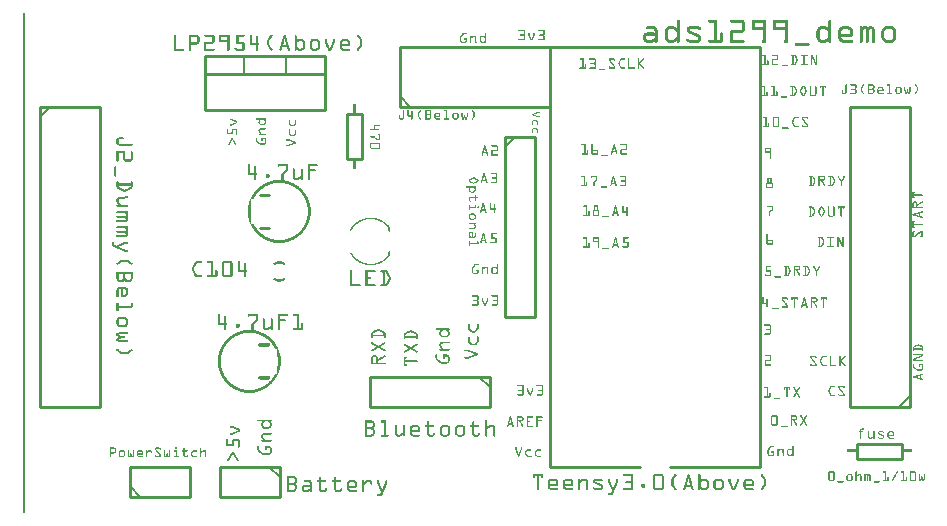
<source format=gto>
G04 MADE WITH FRITZING*
G04 WWW.FRITZING.ORG*
G04 DOUBLE SIDED*
G04 HOLES PLATED*
G04 CONTOUR ON CENTER OF CONTOUR VECTOR*
%ASAXBY*%
%FSLAX23Y23*%
%MOIN*%
%OFA0B0*%
%SFA1.0B1.0*%
%ADD10C,0.010000*%
%ADD11C,0.005000*%
%ADD12C,0.011000*%
%ADD13R,0.001000X0.001000*%
%LNSILK1*%
G90*
G70*
G54D10*
X60Y1361D02*
X60Y361D01*
D02*
X60Y361D02*
X260Y361D01*
D02*
X260Y361D02*
X260Y1361D01*
D02*
X260Y1361D02*
X60Y1361D01*
G54D11*
D02*
X60Y1326D02*
X95Y1361D01*
G54D10*
D02*
X1260Y1361D02*
X1760Y1361D01*
D02*
X1760Y1361D02*
X1760Y1561D01*
D02*
X1760Y1561D02*
X1260Y1561D01*
D02*
X1260Y1561D02*
X1260Y1361D01*
G54D11*
D02*
X1295Y1361D02*
X1260Y1396D01*
G54D10*
D02*
X2960Y361D02*
X2960Y1361D01*
D02*
X2960Y1361D02*
X2760Y1361D01*
D02*
X2760Y1361D02*
X2760Y361D01*
D02*
X2760Y361D02*
X2960Y361D01*
G54D11*
D02*
X2960Y396D02*
X2925Y361D01*
G54D10*
D02*
X2460Y161D02*
X2460Y1561D01*
D02*
X2460Y1561D02*
X1760Y1561D01*
D02*
X1760Y1561D02*
X1760Y161D01*
D02*
X2460Y161D02*
X2160Y161D01*
D02*
X2060Y161D02*
X1760Y161D01*
D02*
X1561Y462D02*
X1161Y462D01*
D02*
X1161Y462D02*
X1161Y362D01*
D02*
X1161Y362D02*
X1561Y362D01*
D02*
X1561Y362D02*
X1561Y462D01*
G54D11*
D02*
X1526Y462D02*
X1561Y427D01*
G54D10*
D02*
X610Y1531D02*
X1010Y1531D01*
D02*
X1010Y1531D02*
X1010Y1351D01*
D02*
X1010Y1351D02*
X610Y1351D01*
D02*
X610Y1351D02*
X610Y1531D01*
D02*
X610Y1531D02*
X1010Y1531D01*
D02*
X1010Y1531D02*
X1010Y1471D01*
D02*
X1010Y1471D02*
X610Y1471D01*
D02*
X610Y1471D02*
X610Y1531D01*
G54D11*
D02*
X740Y1531D02*
X740Y1471D01*
D02*
X880Y1531D02*
X880Y1471D01*
G54D10*
D02*
X860Y161D02*
X660Y161D01*
D02*
X660Y161D02*
X660Y61D01*
D02*
X660Y61D02*
X860Y61D01*
D02*
X860Y61D02*
X860Y161D01*
G54D11*
D02*
X825Y161D02*
X860Y126D01*
G54D10*
D02*
X360Y61D02*
X560Y61D01*
D02*
X560Y61D02*
X560Y161D01*
D02*
X560Y161D02*
X360Y161D01*
D02*
X360Y161D02*
X360Y61D01*
G54D11*
D02*
X395Y61D02*
X360Y96D01*
G54D10*
D02*
X1086Y1186D02*
X1086Y1336D01*
D02*
X1086Y1336D02*
X1136Y1336D01*
D02*
X1136Y1336D02*
X1136Y1186D01*
D02*
X1136Y1186D02*
X1086Y1186D01*
D02*
X2936Y188D02*
X2786Y188D01*
D02*
X2786Y188D02*
X2786Y238D01*
D02*
X2786Y238D02*
X2936Y238D01*
D02*
X2936Y238D02*
X2936Y188D01*
D02*
X1611Y1262D02*
X1611Y662D01*
D02*
X1611Y662D02*
X1711Y662D01*
D02*
X1711Y662D02*
X1711Y1262D01*
D02*
X1711Y1262D02*
X1611Y1262D01*
G54D11*
D02*
X1611Y1227D02*
X1646Y1262D01*
G54D12*
X795Y1067D02*
X825Y1067D01*
D02*
X795Y957D02*
X825Y957D01*
D02*
G54D13*
X4Y1674D02*
X11Y1674D01*
X4Y1673D02*
X11Y1673D01*
X4Y1672D02*
X11Y1672D01*
X4Y1671D02*
X11Y1671D01*
X4Y1670D02*
X11Y1670D01*
X4Y1669D02*
X11Y1669D01*
X4Y1668D02*
X11Y1668D01*
X4Y1667D02*
X11Y1667D01*
X4Y1666D02*
X11Y1666D01*
X4Y1665D02*
X11Y1665D01*
X4Y1664D02*
X11Y1664D01*
X4Y1663D02*
X11Y1663D01*
X4Y1662D02*
X11Y1662D01*
X4Y1661D02*
X11Y1661D01*
X4Y1660D02*
X11Y1660D01*
X4Y1659D02*
X11Y1659D01*
X4Y1658D02*
X11Y1658D01*
X4Y1657D02*
X11Y1657D01*
X4Y1656D02*
X11Y1656D01*
X4Y1655D02*
X11Y1655D01*
X4Y1654D02*
X11Y1654D01*
X4Y1653D02*
X11Y1653D01*
X4Y1652D02*
X11Y1652D01*
X4Y1651D02*
X11Y1651D01*
X2187Y1651D02*
X2190Y1651D01*
X2292Y1651D02*
X2318Y1651D01*
X2364Y1651D02*
X2403Y1651D01*
X2437Y1651D02*
X2479Y1651D01*
X2509Y1651D02*
X2552Y1651D01*
X2693Y1651D02*
X2696Y1651D01*
X4Y1650D02*
X11Y1650D01*
X2186Y1650D02*
X2192Y1650D01*
X2291Y1650D02*
X2318Y1650D01*
X2363Y1650D02*
X2405Y1650D01*
X2435Y1650D02*
X2481Y1650D01*
X2507Y1650D02*
X2553Y1650D01*
X2692Y1650D02*
X2698Y1650D01*
X4Y1649D02*
X11Y1649D01*
X2185Y1649D02*
X2193Y1649D01*
X2290Y1649D02*
X2318Y1649D01*
X2362Y1649D02*
X2407Y1649D01*
X2434Y1649D02*
X2482Y1649D01*
X2507Y1649D02*
X2554Y1649D01*
X2691Y1649D02*
X2699Y1649D01*
X4Y1648D02*
X11Y1648D01*
X2184Y1648D02*
X2193Y1648D01*
X2289Y1648D02*
X2318Y1648D01*
X2362Y1648D02*
X2408Y1648D01*
X2434Y1648D02*
X2482Y1648D01*
X2506Y1648D02*
X2554Y1648D01*
X2690Y1648D02*
X2699Y1648D01*
X4Y1647D02*
X11Y1647D01*
X2184Y1647D02*
X2193Y1647D01*
X2289Y1647D02*
X2318Y1647D01*
X2361Y1647D02*
X2408Y1647D01*
X2434Y1647D02*
X2482Y1647D01*
X2506Y1647D02*
X2555Y1647D01*
X2690Y1647D02*
X2699Y1647D01*
X4Y1646D02*
X11Y1646D01*
X2184Y1646D02*
X2193Y1646D01*
X2289Y1646D02*
X2318Y1646D01*
X2361Y1646D02*
X2409Y1646D01*
X2434Y1646D02*
X2482Y1646D01*
X2506Y1646D02*
X2555Y1646D01*
X2690Y1646D02*
X2699Y1646D01*
X4Y1645D02*
X11Y1645D01*
X2184Y1645D02*
X2193Y1645D01*
X2289Y1645D02*
X2318Y1645D01*
X2362Y1645D02*
X2409Y1645D01*
X2434Y1645D02*
X2482Y1645D01*
X2506Y1645D02*
X2555Y1645D01*
X2690Y1645D02*
X2699Y1645D01*
X4Y1644D02*
X11Y1644D01*
X2184Y1644D02*
X2193Y1644D01*
X2290Y1644D02*
X2318Y1644D01*
X2362Y1644D02*
X2410Y1644D01*
X2434Y1644D02*
X2482Y1644D01*
X2506Y1644D02*
X2555Y1644D01*
X2690Y1644D02*
X2699Y1644D01*
X4Y1643D02*
X11Y1643D01*
X2184Y1643D02*
X2193Y1643D01*
X2290Y1643D02*
X2318Y1643D01*
X2363Y1643D02*
X2410Y1643D01*
X2434Y1643D02*
X2482Y1643D01*
X2506Y1643D02*
X2555Y1643D01*
X2690Y1643D02*
X2699Y1643D01*
X4Y1642D02*
X11Y1642D01*
X2184Y1642D02*
X2193Y1642D01*
X2292Y1642D02*
X2318Y1642D01*
X2364Y1642D02*
X2410Y1642D01*
X2434Y1642D02*
X2482Y1642D01*
X2506Y1642D02*
X2555Y1642D01*
X2690Y1642D02*
X2699Y1642D01*
X4Y1641D02*
X11Y1641D01*
X2184Y1641D02*
X2193Y1641D01*
X2309Y1641D02*
X2318Y1641D01*
X2401Y1641D02*
X2410Y1641D01*
X2434Y1641D02*
X2443Y1641D01*
X2473Y1641D02*
X2482Y1641D01*
X2506Y1641D02*
X2515Y1641D01*
X2546Y1641D02*
X2555Y1641D01*
X2690Y1641D02*
X2699Y1641D01*
X4Y1640D02*
X11Y1640D01*
X2184Y1640D02*
X2193Y1640D01*
X2309Y1640D02*
X2318Y1640D01*
X2401Y1640D02*
X2410Y1640D01*
X2434Y1640D02*
X2443Y1640D01*
X2473Y1640D02*
X2482Y1640D01*
X2506Y1640D02*
X2515Y1640D01*
X2546Y1640D02*
X2555Y1640D01*
X2690Y1640D02*
X2699Y1640D01*
X4Y1639D02*
X11Y1639D01*
X2184Y1639D02*
X2193Y1639D01*
X2309Y1639D02*
X2318Y1639D01*
X2401Y1639D02*
X2410Y1639D01*
X2434Y1639D02*
X2443Y1639D01*
X2473Y1639D02*
X2482Y1639D01*
X2506Y1639D02*
X2515Y1639D01*
X2546Y1639D02*
X2555Y1639D01*
X2690Y1639D02*
X2699Y1639D01*
X4Y1638D02*
X11Y1638D01*
X2184Y1638D02*
X2193Y1638D01*
X2309Y1638D02*
X2318Y1638D01*
X2401Y1638D02*
X2410Y1638D01*
X2434Y1638D02*
X2443Y1638D01*
X2473Y1638D02*
X2482Y1638D01*
X2506Y1638D02*
X2515Y1638D01*
X2546Y1638D02*
X2555Y1638D01*
X2690Y1638D02*
X2699Y1638D01*
X4Y1637D02*
X11Y1637D01*
X2184Y1637D02*
X2193Y1637D01*
X2309Y1637D02*
X2318Y1637D01*
X2401Y1637D02*
X2410Y1637D01*
X2434Y1637D02*
X2443Y1637D01*
X2473Y1637D02*
X2482Y1637D01*
X2506Y1637D02*
X2515Y1637D01*
X2546Y1637D02*
X2555Y1637D01*
X2690Y1637D02*
X2699Y1637D01*
X4Y1636D02*
X11Y1636D01*
X2184Y1636D02*
X2193Y1636D01*
X2309Y1636D02*
X2318Y1636D01*
X2401Y1636D02*
X2410Y1636D01*
X2434Y1636D02*
X2443Y1636D01*
X2473Y1636D02*
X2482Y1636D01*
X2506Y1636D02*
X2515Y1636D01*
X2546Y1636D02*
X2555Y1636D01*
X2690Y1636D02*
X2699Y1636D01*
X4Y1635D02*
X11Y1635D01*
X2184Y1635D02*
X2193Y1635D01*
X2309Y1635D02*
X2318Y1635D01*
X2401Y1635D02*
X2410Y1635D01*
X2434Y1635D02*
X2443Y1635D01*
X2473Y1635D02*
X2482Y1635D01*
X2506Y1635D02*
X2515Y1635D01*
X2546Y1635D02*
X2555Y1635D01*
X2690Y1635D02*
X2699Y1635D01*
X4Y1634D02*
X11Y1634D01*
X2184Y1634D02*
X2193Y1634D01*
X2309Y1634D02*
X2318Y1634D01*
X2401Y1634D02*
X2410Y1634D01*
X2434Y1634D02*
X2443Y1634D01*
X2473Y1634D02*
X2482Y1634D01*
X2506Y1634D02*
X2515Y1634D01*
X2546Y1634D02*
X2555Y1634D01*
X2690Y1634D02*
X2699Y1634D01*
X4Y1633D02*
X11Y1633D01*
X2184Y1633D02*
X2193Y1633D01*
X2309Y1633D02*
X2318Y1633D01*
X2401Y1633D02*
X2410Y1633D01*
X2434Y1633D02*
X2443Y1633D01*
X2473Y1633D02*
X2482Y1633D01*
X2506Y1633D02*
X2515Y1633D01*
X2546Y1633D02*
X2555Y1633D01*
X2690Y1633D02*
X2699Y1633D01*
X4Y1632D02*
X11Y1632D01*
X2184Y1632D02*
X2193Y1632D01*
X2309Y1632D02*
X2318Y1632D01*
X2401Y1632D02*
X2410Y1632D01*
X2434Y1632D02*
X2443Y1632D01*
X2473Y1632D02*
X2482Y1632D01*
X2506Y1632D02*
X2515Y1632D01*
X2546Y1632D02*
X2555Y1632D01*
X2690Y1632D02*
X2699Y1632D01*
X4Y1631D02*
X11Y1631D01*
X2184Y1631D02*
X2193Y1631D01*
X2309Y1631D02*
X2318Y1631D01*
X2401Y1631D02*
X2410Y1631D01*
X2434Y1631D02*
X2443Y1631D01*
X2473Y1631D02*
X2482Y1631D01*
X2506Y1631D02*
X2515Y1631D01*
X2546Y1631D02*
X2555Y1631D01*
X2690Y1631D02*
X2699Y1631D01*
X4Y1630D02*
X11Y1630D01*
X2085Y1630D02*
X2108Y1630D01*
X2160Y1630D02*
X2172Y1630D01*
X2184Y1630D02*
X2193Y1630D01*
X2228Y1630D02*
X2254Y1630D01*
X2309Y1630D02*
X2318Y1630D01*
X2401Y1630D02*
X2410Y1630D01*
X2434Y1630D02*
X2443Y1630D01*
X2473Y1630D02*
X2482Y1630D01*
X2506Y1630D02*
X2515Y1630D01*
X2546Y1630D02*
X2555Y1630D01*
X2666Y1630D02*
X2678Y1630D01*
X2690Y1630D02*
X2699Y1630D01*
X2738Y1630D02*
X2756Y1630D01*
X2798Y1630D02*
X2800Y1630D01*
X2810Y1630D02*
X2814Y1630D01*
X2883Y1630D02*
X2901Y1630D01*
X4Y1629D02*
X11Y1629D01*
X2084Y1629D02*
X2111Y1629D01*
X2157Y1629D02*
X2176Y1629D01*
X2184Y1629D02*
X2193Y1629D01*
X2225Y1629D02*
X2257Y1629D01*
X2309Y1629D02*
X2318Y1629D01*
X2401Y1629D02*
X2410Y1629D01*
X2434Y1629D02*
X2443Y1629D01*
X2473Y1629D02*
X2482Y1629D01*
X2506Y1629D02*
X2515Y1629D01*
X2546Y1629D02*
X2555Y1629D01*
X2663Y1629D02*
X2682Y1629D01*
X2690Y1629D02*
X2699Y1629D01*
X2735Y1629D02*
X2759Y1629D01*
X2796Y1629D02*
X2802Y1629D01*
X2807Y1629D02*
X2817Y1629D01*
X2827Y1629D02*
X2836Y1629D01*
X2880Y1629D02*
X2903Y1629D01*
X4Y1628D02*
X11Y1628D01*
X2083Y1628D02*
X2113Y1628D01*
X2155Y1628D02*
X2177Y1628D01*
X2184Y1628D02*
X2193Y1628D01*
X2223Y1628D02*
X2259Y1628D01*
X2309Y1628D02*
X2318Y1628D01*
X2401Y1628D02*
X2410Y1628D01*
X2434Y1628D02*
X2443Y1628D01*
X2473Y1628D02*
X2482Y1628D01*
X2506Y1628D02*
X2515Y1628D01*
X2546Y1628D02*
X2555Y1628D01*
X2661Y1628D02*
X2683Y1628D01*
X2690Y1628D02*
X2699Y1628D01*
X2733Y1628D02*
X2761Y1628D01*
X2795Y1628D02*
X2802Y1628D01*
X2806Y1628D02*
X2819Y1628D01*
X2826Y1628D02*
X2838Y1628D01*
X2878Y1628D02*
X2905Y1628D01*
X4Y1627D02*
X11Y1627D01*
X2082Y1627D02*
X2114Y1627D01*
X2154Y1627D02*
X2179Y1627D01*
X2184Y1627D02*
X2193Y1627D01*
X2222Y1627D02*
X2261Y1627D01*
X2309Y1627D02*
X2318Y1627D01*
X2401Y1627D02*
X2410Y1627D01*
X2434Y1627D02*
X2443Y1627D01*
X2473Y1627D02*
X2482Y1627D01*
X2506Y1627D02*
X2515Y1627D01*
X2546Y1627D02*
X2555Y1627D01*
X2660Y1627D02*
X2685Y1627D01*
X2690Y1627D02*
X2699Y1627D01*
X2732Y1627D02*
X2762Y1627D01*
X2795Y1627D02*
X2820Y1627D01*
X2824Y1627D02*
X2839Y1627D01*
X2877Y1627D02*
X2907Y1627D01*
X4Y1626D02*
X11Y1626D01*
X2082Y1626D02*
X2115Y1626D01*
X2153Y1626D02*
X2180Y1626D01*
X2184Y1626D02*
X2193Y1626D01*
X2221Y1626D02*
X2262Y1626D01*
X2309Y1626D02*
X2318Y1626D01*
X2401Y1626D02*
X2410Y1626D01*
X2434Y1626D02*
X2443Y1626D01*
X2473Y1626D02*
X2482Y1626D01*
X2506Y1626D02*
X2515Y1626D01*
X2545Y1626D02*
X2555Y1626D01*
X2658Y1626D02*
X2686Y1626D01*
X2690Y1626D02*
X2699Y1626D01*
X2731Y1626D02*
X2763Y1626D01*
X2794Y1626D02*
X2821Y1626D01*
X2823Y1626D02*
X2840Y1626D01*
X2875Y1626D02*
X2908Y1626D01*
X4Y1625D02*
X11Y1625D01*
X2082Y1625D02*
X2116Y1625D01*
X2151Y1625D02*
X2181Y1625D01*
X2184Y1625D02*
X2193Y1625D01*
X2220Y1625D02*
X2263Y1625D01*
X2309Y1625D02*
X2318Y1625D01*
X2401Y1625D02*
X2410Y1625D01*
X2434Y1625D02*
X2482Y1625D01*
X2506Y1625D02*
X2555Y1625D01*
X2657Y1625D02*
X2687Y1625D01*
X2690Y1625D02*
X2699Y1625D01*
X2730Y1625D02*
X2765Y1625D01*
X2794Y1625D02*
X2841Y1625D01*
X2874Y1625D02*
X2909Y1625D01*
X4Y1624D02*
X11Y1624D01*
X2082Y1624D02*
X2117Y1624D01*
X2150Y1624D02*
X2182Y1624D01*
X2184Y1624D02*
X2193Y1624D01*
X2220Y1624D02*
X2263Y1624D01*
X2309Y1624D02*
X2318Y1624D01*
X2401Y1624D02*
X2410Y1624D01*
X2434Y1624D02*
X2482Y1624D01*
X2506Y1624D02*
X2555Y1624D01*
X2656Y1624D02*
X2688Y1624D01*
X2690Y1624D02*
X2699Y1624D01*
X2729Y1624D02*
X2766Y1624D01*
X2794Y1624D02*
X2842Y1624D01*
X2873Y1624D02*
X2910Y1624D01*
X4Y1623D02*
X11Y1623D01*
X2083Y1623D02*
X2118Y1623D01*
X2149Y1623D02*
X2193Y1623D01*
X2219Y1623D02*
X2264Y1623D01*
X2309Y1623D02*
X2318Y1623D01*
X2401Y1623D02*
X2410Y1623D01*
X2434Y1623D02*
X2482Y1623D01*
X2506Y1623D02*
X2555Y1623D01*
X2655Y1623D02*
X2699Y1623D01*
X2727Y1623D02*
X2767Y1623D01*
X2794Y1623D02*
X2842Y1623D01*
X2872Y1623D02*
X2911Y1623D01*
X4Y1622D02*
X11Y1622D01*
X2083Y1622D02*
X2118Y1622D01*
X2148Y1622D02*
X2193Y1622D01*
X2219Y1622D02*
X2264Y1622D01*
X2309Y1622D02*
X2318Y1622D01*
X2401Y1622D02*
X2410Y1622D01*
X2434Y1622D02*
X2482Y1622D01*
X2506Y1622D02*
X2555Y1622D01*
X2654Y1622D02*
X2699Y1622D01*
X2726Y1622D02*
X2768Y1622D01*
X2794Y1622D02*
X2842Y1622D01*
X2871Y1622D02*
X2912Y1622D01*
X4Y1621D02*
X11Y1621D01*
X2084Y1621D02*
X2119Y1621D01*
X2147Y1621D02*
X2193Y1621D01*
X2218Y1621D02*
X2264Y1621D01*
X2309Y1621D02*
X2318Y1621D01*
X2401Y1621D02*
X2410Y1621D01*
X2434Y1621D02*
X2482Y1621D01*
X2506Y1621D02*
X2555Y1621D01*
X2653Y1621D02*
X2699Y1621D01*
X2726Y1621D02*
X2769Y1621D01*
X2794Y1621D02*
X2843Y1621D01*
X2870Y1621D02*
X2913Y1621D01*
X4Y1620D02*
X11Y1620D01*
X2107Y1620D02*
X2119Y1620D01*
X2147Y1620D02*
X2161Y1620D01*
X2172Y1620D02*
X2193Y1620D01*
X2218Y1620D02*
X2229Y1620D01*
X2253Y1620D02*
X2264Y1620D01*
X2309Y1620D02*
X2318Y1620D01*
X2401Y1620D02*
X2410Y1620D01*
X2434Y1620D02*
X2482Y1620D01*
X2506Y1620D02*
X2555Y1620D01*
X2653Y1620D02*
X2667Y1620D01*
X2678Y1620D02*
X2699Y1620D01*
X2725Y1620D02*
X2739Y1620D01*
X2755Y1620D02*
X2769Y1620D01*
X2794Y1620D02*
X2811Y1620D01*
X2814Y1620D02*
X2831Y1620D01*
X2833Y1620D02*
X2843Y1620D01*
X2870Y1620D02*
X2884Y1620D01*
X2900Y1620D02*
X2914Y1620D01*
X4Y1619D02*
X11Y1619D01*
X2109Y1619D02*
X2119Y1619D01*
X2146Y1619D02*
X2159Y1619D01*
X2174Y1619D02*
X2193Y1619D01*
X2218Y1619D02*
X2228Y1619D01*
X2255Y1619D02*
X2264Y1619D01*
X2309Y1619D02*
X2318Y1619D01*
X2401Y1619D02*
X2410Y1619D01*
X2434Y1619D02*
X2482Y1619D01*
X2506Y1619D02*
X2555Y1619D01*
X2652Y1619D02*
X2665Y1619D01*
X2680Y1619D02*
X2699Y1619D01*
X2725Y1619D02*
X2737Y1619D01*
X2757Y1619D02*
X2770Y1619D01*
X2794Y1619D02*
X2809Y1619D01*
X2815Y1619D02*
X2829Y1619D01*
X2834Y1619D02*
X2843Y1619D01*
X2869Y1619D02*
X2882Y1619D01*
X2902Y1619D02*
X2915Y1619D01*
X4Y1618D02*
X11Y1618D01*
X2110Y1618D02*
X2119Y1618D01*
X2146Y1618D02*
X2158Y1618D01*
X2175Y1618D02*
X2193Y1618D01*
X2218Y1618D02*
X2227Y1618D01*
X2256Y1618D02*
X2264Y1618D01*
X2309Y1618D02*
X2318Y1618D01*
X2401Y1618D02*
X2410Y1618D01*
X2435Y1618D02*
X2482Y1618D01*
X2507Y1618D02*
X2555Y1618D01*
X2652Y1618D02*
X2664Y1618D01*
X2681Y1618D02*
X2699Y1618D01*
X2724Y1618D02*
X2736Y1618D01*
X2759Y1618D02*
X2770Y1618D01*
X2794Y1618D02*
X2808Y1618D01*
X2815Y1618D02*
X2828Y1618D01*
X2834Y1618D02*
X2843Y1618D01*
X2869Y1618D02*
X2880Y1618D01*
X2903Y1618D02*
X2915Y1618D01*
X4Y1617D02*
X11Y1617D01*
X1658Y1617D02*
X1675Y1617D01*
X1723Y1617D02*
X1740Y1617D01*
X2110Y1617D02*
X2120Y1617D01*
X2145Y1617D02*
X2157Y1617D01*
X2176Y1617D02*
X2193Y1617D01*
X2218Y1617D02*
X2227Y1617D01*
X2258Y1617D02*
X2263Y1617D01*
X2309Y1617D02*
X2318Y1617D01*
X2368Y1617D02*
X2410Y1617D01*
X2436Y1617D02*
X2482Y1617D01*
X2508Y1617D02*
X2555Y1617D01*
X2651Y1617D02*
X2662Y1617D01*
X2682Y1617D02*
X2699Y1617D01*
X2724Y1617D02*
X2735Y1617D01*
X2760Y1617D02*
X2771Y1617D01*
X2794Y1617D02*
X2807Y1617D01*
X2815Y1617D02*
X2827Y1617D01*
X2834Y1617D02*
X2843Y1617D01*
X2868Y1617D02*
X2879Y1617D01*
X2905Y1617D02*
X2915Y1617D01*
X4Y1616D02*
X11Y1616D01*
X1657Y1616D02*
X1677Y1616D01*
X1722Y1616D02*
X1742Y1616D01*
X2110Y1616D02*
X2120Y1616D01*
X2145Y1616D02*
X2155Y1616D01*
X2177Y1616D02*
X2193Y1616D01*
X2218Y1616D02*
X2227Y1616D01*
X2260Y1616D02*
X2260Y1616D01*
X2309Y1616D02*
X2318Y1616D01*
X2366Y1616D02*
X2410Y1616D01*
X2438Y1616D02*
X2482Y1616D01*
X2510Y1616D02*
X2555Y1616D01*
X2651Y1616D02*
X2661Y1616D01*
X2683Y1616D02*
X2699Y1616D01*
X2723Y1616D02*
X2734Y1616D01*
X2761Y1616D02*
X2771Y1616D01*
X2794Y1616D02*
X2806Y1616D01*
X2815Y1616D02*
X2826Y1616D01*
X2834Y1616D02*
X2843Y1616D01*
X2868Y1616D02*
X2878Y1616D01*
X2905Y1616D02*
X2916Y1616D01*
X4Y1615D02*
X11Y1615D01*
X1657Y1615D02*
X1678Y1615D01*
X1722Y1615D02*
X1743Y1615D01*
X2110Y1615D02*
X2120Y1615D01*
X2145Y1615D02*
X2155Y1615D01*
X2178Y1615D02*
X2193Y1615D01*
X2218Y1615D02*
X2228Y1615D01*
X2309Y1615D02*
X2318Y1615D01*
X2365Y1615D02*
X2410Y1615D01*
X2473Y1615D02*
X2482Y1615D01*
X2546Y1615D02*
X2555Y1615D01*
X2651Y1615D02*
X2661Y1615D01*
X2684Y1615D02*
X2699Y1615D01*
X2723Y1615D02*
X2733Y1615D01*
X2762Y1615D02*
X2771Y1615D01*
X2794Y1615D02*
X2805Y1615D01*
X2815Y1615D02*
X2825Y1615D01*
X2834Y1615D02*
X2843Y1615D01*
X2868Y1615D02*
X2877Y1615D01*
X2906Y1615D02*
X2916Y1615D01*
X4Y1614D02*
X11Y1614D01*
X1657Y1614D02*
X1678Y1614D01*
X1722Y1614D02*
X1743Y1614D01*
X2111Y1614D02*
X2120Y1614D01*
X2145Y1614D02*
X2154Y1614D01*
X2180Y1614D02*
X2193Y1614D01*
X2219Y1614D02*
X2231Y1614D01*
X2309Y1614D02*
X2318Y1614D01*
X2364Y1614D02*
X2410Y1614D01*
X2473Y1614D02*
X2482Y1614D01*
X2546Y1614D02*
X2555Y1614D01*
X2651Y1614D02*
X2660Y1614D01*
X2686Y1614D02*
X2699Y1614D01*
X2723Y1614D02*
X2732Y1614D01*
X2762Y1614D02*
X2771Y1614D01*
X2794Y1614D02*
X2804Y1614D01*
X2815Y1614D02*
X2824Y1614D01*
X2834Y1614D02*
X2843Y1614D01*
X2867Y1614D02*
X2877Y1614D01*
X2907Y1614D02*
X2916Y1614D01*
X4Y1613D02*
X11Y1613D01*
X1658Y1613D02*
X1678Y1613D01*
X1723Y1613D02*
X1743Y1613D01*
X2111Y1613D02*
X2120Y1613D01*
X2145Y1613D02*
X2154Y1613D01*
X2181Y1613D02*
X2193Y1613D01*
X2219Y1613D02*
X2233Y1613D01*
X2309Y1613D02*
X2318Y1613D01*
X2363Y1613D02*
X2409Y1613D01*
X2473Y1613D02*
X2482Y1613D01*
X2546Y1613D02*
X2555Y1613D01*
X2650Y1613D02*
X2660Y1613D01*
X2687Y1613D02*
X2699Y1613D01*
X2723Y1613D02*
X2732Y1613D01*
X2762Y1613D02*
X2772Y1613D01*
X2794Y1613D02*
X2803Y1613D01*
X2815Y1613D02*
X2824Y1613D01*
X2834Y1613D02*
X2843Y1613D01*
X2867Y1613D02*
X2876Y1613D01*
X2907Y1613D02*
X2916Y1613D01*
X4Y1612D02*
X11Y1612D01*
X1675Y1612D02*
X1678Y1612D01*
X1740Y1612D02*
X1743Y1612D01*
X2111Y1612D02*
X2120Y1612D01*
X2145Y1612D02*
X2154Y1612D01*
X2182Y1612D02*
X2193Y1612D01*
X2219Y1612D02*
X2235Y1612D01*
X2309Y1612D02*
X2318Y1612D01*
X2362Y1612D02*
X2408Y1612D01*
X2473Y1612D02*
X2482Y1612D01*
X2546Y1612D02*
X2555Y1612D01*
X2650Y1612D02*
X2660Y1612D01*
X2688Y1612D02*
X2699Y1612D01*
X2723Y1612D02*
X2732Y1612D01*
X2762Y1612D02*
X2772Y1612D01*
X2794Y1612D02*
X2803Y1612D01*
X2815Y1612D02*
X2824Y1612D01*
X2834Y1612D02*
X2843Y1612D01*
X2867Y1612D02*
X2876Y1612D01*
X2907Y1612D02*
X2916Y1612D01*
X4Y1611D02*
X11Y1611D01*
X1675Y1611D02*
X1678Y1611D01*
X1740Y1611D02*
X1743Y1611D01*
X2111Y1611D02*
X2120Y1611D01*
X2145Y1611D02*
X2154Y1611D01*
X2183Y1611D02*
X2193Y1611D01*
X2220Y1611D02*
X2238Y1611D01*
X2309Y1611D02*
X2318Y1611D01*
X2362Y1611D02*
X2408Y1611D01*
X2473Y1611D02*
X2482Y1611D01*
X2546Y1611D02*
X2555Y1611D01*
X2650Y1611D02*
X2660Y1611D01*
X2689Y1611D02*
X2699Y1611D01*
X2723Y1611D02*
X2732Y1611D01*
X2762Y1611D02*
X2772Y1611D01*
X2794Y1611D02*
X2803Y1611D01*
X2815Y1611D02*
X2824Y1611D01*
X2834Y1611D02*
X2843Y1611D01*
X2867Y1611D02*
X2876Y1611D01*
X2907Y1611D02*
X2916Y1611D01*
X4Y1610D02*
X11Y1610D01*
X1675Y1610D02*
X1678Y1610D01*
X1740Y1610D02*
X1743Y1610D01*
X2111Y1610D02*
X2120Y1610D01*
X2145Y1610D02*
X2154Y1610D01*
X2184Y1610D02*
X2193Y1610D01*
X2220Y1610D02*
X2240Y1610D01*
X2309Y1610D02*
X2318Y1610D01*
X2362Y1610D02*
X2407Y1610D01*
X2473Y1610D02*
X2482Y1610D01*
X2546Y1610D02*
X2555Y1610D01*
X2650Y1610D02*
X2660Y1610D01*
X2690Y1610D02*
X2699Y1610D01*
X2723Y1610D02*
X2732Y1610D01*
X2762Y1610D02*
X2772Y1610D01*
X2794Y1610D02*
X2803Y1610D01*
X2815Y1610D02*
X2824Y1610D01*
X2834Y1610D02*
X2843Y1610D01*
X2867Y1610D02*
X2876Y1610D01*
X2907Y1610D02*
X2916Y1610D01*
X4Y1609D02*
X11Y1609D01*
X1675Y1609D02*
X1678Y1609D01*
X1740Y1609D02*
X1743Y1609D01*
X2085Y1609D02*
X2107Y1609D01*
X2111Y1609D02*
X2120Y1609D01*
X2145Y1609D02*
X2154Y1609D01*
X2184Y1609D02*
X2193Y1609D01*
X2221Y1609D02*
X2242Y1609D01*
X2309Y1609D02*
X2318Y1609D01*
X2333Y1609D02*
X2334Y1609D01*
X2361Y1609D02*
X2405Y1609D01*
X2473Y1609D02*
X2482Y1609D01*
X2546Y1609D02*
X2555Y1609D01*
X2650Y1609D02*
X2660Y1609D01*
X2690Y1609D02*
X2699Y1609D01*
X2723Y1609D02*
X2732Y1609D01*
X2762Y1609D02*
X2772Y1609D01*
X2794Y1609D02*
X2803Y1609D01*
X2815Y1609D02*
X2824Y1609D01*
X2834Y1609D02*
X2843Y1609D01*
X2867Y1609D02*
X2876Y1609D01*
X2907Y1609D02*
X2916Y1609D01*
X4Y1608D02*
X11Y1608D01*
X1474Y1608D02*
X1483Y1608D01*
X1547Y1608D02*
X1548Y1608D01*
X1675Y1608D02*
X1678Y1608D01*
X1740Y1608D02*
X1743Y1608D01*
X2081Y1608D02*
X2120Y1608D01*
X2145Y1608D02*
X2154Y1608D01*
X2184Y1608D02*
X2193Y1608D01*
X2222Y1608D02*
X2245Y1608D01*
X2309Y1608D02*
X2318Y1608D01*
X2331Y1608D02*
X2336Y1608D01*
X2361Y1608D02*
X2403Y1608D01*
X2473Y1608D02*
X2482Y1608D01*
X2546Y1608D02*
X2555Y1608D01*
X2650Y1608D02*
X2660Y1608D01*
X2690Y1608D02*
X2699Y1608D01*
X2723Y1608D02*
X2732Y1608D01*
X2762Y1608D02*
X2772Y1608D01*
X2794Y1608D02*
X2803Y1608D01*
X2815Y1608D02*
X2824Y1608D01*
X2834Y1608D02*
X2843Y1608D01*
X2867Y1608D02*
X2876Y1608D01*
X2907Y1608D02*
X2916Y1608D01*
X4Y1607D02*
X11Y1607D01*
X1472Y1607D02*
X1484Y1607D01*
X1546Y1607D02*
X1549Y1607D01*
X1675Y1607D02*
X1678Y1607D01*
X1690Y1607D02*
X1692Y1607D01*
X1708Y1607D02*
X1710Y1607D01*
X1740Y1607D02*
X1743Y1607D01*
X2080Y1607D02*
X2120Y1607D01*
X2145Y1607D02*
X2154Y1607D01*
X2184Y1607D02*
X2193Y1607D01*
X2223Y1607D02*
X2247Y1607D01*
X2309Y1607D02*
X2318Y1607D01*
X2330Y1607D02*
X2337Y1607D01*
X2361Y1607D02*
X2370Y1607D01*
X2473Y1607D02*
X2482Y1607D01*
X2546Y1607D02*
X2555Y1607D01*
X2650Y1607D02*
X2660Y1607D01*
X2690Y1607D02*
X2699Y1607D01*
X2723Y1607D02*
X2732Y1607D01*
X2762Y1607D02*
X2772Y1607D01*
X2794Y1607D02*
X2803Y1607D01*
X2815Y1607D02*
X2824Y1607D01*
X2834Y1607D02*
X2843Y1607D01*
X2867Y1607D02*
X2876Y1607D01*
X2907Y1607D02*
X2916Y1607D01*
X4Y1606D02*
X11Y1606D01*
X1471Y1606D02*
X1484Y1606D01*
X1546Y1606D02*
X1549Y1606D01*
X1675Y1606D02*
X1678Y1606D01*
X1689Y1606D02*
X1693Y1606D01*
X1707Y1606D02*
X1711Y1606D01*
X1740Y1606D02*
X1743Y1606D01*
X2078Y1606D02*
X2120Y1606D01*
X2145Y1606D02*
X2154Y1606D01*
X2184Y1606D02*
X2193Y1606D01*
X2225Y1606D02*
X2249Y1606D01*
X2309Y1606D02*
X2318Y1606D01*
X2329Y1606D02*
X2337Y1606D01*
X2361Y1606D02*
X2370Y1606D01*
X2473Y1606D02*
X2482Y1606D01*
X2546Y1606D02*
X2555Y1606D01*
X2650Y1606D02*
X2660Y1606D01*
X2690Y1606D02*
X2699Y1606D01*
X2723Y1606D02*
X2732Y1606D01*
X2762Y1606D02*
X2772Y1606D01*
X2794Y1606D02*
X2803Y1606D01*
X2815Y1606D02*
X2824Y1606D01*
X2834Y1606D02*
X2844Y1606D01*
X2867Y1606D02*
X2876Y1606D01*
X2907Y1606D02*
X2916Y1606D01*
X4Y1605D02*
X11Y1605D01*
X1470Y1605D02*
X1484Y1605D01*
X1546Y1605D02*
X1549Y1605D01*
X1675Y1605D02*
X1678Y1605D01*
X1689Y1605D02*
X1693Y1605D01*
X1707Y1605D02*
X1711Y1605D01*
X1740Y1605D02*
X1743Y1605D01*
X2077Y1605D02*
X2120Y1605D01*
X2145Y1605D02*
X2154Y1605D01*
X2184Y1605D02*
X2193Y1605D01*
X2227Y1605D02*
X2252Y1605D01*
X2309Y1605D02*
X2318Y1605D01*
X2329Y1605D02*
X2338Y1605D01*
X2361Y1605D02*
X2370Y1605D01*
X2473Y1605D02*
X2482Y1605D01*
X2546Y1605D02*
X2555Y1605D01*
X2650Y1605D02*
X2660Y1605D01*
X2690Y1605D02*
X2699Y1605D01*
X2723Y1605D02*
X2732Y1605D01*
X2762Y1605D02*
X2772Y1605D01*
X2794Y1605D02*
X2803Y1605D01*
X2815Y1605D02*
X2824Y1605D01*
X2835Y1605D02*
X2844Y1605D01*
X2867Y1605D02*
X2876Y1605D01*
X2907Y1605D02*
X2916Y1605D01*
X4Y1604D02*
X11Y1604D01*
X1469Y1604D02*
X1483Y1604D01*
X1546Y1604D02*
X1549Y1604D01*
X1675Y1604D02*
X1678Y1604D01*
X1689Y1604D02*
X1693Y1604D01*
X1707Y1604D02*
X1711Y1604D01*
X1740Y1604D02*
X1743Y1604D01*
X2076Y1604D02*
X2120Y1604D01*
X2145Y1604D02*
X2154Y1604D01*
X2184Y1604D02*
X2193Y1604D01*
X2229Y1604D02*
X2254Y1604D01*
X2309Y1604D02*
X2318Y1604D01*
X2329Y1604D02*
X2338Y1604D01*
X2361Y1604D02*
X2370Y1604D01*
X2473Y1604D02*
X2482Y1604D01*
X2546Y1604D02*
X2555Y1604D01*
X2650Y1604D02*
X2660Y1604D01*
X2690Y1604D02*
X2699Y1604D01*
X2723Y1604D02*
X2772Y1604D01*
X2794Y1604D02*
X2803Y1604D01*
X2815Y1604D02*
X2824Y1604D01*
X2835Y1604D02*
X2844Y1604D01*
X2867Y1604D02*
X2876Y1604D01*
X2907Y1604D02*
X2916Y1604D01*
X4Y1603D02*
X11Y1603D01*
X1469Y1603D02*
X1473Y1603D01*
X1546Y1603D02*
X1549Y1603D01*
X1674Y1603D02*
X1678Y1603D01*
X1689Y1603D02*
X1693Y1603D01*
X1707Y1603D02*
X1711Y1603D01*
X1739Y1603D02*
X1743Y1603D01*
X2075Y1603D02*
X2120Y1603D01*
X2145Y1603D02*
X2154Y1603D01*
X2184Y1603D02*
X2193Y1603D01*
X2232Y1603D02*
X2256Y1603D01*
X2309Y1603D02*
X2318Y1603D01*
X2329Y1603D02*
X2338Y1603D01*
X2361Y1603D02*
X2370Y1603D01*
X2473Y1603D02*
X2482Y1603D01*
X2546Y1603D02*
X2555Y1603D01*
X2650Y1603D02*
X2660Y1603D01*
X2690Y1603D02*
X2699Y1603D01*
X2723Y1603D02*
X2772Y1603D01*
X2794Y1603D02*
X2803Y1603D01*
X2815Y1603D02*
X2824Y1603D01*
X2835Y1603D02*
X2844Y1603D01*
X2867Y1603D02*
X2876Y1603D01*
X2907Y1603D02*
X2916Y1603D01*
X4Y1602D02*
X11Y1602D01*
X1468Y1602D02*
X1473Y1602D01*
X1546Y1602D02*
X1549Y1602D01*
X1663Y1602D02*
X1678Y1602D01*
X1689Y1602D02*
X1693Y1602D01*
X1707Y1602D02*
X1711Y1602D01*
X1728Y1602D02*
X1743Y1602D01*
X2074Y1602D02*
X2120Y1602D01*
X2145Y1602D02*
X2154Y1602D01*
X2184Y1602D02*
X2193Y1602D01*
X2234Y1602D02*
X2258Y1602D01*
X2309Y1602D02*
X2318Y1602D01*
X2329Y1602D02*
X2338Y1602D01*
X2361Y1602D02*
X2370Y1602D01*
X2473Y1602D02*
X2482Y1602D01*
X2546Y1602D02*
X2555Y1602D01*
X2650Y1602D02*
X2660Y1602D01*
X2690Y1602D02*
X2699Y1602D01*
X2723Y1602D02*
X2772Y1602D01*
X2794Y1602D02*
X2803Y1602D01*
X2815Y1602D02*
X2824Y1602D01*
X2835Y1602D02*
X2844Y1602D01*
X2867Y1602D02*
X2876Y1602D01*
X2907Y1602D02*
X2916Y1602D01*
X4Y1601D02*
X11Y1601D01*
X510Y1601D02*
X514Y1601D01*
X559Y1601D02*
X587Y1601D01*
X610Y1601D02*
X639Y1601D01*
X661Y1601D02*
X692Y1601D01*
X717Y1601D02*
X742Y1601D01*
X763Y1601D02*
X767Y1601D01*
X832Y1601D02*
X836Y1601D01*
X875Y1601D02*
X879Y1601D01*
X912Y1601D02*
X915Y1601D01*
X1119Y1601D02*
X1123Y1601D01*
X1467Y1601D02*
X1472Y1601D01*
X1546Y1601D02*
X1549Y1601D01*
X1662Y1601D02*
X1677Y1601D01*
X1690Y1601D02*
X1693Y1601D01*
X1707Y1601D02*
X1711Y1601D01*
X1727Y1601D02*
X1742Y1601D01*
X2074Y1601D02*
X2120Y1601D01*
X2145Y1601D02*
X2154Y1601D01*
X2184Y1601D02*
X2193Y1601D01*
X2236Y1601D02*
X2259Y1601D01*
X2309Y1601D02*
X2318Y1601D01*
X2329Y1601D02*
X2338Y1601D01*
X2361Y1601D02*
X2370Y1601D01*
X2473Y1601D02*
X2482Y1601D01*
X2546Y1601D02*
X2555Y1601D01*
X2650Y1601D02*
X2660Y1601D01*
X2690Y1601D02*
X2699Y1601D01*
X2723Y1601D02*
X2772Y1601D01*
X2794Y1601D02*
X2803Y1601D01*
X2815Y1601D02*
X2824Y1601D01*
X2835Y1601D02*
X2844Y1601D01*
X2867Y1601D02*
X2876Y1601D01*
X2907Y1601D02*
X2916Y1601D01*
X4Y1600D02*
X11Y1600D01*
X509Y1600D02*
X515Y1600D01*
X559Y1600D02*
X588Y1600D01*
X610Y1600D02*
X641Y1600D01*
X660Y1600D02*
X693Y1600D01*
X717Y1600D02*
X743Y1600D01*
X762Y1600D02*
X767Y1600D01*
X831Y1600D02*
X836Y1600D01*
X874Y1600D02*
X880Y1600D01*
X911Y1600D02*
X916Y1600D01*
X1119Y1600D02*
X1124Y1600D01*
X1466Y1600D02*
X1471Y1600D01*
X1546Y1600D02*
X1549Y1600D01*
X1661Y1600D02*
X1677Y1600D01*
X1690Y1600D02*
X1694Y1600D01*
X1706Y1600D02*
X1710Y1600D01*
X1726Y1600D02*
X1742Y1600D01*
X2073Y1600D02*
X2120Y1600D01*
X2145Y1600D02*
X2154Y1600D01*
X2184Y1600D02*
X2193Y1600D01*
X2239Y1600D02*
X2261Y1600D01*
X2309Y1600D02*
X2318Y1600D01*
X2329Y1600D02*
X2338Y1600D01*
X2361Y1600D02*
X2370Y1600D01*
X2473Y1600D02*
X2482Y1600D01*
X2546Y1600D02*
X2555Y1600D01*
X2650Y1600D02*
X2660Y1600D01*
X2690Y1600D02*
X2699Y1600D01*
X2723Y1600D02*
X2772Y1600D01*
X2794Y1600D02*
X2803Y1600D01*
X2815Y1600D02*
X2824Y1600D01*
X2835Y1600D02*
X2844Y1600D01*
X2867Y1600D02*
X2876Y1600D01*
X2907Y1600D02*
X2916Y1600D01*
X4Y1599D02*
X11Y1599D01*
X509Y1599D02*
X515Y1599D01*
X559Y1599D02*
X589Y1599D01*
X609Y1599D02*
X642Y1599D01*
X660Y1599D02*
X693Y1599D01*
X717Y1599D02*
X743Y1599D01*
X762Y1599D02*
X768Y1599D01*
X830Y1599D02*
X837Y1599D01*
X874Y1599D02*
X880Y1599D01*
X911Y1599D02*
X916Y1599D01*
X1118Y1599D02*
X1125Y1599D01*
X1466Y1599D02*
X1470Y1599D01*
X1546Y1599D02*
X1549Y1599D01*
X1662Y1599D02*
X1677Y1599D01*
X1690Y1599D02*
X1694Y1599D01*
X1706Y1599D02*
X1710Y1599D01*
X1727Y1599D02*
X1742Y1599D01*
X2073Y1599D02*
X2120Y1599D01*
X2145Y1599D02*
X2154Y1599D01*
X2184Y1599D02*
X2193Y1599D01*
X2241Y1599D02*
X2262Y1599D01*
X2309Y1599D02*
X2318Y1599D01*
X2329Y1599D02*
X2338Y1599D01*
X2361Y1599D02*
X2370Y1599D01*
X2473Y1599D02*
X2482Y1599D01*
X2546Y1599D02*
X2555Y1599D01*
X2650Y1599D02*
X2660Y1599D01*
X2690Y1599D02*
X2699Y1599D01*
X2723Y1599D02*
X2771Y1599D01*
X2794Y1599D02*
X2803Y1599D01*
X2815Y1599D02*
X2824Y1599D01*
X2835Y1599D02*
X2844Y1599D01*
X2867Y1599D02*
X2876Y1599D01*
X2907Y1599D02*
X2916Y1599D01*
X4Y1598D02*
X11Y1598D01*
X509Y1598D02*
X515Y1598D01*
X559Y1598D02*
X590Y1598D01*
X609Y1598D02*
X642Y1598D01*
X660Y1598D02*
X693Y1598D01*
X717Y1598D02*
X743Y1598D01*
X762Y1598D02*
X768Y1598D01*
X829Y1598D02*
X837Y1598D01*
X874Y1598D02*
X880Y1598D01*
X911Y1598D02*
X917Y1598D01*
X1118Y1598D02*
X1125Y1598D01*
X1465Y1598D02*
X1470Y1598D01*
X1496Y1598D02*
X1498Y1598D01*
X1505Y1598D02*
X1512Y1598D01*
X1533Y1598D02*
X1542Y1598D01*
X1546Y1598D02*
X1549Y1598D01*
X1662Y1598D02*
X1678Y1598D01*
X1691Y1598D02*
X1695Y1598D01*
X1705Y1598D02*
X1709Y1598D01*
X1727Y1598D02*
X1743Y1598D01*
X2073Y1598D02*
X2083Y1598D01*
X2109Y1598D02*
X2120Y1598D01*
X2145Y1598D02*
X2154Y1598D01*
X2184Y1598D02*
X2193Y1598D01*
X2243Y1598D02*
X2262Y1598D01*
X2309Y1598D02*
X2318Y1598D01*
X2329Y1598D02*
X2338Y1598D01*
X2361Y1598D02*
X2370Y1598D01*
X2473Y1598D02*
X2482Y1598D01*
X2546Y1598D02*
X2555Y1598D01*
X2650Y1598D02*
X2660Y1598D01*
X2690Y1598D02*
X2699Y1598D01*
X2723Y1598D02*
X2771Y1598D01*
X2794Y1598D02*
X2803Y1598D01*
X2815Y1598D02*
X2824Y1598D01*
X2835Y1598D02*
X2844Y1598D01*
X2867Y1598D02*
X2876Y1598D01*
X2907Y1598D02*
X2916Y1598D01*
X4Y1597D02*
X11Y1597D01*
X509Y1597D02*
X515Y1597D01*
X559Y1597D02*
X591Y1597D01*
X610Y1597D02*
X643Y1597D01*
X660Y1597D02*
X693Y1597D01*
X717Y1597D02*
X743Y1597D01*
X762Y1597D02*
X768Y1597D01*
X829Y1597D02*
X836Y1597D01*
X874Y1597D02*
X881Y1597D01*
X911Y1597D02*
X917Y1597D01*
X1118Y1597D02*
X1126Y1597D01*
X1464Y1597D02*
X1469Y1597D01*
X1495Y1597D02*
X1499Y1597D01*
X1503Y1597D02*
X1514Y1597D01*
X1532Y1597D02*
X1543Y1597D01*
X1546Y1597D02*
X1549Y1597D01*
X1674Y1597D02*
X1678Y1597D01*
X1691Y1597D02*
X1695Y1597D01*
X1705Y1597D02*
X1709Y1597D01*
X1739Y1597D02*
X1743Y1597D01*
X2072Y1597D02*
X2082Y1597D01*
X2110Y1597D02*
X2120Y1597D01*
X2145Y1597D02*
X2154Y1597D01*
X2184Y1597D02*
X2193Y1597D01*
X2246Y1597D02*
X2263Y1597D01*
X2309Y1597D02*
X2318Y1597D01*
X2329Y1597D02*
X2338Y1597D01*
X2361Y1597D02*
X2370Y1597D01*
X2473Y1597D02*
X2482Y1597D01*
X2546Y1597D02*
X2555Y1597D01*
X2650Y1597D02*
X2660Y1597D01*
X2690Y1597D02*
X2699Y1597D01*
X2723Y1597D02*
X2771Y1597D01*
X2794Y1597D02*
X2803Y1597D01*
X2815Y1597D02*
X2824Y1597D01*
X2835Y1597D02*
X2844Y1597D01*
X2867Y1597D02*
X2876Y1597D01*
X2907Y1597D02*
X2916Y1597D01*
X4Y1596D02*
X11Y1596D01*
X509Y1596D02*
X515Y1596D01*
X559Y1596D02*
X592Y1596D01*
X610Y1596D02*
X643Y1596D01*
X660Y1596D02*
X693Y1596D01*
X717Y1596D02*
X742Y1596D01*
X762Y1596D02*
X768Y1596D01*
X785Y1596D02*
X785Y1596D01*
X828Y1596D02*
X836Y1596D01*
X873Y1596D02*
X881Y1596D01*
X911Y1596D02*
X917Y1596D01*
X1119Y1596D02*
X1127Y1596D01*
X1464Y1596D02*
X1468Y1596D01*
X1495Y1596D02*
X1499Y1596D01*
X1501Y1596D02*
X1515Y1596D01*
X1530Y1596D02*
X1549Y1596D01*
X1675Y1596D02*
X1678Y1596D01*
X1692Y1596D02*
X1696Y1596D01*
X1705Y1596D02*
X1708Y1596D01*
X1740Y1596D02*
X1743Y1596D01*
X2072Y1596D02*
X2082Y1596D01*
X2111Y1596D02*
X2120Y1596D01*
X2145Y1596D02*
X2154Y1596D01*
X2184Y1596D02*
X2193Y1596D01*
X2248Y1596D02*
X2264Y1596D01*
X2309Y1596D02*
X2318Y1596D01*
X2329Y1596D02*
X2338Y1596D01*
X2361Y1596D02*
X2370Y1596D01*
X2473Y1596D02*
X2482Y1596D01*
X2546Y1596D02*
X2555Y1596D01*
X2650Y1596D02*
X2660Y1596D01*
X2690Y1596D02*
X2699Y1596D01*
X2723Y1596D02*
X2770Y1596D01*
X2794Y1596D02*
X2803Y1596D01*
X2815Y1596D02*
X2824Y1596D01*
X2835Y1596D02*
X2844Y1596D01*
X2867Y1596D02*
X2876Y1596D01*
X2907Y1596D02*
X2916Y1596D01*
X4Y1595D02*
X11Y1595D01*
X509Y1595D02*
X515Y1595D01*
X559Y1595D02*
X592Y1595D01*
X612Y1595D02*
X643Y1595D01*
X660Y1595D02*
X693Y1595D01*
X717Y1595D02*
X740Y1595D01*
X762Y1595D02*
X768Y1595D01*
X783Y1595D02*
X787Y1595D01*
X827Y1595D02*
X835Y1595D01*
X873Y1595D02*
X881Y1595D01*
X911Y1595D02*
X917Y1595D01*
X1120Y1595D02*
X1128Y1595D01*
X1463Y1595D02*
X1467Y1595D01*
X1495Y1595D02*
X1515Y1595D01*
X1529Y1595D02*
X1549Y1595D01*
X1675Y1595D02*
X1678Y1595D01*
X1692Y1595D02*
X1696Y1595D01*
X1704Y1595D02*
X1708Y1595D01*
X1740Y1595D02*
X1743Y1595D01*
X2072Y1595D02*
X2081Y1595D01*
X2111Y1595D02*
X2120Y1595D01*
X2145Y1595D02*
X2154Y1595D01*
X2184Y1595D02*
X2193Y1595D01*
X2250Y1595D02*
X2264Y1595D01*
X2309Y1595D02*
X2318Y1595D01*
X2329Y1595D02*
X2338Y1595D01*
X2361Y1595D02*
X2370Y1595D01*
X2473Y1595D02*
X2482Y1595D01*
X2546Y1595D02*
X2555Y1595D01*
X2650Y1595D02*
X2660Y1595D01*
X2690Y1595D02*
X2699Y1595D01*
X2723Y1595D02*
X2768Y1595D01*
X2794Y1595D02*
X2803Y1595D01*
X2815Y1595D02*
X2824Y1595D01*
X2835Y1595D02*
X2844Y1595D01*
X2867Y1595D02*
X2876Y1595D01*
X2907Y1595D02*
X2916Y1595D01*
X4Y1594D02*
X11Y1594D01*
X509Y1594D02*
X515Y1594D01*
X559Y1594D02*
X565Y1594D01*
X586Y1594D02*
X592Y1594D01*
X637Y1594D02*
X643Y1594D01*
X660Y1594D02*
X666Y1594D01*
X687Y1594D02*
X693Y1594D01*
X717Y1594D02*
X723Y1594D01*
X762Y1594D02*
X768Y1594D01*
X783Y1594D02*
X788Y1594D01*
X826Y1594D02*
X834Y1594D01*
X873Y1594D02*
X882Y1594D01*
X911Y1594D02*
X917Y1594D01*
X1121Y1594D02*
X1129Y1594D01*
X1463Y1594D02*
X1467Y1594D01*
X1495Y1594D02*
X1506Y1594D01*
X1511Y1594D02*
X1516Y1594D01*
X1529Y1594D02*
X1534Y1594D01*
X1540Y1594D02*
X1549Y1594D01*
X1675Y1594D02*
X1678Y1594D01*
X1693Y1594D02*
X1697Y1594D01*
X1704Y1594D02*
X1708Y1594D01*
X1740Y1594D02*
X1743Y1594D01*
X2072Y1594D02*
X2081Y1594D01*
X2111Y1594D02*
X2120Y1594D01*
X2145Y1594D02*
X2154Y1594D01*
X2184Y1594D02*
X2193Y1594D01*
X2253Y1594D02*
X2265Y1594D01*
X2309Y1594D02*
X2318Y1594D01*
X2329Y1594D02*
X2338Y1594D01*
X2361Y1594D02*
X2370Y1594D01*
X2473Y1594D02*
X2482Y1594D01*
X2546Y1594D02*
X2555Y1594D01*
X2650Y1594D02*
X2660Y1594D01*
X2690Y1594D02*
X2699Y1594D01*
X2723Y1594D02*
X2732Y1594D01*
X2794Y1594D02*
X2803Y1594D01*
X2815Y1594D02*
X2824Y1594D01*
X2835Y1594D02*
X2844Y1594D01*
X2867Y1594D02*
X2876Y1594D01*
X2907Y1594D02*
X2916Y1594D01*
X4Y1593D02*
X11Y1593D01*
X509Y1593D02*
X515Y1593D01*
X559Y1593D02*
X565Y1593D01*
X586Y1593D02*
X593Y1593D01*
X637Y1593D02*
X643Y1593D01*
X660Y1593D02*
X666Y1593D01*
X687Y1593D02*
X693Y1593D01*
X717Y1593D02*
X723Y1593D01*
X762Y1593D02*
X768Y1593D01*
X782Y1593D02*
X788Y1593D01*
X826Y1593D02*
X834Y1593D01*
X872Y1593D02*
X882Y1593D01*
X911Y1593D02*
X917Y1593D01*
X1121Y1593D02*
X1129Y1593D01*
X1463Y1593D02*
X1466Y1593D01*
X1495Y1593D02*
X1504Y1593D01*
X1512Y1593D02*
X1516Y1593D01*
X1528Y1593D02*
X1533Y1593D01*
X1542Y1593D02*
X1549Y1593D01*
X1675Y1593D02*
X1678Y1593D01*
X1693Y1593D02*
X1697Y1593D01*
X1703Y1593D02*
X1707Y1593D01*
X1740Y1593D02*
X1743Y1593D01*
X2072Y1593D02*
X2081Y1593D01*
X2111Y1593D02*
X2121Y1593D01*
X2145Y1593D02*
X2154Y1593D01*
X2183Y1593D02*
X2193Y1593D01*
X2254Y1593D02*
X2265Y1593D01*
X2309Y1593D02*
X2318Y1593D01*
X2329Y1593D02*
X2338Y1593D01*
X2361Y1593D02*
X2370Y1593D01*
X2473Y1593D02*
X2482Y1593D01*
X2546Y1593D02*
X2555Y1593D01*
X2650Y1593D02*
X2660Y1593D01*
X2689Y1593D02*
X2699Y1593D01*
X2723Y1593D02*
X2732Y1593D01*
X2794Y1593D02*
X2803Y1593D01*
X2815Y1593D02*
X2824Y1593D01*
X2835Y1593D02*
X2844Y1593D01*
X2867Y1593D02*
X2876Y1593D01*
X2907Y1593D02*
X2916Y1593D01*
X4Y1592D02*
X11Y1592D01*
X509Y1592D02*
X515Y1592D01*
X559Y1592D02*
X565Y1592D01*
X587Y1592D02*
X593Y1592D01*
X637Y1592D02*
X643Y1592D01*
X660Y1592D02*
X666Y1592D01*
X687Y1592D02*
X693Y1592D01*
X717Y1592D02*
X723Y1592D01*
X762Y1592D02*
X768Y1592D01*
X782Y1592D02*
X788Y1592D01*
X825Y1592D02*
X833Y1592D01*
X872Y1592D02*
X882Y1592D01*
X911Y1592D02*
X917Y1592D01*
X1122Y1592D02*
X1130Y1592D01*
X1463Y1592D02*
X1466Y1592D01*
X1495Y1592D02*
X1503Y1592D01*
X1513Y1592D02*
X1516Y1592D01*
X1528Y1592D02*
X1532Y1592D01*
X1543Y1592D02*
X1549Y1592D01*
X1675Y1592D02*
X1678Y1592D01*
X1693Y1592D02*
X1697Y1592D01*
X1703Y1592D02*
X1707Y1592D01*
X1740Y1592D02*
X1743Y1592D01*
X2072Y1592D02*
X2081Y1592D01*
X2111Y1592D02*
X2121Y1592D01*
X2145Y1592D02*
X2154Y1592D01*
X2182Y1592D02*
X2193Y1592D01*
X2255Y1592D02*
X2265Y1592D01*
X2309Y1592D02*
X2318Y1592D01*
X2329Y1592D02*
X2338Y1592D01*
X2361Y1592D02*
X2370Y1592D01*
X2473Y1592D02*
X2482Y1592D01*
X2546Y1592D02*
X2555Y1592D01*
X2650Y1592D02*
X2660Y1592D01*
X2688Y1592D02*
X2699Y1592D01*
X2723Y1592D02*
X2732Y1592D01*
X2794Y1592D02*
X2803Y1592D01*
X2815Y1592D02*
X2824Y1592D01*
X2835Y1592D02*
X2844Y1592D01*
X2867Y1592D02*
X2876Y1592D01*
X2907Y1592D02*
X2916Y1592D01*
X4Y1591D02*
X11Y1591D01*
X509Y1591D02*
X515Y1591D01*
X559Y1591D02*
X565Y1591D01*
X587Y1591D02*
X593Y1591D01*
X637Y1591D02*
X643Y1591D01*
X660Y1591D02*
X666Y1591D01*
X687Y1591D02*
X693Y1591D01*
X717Y1591D02*
X723Y1591D01*
X762Y1591D02*
X768Y1591D01*
X782Y1591D02*
X788Y1591D01*
X824Y1591D02*
X832Y1591D01*
X872Y1591D02*
X882Y1591D01*
X911Y1591D02*
X917Y1591D01*
X1123Y1591D02*
X1131Y1591D01*
X1463Y1591D02*
X1466Y1591D01*
X1495Y1591D02*
X1501Y1591D01*
X1513Y1591D02*
X1516Y1591D01*
X1528Y1591D02*
X1531Y1591D01*
X1544Y1591D02*
X1549Y1591D01*
X1675Y1591D02*
X1678Y1591D01*
X1694Y1591D02*
X1698Y1591D01*
X1702Y1591D02*
X1706Y1591D01*
X1740Y1591D02*
X1743Y1591D01*
X2072Y1591D02*
X2081Y1591D01*
X2111Y1591D02*
X2121Y1591D01*
X2145Y1591D02*
X2154Y1591D01*
X2181Y1591D02*
X2193Y1591D01*
X2256Y1591D02*
X2265Y1591D01*
X2309Y1591D02*
X2318Y1591D01*
X2329Y1591D02*
X2338Y1591D01*
X2361Y1591D02*
X2370Y1591D01*
X2473Y1591D02*
X2482Y1591D01*
X2546Y1591D02*
X2555Y1591D01*
X2650Y1591D02*
X2660Y1591D01*
X2687Y1591D02*
X2699Y1591D01*
X2723Y1591D02*
X2732Y1591D01*
X2794Y1591D02*
X2803Y1591D01*
X2815Y1591D02*
X2824Y1591D01*
X2835Y1591D02*
X2844Y1591D01*
X2867Y1591D02*
X2876Y1591D01*
X2907Y1591D02*
X2916Y1591D01*
X4Y1590D02*
X11Y1590D01*
X509Y1590D02*
X515Y1590D01*
X559Y1590D02*
X565Y1590D01*
X587Y1590D02*
X593Y1590D01*
X637Y1590D02*
X643Y1590D01*
X660Y1590D02*
X666Y1590D01*
X687Y1590D02*
X693Y1590D01*
X717Y1590D02*
X723Y1590D01*
X762Y1590D02*
X768Y1590D01*
X782Y1590D02*
X788Y1590D01*
X823Y1590D02*
X831Y1590D01*
X871Y1590D02*
X883Y1590D01*
X911Y1590D02*
X917Y1590D01*
X1124Y1590D02*
X1132Y1590D01*
X1463Y1590D02*
X1466Y1590D01*
X1495Y1590D02*
X1500Y1590D01*
X1513Y1590D02*
X1516Y1590D01*
X1528Y1590D02*
X1531Y1590D01*
X1545Y1590D02*
X1549Y1590D01*
X1675Y1590D02*
X1678Y1590D01*
X1694Y1590D02*
X1698Y1590D01*
X1702Y1590D02*
X1706Y1590D01*
X1740Y1590D02*
X1743Y1590D01*
X2072Y1590D02*
X2081Y1590D01*
X2111Y1590D02*
X2121Y1590D01*
X2145Y1590D02*
X2154Y1590D01*
X2180Y1590D02*
X2193Y1590D01*
X2256Y1590D02*
X2265Y1590D01*
X2309Y1590D02*
X2318Y1590D01*
X2329Y1590D02*
X2338Y1590D01*
X2361Y1590D02*
X2370Y1590D01*
X2473Y1590D02*
X2482Y1590D01*
X2546Y1590D02*
X2555Y1590D01*
X2651Y1590D02*
X2660Y1590D01*
X2686Y1590D02*
X2699Y1590D01*
X2723Y1590D02*
X2732Y1590D01*
X2794Y1590D02*
X2803Y1590D01*
X2815Y1590D02*
X2824Y1590D01*
X2835Y1590D02*
X2844Y1590D01*
X2867Y1590D02*
X2877Y1590D01*
X2907Y1590D02*
X2916Y1590D01*
X4Y1589D02*
X11Y1589D01*
X509Y1589D02*
X515Y1589D01*
X559Y1589D02*
X565Y1589D01*
X587Y1589D02*
X593Y1589D01*
X637Y1589D02*
X643Y1589D01*
X660Y1589D02*
X666Y1589D01*
X687Y1589D02*
X693Y1589D01*
X717Y1589D02*
X723Y1589D01*
X762Y1589D02*
X768Y1589D01*
X782Y1589D02*
X788Y1589D01*
X823Y1589D02*
X830Y1589D01*
X871Y1589D02*
X883Y1589D01*
X911Y1589D02*
X917Y1589D01*
X1125Y1589D02*
X1132Y1589D01*
X1463Y1589D02*
X1466Y1589D01*
X1475Y1589D02*
X1484Y1589D01*
X1495Y1589D02*
X1499Y1589D01*
X1513Y1589D02*
X1516Y1589D01*
X1528Y1589D02*
X1531Y1589D01*
X1546Y1589D02*
X1549Y1589D01*
X1675Y1589D02*
X1678Y1589D01*
X1695Y1589D02*
X1699Y1589D01*
X1701Y1589D02*
X1705Y1589D01*
X1740Y1589D02*
X1743Y1589D01*
X2072Y1589D02*
X2081Y1589D01*
X2110Y1589D02*
X2121Y1589D01*
X2145Y1589D02*
X2154Y1589D01*
X2179Y1589D02*
X2193Y1589D01*
X2256Y1589D02*
X2265Y1589D01*
X2309Y1589D02*
X2318Y1589D01*
X2329Y1589D02*
X2338Y1589D01*
X2361Y1589D02*
X2370Y1589D01*
X2473Y1589D02*
X2482Y1589D01*
X2546Y1589D02*
X2555Y1589D01*
X2651Y1589D02*
X2660Y1589D01*
X2685Y1589D02*
X2699Y1589D01*
X2723Y1589D02*
X2733Y1589D01*
X2794Y1589D02*
X2803Y1589D01*
X2815Y1589D02*
X2824Y1589D01*
X2835Y1589D02*
X2844Y1589D01*
X2868Y1589D02*
X2877Y1589D01*
X2906Y1589D02*
X2916Y1589D01*
X4Y1588D02*
X11Y1588D01*
X509Y1588D02*
X515Y1588D01*
X559Y1588D02*
X565Y1588D01*
X587Y1588D02*
X593Y1588D01*
X637Y1588D02*
X643Y1588D01*
X660Y1588D02*
X666Y1588D01*
X687Y1588D02*
X693Y1588D01*
X717Y1588D02*
X723Y1588D01*
X762Y1588D02*
X768Y1588D01*
X782Y1588D02*
X788Y1588D01*
X822Y1588D02*
X830Y1588D01*
X871Y1588D02*
X883Y1588D01*
X911Y1588D02*
X917Y1588D01*
X1125Y1588D02*
X1133Y1588D01*
X1463Y1588D02*
X1466Y1588D01*
X1474Y1588D02*
X1484Y1588D01*
X1495Y1588D02*
X1499Y1588D01*
X1513Y1588D02*
X1516Y1588D01*
X1528Y1588D02*
X1531Y1588D01*
X1546Y1588D02*
X1549Y1588D01*
X1675Y1588D02*
X1678Y1588D01*
X1695Y1588D02*
X1699Y1588D01*
X1701Y1588D02*
X1705Y1588D01*
X1740Y1588D02*
X1743Y1588D01*
X2072Y1588D02*
X2081Y1588D01*
X2108Y1588D02*
X2121Y1588D01*
X2145Y1588D02*
X2155Y1588D01*
X2178Y1588D02*
X2193Y1588D01*
X2256Y1588D02*
X2265Y1588D01*
X2309Y1588D02*
X2318Y1588D01*
X2329Y1588D02*
X2338Y1588D01*
X2361Y1588D02*
X2370Y1588D01*
X2473Y1588D02*
X2482Y1588D01*
X2546Y1588D02*
X2555Y1588D01*
X2651Y1588D02*
X2661Y1588D01*
X2683Y1588D02*
X2699Y1588D01*
X2723Y1588D02*
X2733Y1588D01*
X2794Y1588D02*
X2803Y1588D01*
X2815Y1588D02*
X2824Y1588D01*
X2835Y1588D02*
X2844Y1588D01*
X2868Y1588D02*
X2878Y1588D01*
X2905Y1588D02*
X2916Y1588D01*
X4Y1587D02*
X11Y1587D01*
X509Y1587D02*
X515Y1587D01*
X559Y1587D02*
X565Y1587D01*
X587Y1587D02*
X593Y1587D01*
X637Y1587D02*
X643Y1587D01*
X660Y1587D02*
X666Y1587D01*
X687Y1587D02*
X693Y1587D01*
X717Y1587D02*
X723Y1587D01*
X762Y1587D02*
X768Y1587D01*
X782Y1587D02*
X788Y1587D01*
X822Y1587D02*
X829Y1587D01*
X871Y1587D02*
X884Y1587D01*
X911Y1587D02*
X917Y1587D01*
X925Y1587D02*
X934Y1587D01*
X971Y1587D02*
X984Y1587D01*
X1013Y1587D02*
X1015Y1587D01*
X1041Y1587D02*
X1042Y1587D01*
X1072Y1587D02*
X1084Y1587D01*
X1126Y1587D02*
X1133Y1587D01*
X1463Y1587D02*
X1466Y1587D01*
X1474Y1587D02*
X1484Y1587D01*
X1495Y1587D02*
X1499Y1587D01*
X1513Y1587D02*
X1516Y1587D01*
X1528Y1587D02*
X1531Y1587D01*
X1546Y1587D02*
X1549Y1587D01*
X1675Y1587D02*
X1678Y1587D01*
X1696Y1587D02*
X1705Y1587D01*
X1740Y1587D02*
X1743Y1587D01*
X2072Y1587D02*
X2082Y1587D01*
X2106Y1587D02*
X2121Y1587D01*
X2145Y1587D02*
X2156Y1587D01*
X2176Y1587D02*
X2193Y1587D01*
X2219Y1587D02*
X2223Y1587D01*
X2256Y1587D02*
X2265Y1587D01*
X2309Y1587D02*
X2318Y1587D01*
X2329Y1587D02*
X2338Y1587D01*
X2361Y1587D02*
X2370Y1587D01*
X2473Y1587D02*
X2482Y1587D01*
X2546Y1587D02*
X2555Y1587D01*
X2651Y1587D02*
X2662Y1587D01*
X2682Y1587D02*
X2699Y1587D01*
X2723Y1587D02*
X2734Y1587D01*
X2794Y1587D02*
X2803Y1587D01*
X2815Y1587D02*
X2824Y1587D01*
X2835Y1587D02*
X2844Y1587D01*
X2868Y1587D02*
X2879Y1587D01*
X2904Y1587D02*
X2915Y1587D01*
X4Y1586D02*
X11Y1586D01*
X509Y1586D02*
X515Y1586D01*
X559Y1586D02*
X565Y1586D01*
X587Y1586D02*
X593Y1586D01*
X637Y1586D02*
X643Y1586D01*
X660Y1586D02*
X666Y1586D01*
X687Y1586D02*
X693Y1586D01*
X717Y1586D02*
X723Y1586D01*
X762Y1586D02*
X768Y1586D01*
X782Y1586D02*
X788Y1586D01*
X821Y1586D02*
X828Y1586D01*
X870Y1586D02*
X884Y1586D01*
X911Y1586D02*
X917Y1586D01*
X922Y1586D02*
X936Y1586D01*
X969Y1586D02*
X986Y1586D01*
X1012Y1586D02*
X1016Y1586D01*
X1039Y1586D02*
X1044Y1586D01*
X1069Y1586D02*
X1087Y1586D01*
X1127Y1586D02*
X1134Y1586D01*
X1463Y1586D02*
X1466Y1586D01*
X1474Y1586D02*
X1484Y1586D01*
X1495Y1586D02*
X1499Y1586D01*
X1513Y1586D02*
X1516Y1586D01*
X1528Y1586D02*
X1531Y1586D01*
X1546Y1586D02*
X1549Y1586D01*
X1657Y1586D02*
X1678Y1586D01*
X1696Y1586D02*
X1704Y1586D01*
X1722Y1586D02*
X1743Y1586D01*
X2072Y1586D02*
X2082Y1586D01*
X2105Y1586D02*
X2121Y1586D01*
X2145Y1586D02*
X2157Y1586D01*
X2175Y1586D02*
X2193Y1586D01*
X2218Y1586D02*
X2225Y1586D01*
X2255Y1586D02*
X2265Y1586D01*
X2309Y1586D02*
X2318Y1586D01*
X2329Y1586D02*
X2338Y1586D01*
X2361Y1586D02*
X2370Y1586D01*
X2473Y1586D02*
X2482Y1586D01*
X2546Y1586D02*
X2555Y1586D01*
X2651Y1586D02*
X2663Y1586D01*
X2681Y1586D02*
X2699Y1586D01*
X2724Y1586D02*
X2736Y1586D01*
X2794Y1586D02*
X2803Y1586D01*
X2815Y1586D02*
X2824Y1586D01*
X2835Y1586D02*
X2844Y1586D01*
X2868Y1586D02*
X2880Y1586D01*
X2903Y1586D02*
X2915Y1586D01*
X4Y1585D02*
X11Y1585D01*
X509Y1585D02*
X515Y1585D01*
X559Y1585D02*
X565Y1585D01*
X587Y1585D02*
X593Y1585D01*
X637Y1585D02*
X643Y1585D01*
X660Y1585D02*
X666Y1585D01*
X687Y1585D02*
X693Y1585D01*
X717Y1585D02*
X723Y1585D01*
X762Y1585D02*
X768Y1585D01*
X782Y1585D02*
X788Y1585D01*
X821Y1585D02*
X827Y1585D01*
X870Y1585D02*
X876Y1585D01*
X878Y1585D02*
X884Y1585D01*
X911Y1585D02*
X917Y1585D01*
X920Y1585D02*
X937Y1585D01*
X967Y1585D02*
X988Y1585D01*
X1011Y1585D02*
X1017Y1585D01*
X1039Y1585D02*
X1044Y1585D01*
X1068Y1585D02*
X1088Y1585D01*
X1128Y1585D02*
X1134Y1585D01*
X1463Y1585D02*
X1466Y1585D01*
X1475Y1585D02*
X1484Y1585D01*
X1495Y1585D02*
X1499Y1585D01*
X1513Y1585D02*
X1516Y1585D01*
X1528Y1585D02*
X1531Y1585D01*
X1546Y1585D02*
X1549Y1585D01*
X1657Y1585D02*
X1678Y1585D01*
X1697Y1585D02*
X1704Y1585D01*
X1722Y1585D02*
X1743Y1585D01*
X2073Y1585D02*
X2083Y1585D01*
X2103Y1585D02*
X2121Y1585D01*
X2146Y1585D02*
X2159Y1585D01*
X2174Y1585D02*
X2193Y1585D01*
X2217Y1585D02*
X2226Y1585D01*
X2255Y1585D02*
X2265Y1585D01*
X2309Y1585D02*
X2318Y1585D01*
X2329Y1585D02*
X2338Y1585D01*
X2361Y1585D02*
X2370Y1585D01*
X2473Y1585D02*
X2482Y1585D01*
X2546Y1585D02*
X2555Y1585D01*
X2652Y1585D02*
X2665Y1585D01*
X2680Y1585D02*
X2699Y1585D01*
X2724Y1585D02*
X2737Y1585D01*
X2794Y1585D02*
X2803Y1585D01*
X2815Y1585D02*
X2824Y1585D01*
X2835Y1585D02*
X2844Y1585D01*
X2869Y1585D02*
X2881Y1585D01*
X2902Y1585D02*
X2914Y1585D01*
X4Y1584D02*
X11Y1584D01*
X509Y1584D02*
X515Y1584D01*
X559Y1584D02*
X565Y1584D01*
X587Y1584D02*
X593Y1584D01*
X637Y1584D02*
X643Y1584D01*
X660Y1584D02*
X693Y1584D01*
X717Y1584D02*
X723Y1584D01*
X762Y1584D02*
X768Y1584D01*
X782Y1584D02*
X788Y1584D01*
X821Y1584D02*
X827Y1584D01*
X870Y1584D02*
X876Y1584D01*
X878Y1584D02*
X884Y1584D01*
X911Y1584D02*
X917Y1584D01*
X919Y1584D02*
X939Y1584D01*
X966Y1584D02*
X989Y1584D01*
X1011Y1584D02*
X1017Y1584D01*
X1039Y1584D02*
X1044Y1584D01*
X1066Y1584D02*
X1089Y1584D01*
X1128Y1584D02*
X1134Y1584D01*
X1463Y1584D02*
X1466Y1584D01*
X1481Y1584D02*
X1484Y1584D01*
X1495Y1584D02*
X1499Y1584D01*
X1513Y1584D02*
X1516Y1584D01*
X1528Y1584D02*
X1531Y1584D01*
X1546Y1584D02*
X1549Y1584D01*
X1657Y1584D02*
X1677Y1584D01*
X1697Y1584D02*
X1703Y1584D01*
X1722Y1584D02*
X1742Y1584D01*
X2073Y1584D02*
X2084Y1584D01*
X2101Y1584D02*
X2121Y1584D01*
X2146Y1584D02*
X2160Y1584D01*
X2172Y1584D02*
X2193Y1584D01*
X2217Y1584D02*
X2229Y1584D01*
X2253Y1584D02*
X2265Y1584D01*
X2309Y1584D02*
X2318Y1584D01*
X2329Y1584D02*
X2338Y1584D01*
X2361Y1584D02*
X2371Y1584D01*
X2473Y1584D02*
X2482Y1584D01*
X2546Y1584D02*
X2555Y1584D01*
X2652Y1584D02*
X2666Y1584D01*
X2678Y1584D02*
X2699Y1584D01*
X2725Y1584D02*
X2739Y1584D01*
X2794Y1584D02*
X2803Y1584D01*
X2815Y1584D02*
X2824Y1584D01*
X2835Y1584D02*
X2844Y1584D01*
X2869Y1584D02*
X2883Y1584D01*
X2900Y1584D02*
X2914Y1584D01*
X4Y1583D02*
X11Y1583D01*
X509Y1583D02*
X515Y1583D01*
X559Y1583D02*
X565Y1583D01*
X587Y1583D02*
X593Y1583D01*
X637Y1583D02*
X643Y1583D01*
X660Y1583D02*
X693Y1583D01*
X717Y1583D02*
X723Y1583D01*
X762Y1583D02*
X768Y1583D01*
X782Y1583D02*
X788Y1583D01*
X820Y1583D02*
X827Y1583D01*
X869Y1583D02*
X876Y1583D01*
X878Y1583D02*
X885Y1583D01*
X911Y1583D02*
X940Y1583D01*
X965Y1583D02*
X990Y1583D01*
X1011Y1583D02*
X1017Y1583D01*
X1038Y1583D02*
X1045Y1583D01*
X1065Y1583D02*
X1091Y1583D01*
X1128Y1583D02*
X1134Y1583D01*
X1463Y1583D02*
X1466Y1583D01*
X1481Y1583D02*
X1484Y1583D01*
X1495Y1583D02*
X1499Y1583D01*
X1513Y1583D02*
X1516Y1583D01*
X1528Y1583D02*
X1531Y1583D01*
X1546Y1583D02*
X1549Y1583D01*
X1658Y1583D02*
X1676Y1583D01*
X1698Y1583D02*
X1703Y1583D01*
X1723Y1583D02*
X1741Y1583D01*
X2073Y1583D02*
X2121Y1583D01*
X2147Y1583D02*
X2193Y1583D01*
X2217Y1583D02*
X2264Y1583D01*
X2292Y1583D02*
X2338Y1583D01*
X2361Y1583D02*
X2407Y1583D01*
X2471Y1583D02*
X2482Y1583D01*
X2543Y1583D02*
X2555Y1583D01*
X2653Y1583D02*
X2699Y1583D01*
X2725Y1583D02*
X2769Y1583D01*
X2794Y1583D02*
X2803Y1583D01*
X2815Y1583D02*
X2824Y1583D01*
X2835Y1583D02*
X2844Y1583D01*
X2870Y1583D02*
X2913Y1583D01*
X4Y1582D02*
X11Y1582D01*
X509Y1582D02*
X515Y1582D01*
X559Y1582D02*
X565Y1582D01*
X587Y1582D02*
X593Y1582D01*
X637Y1582D02*
X643Y1582D01*
X660Y1582D02*
X693Y1582D01*
X717Y1582D02*
X723Y1582D01*
X762Y1582D02*
X768Y1582D01*
X782Y1582D02*
X788Y1582D01*
X820Y1582D02*
X826Y1582D01*
X869Y1582D02*
X875Y1582D01*
X879Y1582D02*
X885Y1582D01*
X911Y1582D02*
X941Y1582D01*
X964Y1582D02*
X991Y1582D01*
X1011Y1582D02*
X1017Y1582D01*
X1038Y1582D02*
X1045Y1582D01*
X1064Y1582D02*
X1092Y1582D01*
X1129Y1582D02*
X1135Y1582D01*
X1463Y1582D02*
X1466Y1582D01*
X1481Y1582D02*
X1484Y1582D01*
X1495Y1582D02*
X1499Y1582D01*
X1513Y1582D02*
X1516Y1582D01*
X1528Y1582D02*
X1531Y1582D01*
X1545Y1582D02*
X1549Y1582D01*
X2074Y1582D02*
X2121Y1582D01*
X2148Y1582D02*
X2193Y1582D01*
X2217Y1582D02*
X2264Y1582D01*
X2290Y1582D02*
X2338Y1582D01*
X2361Y1582D02*
X2409Y1582D01*
X2470Y1582D02*
X2482Y1582D01*
X2542Y1582D02*
X2555Y1582D01*
X2654Y1582D02*
X2699Y1582D01*
X2726Y1582D02*
X2770Y1582D01*
X2794Y1582D02*
X2803Y1582D01*
X2815Y1582D02*
X2824Y1582D01*
X2835Y1582D02*
X2844Y1582D01*
X2871Y1582D02*
X2912Y1582D01*
X4Y1581D02*
X11Y1581D01*
X509Y1581D02*
X515Y1581D01*
X559Y1581D02*
X565Y1581D01*
X587Y1581D02*
X593Y1581D01*
X637Y1581D02*
X643Y1581D01*
X660Y1581D02*
X693Y1581D01*
X717Y1581D02*
X723Y1581D01*
X762Y1581D02*
X768Y1581D01*
X782Y1581D02*
X788Y1581D01*
X820Y1581D02*
X826Y1581D01*
X869Y1581D02*
X875Y1581D01*
X879Y1581D02*
X885Y1581D01*
X911Y1581D02*
X942Y1581D01*
X963Y1581D02*
X992Y1581D01*
X1011Y1581D02*
X1017Y1581D01*
X1038Y1581D02*
X1045Y1581D01*
X1063Y1581D02*
X1093Y1581D01*
X1129Y1581D02*
X1135Y1581D01*
X1463Y1581D02*
X1466Y1581D01*
X1481Y1581D02*
X1484Y1581D01*
X1495Y1581D02*
X1499Y1581D01*
X1513Y1581D02*
X1516Y1581D01*
X1528Y1581D02*
X1531Y1581D01*
X1544Y1581D02*
X1549Y1581D01*
X2074Y1581D02*
X2121Y1581D01*
X2149Y1581D02*
X2193Y1581D01*
X2217Y1581D02*
X2263Y1581D01*
X2290Y1581D02*
X2338Y1581D01*
X2361Y1581D02*
X2410Y1581D01*
X2469Y1581D02*
X2482Y1581D01*
X2541Y1581D02*
X2555Y1581D01*
X2655Y1581D02*
X2699Y1581D01*
X2727Y1581D02*
X2771Y1581D01*
X2794Y1581D02*
X2803Y1581D01*
X2815Y1581D02*
X2824Y1581D01*
X2835Y1581D02*
X2844Y1581D01*
X2872Y1581D02*
X2911Y1581D01*
X4Y1580D02*
X11Y1580D01*
X509Y1580D02*
X515Y1580D01*
X559Y1580D02*
X565Y1580D01*
X587Y1580D02*
X593Y1580D01*
X637Y1580D02*
X643Y1580D01*
X660Y1580D02*
X693Y1580D01*
X717Y1580D02*
X723Y1580D01*
X762Y1580D02*
X768Y1580D01*
X782Y1580D02*
X788Y1580D01*
X820Y1580D02*
X826Y1580D01*
X869Y1580D02*
X875Y1580D01*
X879Y1580D02*
X886Y1580D01*
X911Y1580D02*
X925Y1580D01*
X933Y1580D02*
X943Y1580D01*
X962Y1580D02*
X971Y1580D01*
X984Y1580D02*
X993Y1580D01*
X1011Y1580D02*
X1017Y1580D01*
X1038Y1580D02*
X1045Y1580D01*
X1063Y1580D02*
X1072Y1580D01*
X1084Y1580D02*
X1093Y1580D01*
X1129Y1580D02*
X1135Y1580D01*
X1463Y1580D02*
X1466Y1580D01*
X1481Y1580D02*
X1484Y1580D01*
X1495Y1580D02*
X1499Y1580D01*
X1513Y1580D02*
X1516Y1580D01*
X1528Y1580D02*
X1532Y1580D01*
X1543Y1580D02*
X1549Y1580D01*
X2075Y1580D02*
X2121Y1580D01*
X2150Y1580D02*
X2193Y1580D01*
X2218Y1580D02*
X2263Y1580D01*
X2289Y1580D02*
X2338Y1580D01*
X2361Y1580D02*
X2410Y1580D01*
X2469Y1580D02*
X2482Y1580D01*
X2541Y1580D02*
X2555Y1580D01*
X2656Y1580D02*
X2699Y1580D01*
X2728Y1580D02*
X2771Y1580D01*
X2794Y1580D02*
X2803Y1580D01*
X2815Y1580D02*
X2824Y1580D01*
X2835Y1580D02*
X2844Y1580D01*
X2873Y1580D02*
X2910Y1580D01*
X4Y1579D02*
X11Y1579D01*
X509Y1579D02*
X515Y1579D01*
X559Y1579D02*
X565Y1579D01*
X587Y1579D02*
X593Y1579D01*
X637Y1579D02*
X643Y1579D01*
X660Y1579D02*
X693Y1579D01*
X717Y1579D02*
X723Y1579D01*
X762Y1579D02*
X768Y1579D01*
X782Y1579D02*
X788Y1579D01*
X820Y1579D02*
X826Y1579D01*
X868Y1579D02*
X875Y1579D01*
X880Y1579D02*
X886Y1579D01*
X911Y1579D02*
X923Y1579D01*
X935Y1579D02*
X943Y1579D01*
X962Y1579D02*
X970Y1579D01*
X985Y1579D02*
X993Y1579D01*
X1011Y1579D02*
X1017Y1579D01*
X1038Y1579D02*
X1045Y1579D01*
X1062Y1579D02*
X1070Y1579D01*
X1086Y1579D02*
X1094Y1579D01*
X1129Y1579D02*
X1135Y1579D01*
X1463Y1579D02*
X1467Y1579D01*
X1480Y1579D02*
X1484Y1579D01*
X1495Y1579D02*
X1499Y1579D01*
X1513Y1579D02*
X1516Y1579D01*
X1528Y1579D02*
X1533Y1579D01*
X1542Y1579D02*
X1549Y1579D01*
X2076Y1579D02*
X2121Y1579D01*
X2151Y1579D02*
X2182Y1579D01*
X2184Y1579D02*
X2193Y1579D01*
X2218Y1579D02*
X2262Y1579D01*
X2289Y1579D02*
X2338Y1579D01*
X2361Y1579D02*
X2410Y1579D01*
X2468Y1579D02*
X2482Y1579D01*
X2541Y1579D02*
X2555Y1579D01*
X2657Y1579D02*
X2688Y1579D01*
X2690Y1579D02*
X2699Y1579D01*
X2729Y1579D02*
X2772Y1579D01*
X2794Y1579D02*
X2803Y1579D01*
X2815Y1579D02*
X2824Y1579D01*
X2835Y1579D02*
X2845Y1579D01*
X2874Y1579D02*
X2909Y1579D01*
X4Y1578D02*
X11Y1578D01*
X509Y1578D02*
X515Y1578D01*
X559Y1578D02*
X565Y1578D01*
X587Y1578D02*
X593Y1578D01*
X614Y1578D02*
X643Y1578D01*
X661Y1578D02*
X693Y1578D01*
X717Y1578D02*
X739Y1578D01*
X762Y1578D02*
X768Y1578D01*
X782Y1578D02*
X788Y1578D01*
X820Y1578D02*
X826Y1578D01*
X868Y1578D02*
X874Y1578D01*
X880Y1578D02*
X886Y1578D01*
X911Y1578D02*
X922Y1578D01*
X936Y1578D02*
X944Y1578D01*
X961Y1578D02*
X969Y1578D01*
X987Y1578D02*
X994Y1578D01*
X1011Y1578D02*
X1017Y1578D01*
X1038Y1578D02*
X1045Y1578D01*
X1062Y1578D02*
X1069Y1578D01*
X1087Y1578D02*
X1094Y1578D01*
X1129Y1578D02*
X1135Y1578D01*
X1463Y1578D02*
X1468Y1578D01*
X1479Y1578D02*
X1484Y1578D01*
X1495Y1578D02*
X1499Y1578D01*
X1513Y1578D02*
X1517Y1578D01*
X1529Y1578D02*
X1534Y1578D01*
X1540Y1578D02*
X1549Y1578D01*
X2077Y1578D02*
X2110Y1578D01*
X2112Y1578D02*
X2121Y1578D01*
X2152Y1578D02*
X2181Y1578D01*
X2184Y1578D02*
X2193Y1578D01*
X2220Y1578D02*
X2261Y1578D01*
X2289Y1578D02*
X2338Y1578D01*
X2361Y1578D02*
X2410Y1578D01*
X2468Y1578D02*
X2482Y1578D01*
X2541Y1578D02*
X2555Y1578D01*
X2658Y1578D02*
X2687Y1578D01*
X2690Y1578D02*
X2699Y1578D01*
X2730Y1578D02*
X2772Y1578D01*
X2794Y1578D02*
X2803Y1578D01*
X2815Y1578D02*
X2824Y1578D01*
X2835Y1578D02*
X2844Y1578D01*
X2875Y1578D02*
X2908Y1578D01*
X4Y1577D02*
X11Y1577D01*
X509Y1577D02*
X515Y1577D01*
X559Y1577D02*
X565Y1577D01*
X586Y1577D02*
X593Y1577D01*
X612Y1577D02*
X643Y1577D01*
X687Y1577D02*
X693Y1577D01*
X717Y1577D02*
X740Y1577D01*
X762Y1577D02*
X768Y1577D01*
X782Y1577D02*
X788Y1577D01*
X820Y1577D02*
X826Y1577D01*
X868Y1577D02*
X874Y1577D01*
X880Y1577D02*
X887Y1577D01*
X911Y1577D02*
X921Y1577D01*
X937Y1577D02*
X944Y1577D01*
X961Y1577D02*
X968Y1577D01*
X987Y1577D02*
X994Y1577D01*
X1011Y1577D02*
X1018Y1577D01*
X1038Y1577D02*
X1044Y1577D01*
X1061Y1577D02*
X1068Y1577D01*
X1088Y1577D02*
X1094Y1577D01*
X1129Y1577D02*
X1135Y1577D01*
X1463Y1577D02*
X1483Y1577D01*
X1495Y1577D02*
X1499Y1577D01*
X1513Y1577D02*
X1517Y1577D01*
X1529Y1577D02*
X1549Y1577D01*
X2078Y1577D02*
X2108Y1577D01*
X2112Y1577D02*
X2121Y1577D01*
X2153Y1577D02*
X2180Y1577D01*
X2184Y1577D02*
X2193Y1577D01*
X2221Y1577D02*
X2260Y1577D01*
X2289Y1577D02*
X2338Y1577D01*
X2361Y1577D02*
X2410Y1577D01*
X2469Y1577D02*
X2482Y1577D01*
X2541Y1577D02*
X2554Y1577D01*
X2659Y1577D02*
X2686Y1577D01*
X2690Y1577D02*
X2699Y1577D01*
X2732Y1577D02*
X2771Y1577D01*
X2794Y1577D02*
X2803Y1577D01*
X2815Y1577D02*
X2824Y1577D01*
X2836Y1577D02*
X2844Y1577D01*
X2876Y1577D02*
X2907Y1577D01*
X4Y1576D02*
X11Y1576D01*
X509Y1576D02*
X515Y1576D01*
X559Y1576D02*
X565Y1576D01*
X585Y1576D02*
X592Y1576D01*
X611Y1576D02*
X643Y1576D01*
X687Y1576D02*
X693Y1576D01*
X717Y1576D02*
X741Y1576D01*
X762Y1576D02*
X768Y1576D01*
X782Y1576D02*
X788Y1576D01*
X820Y1576D02*
X826Y1576D01*
X867Y1576D02*
X874Y1576D01*
X880Y1576D02*
X887Y1576D01*
X911Y1576D02*
X920Y1576D01*
X938Y1576D02*
X944Y1576D01*
X961Y1576D02*
X967Y1576D01*
X988Y1576D02*
X994Y1576D01*
X1011Y1576D02*
X1018Y1576D01*
X1037Y1576D02*
X1044Y1576D01*
X1061Y1576D02*
X1067Y1576D01*
X1088Y1576D02*
X1095Y1576D01*
X1129Y1576D02*
X1135Y1576D01*
X1464Y1576D02*
X1483Y1576D01*
X1495Y1576D02*
X1499Y1576D01*
X1513Y1576D02*
X1517Y1576D01*
X1530Y1576D02*
X1549Y1576D01*
X2079Y1576D02*
X2107Y1576D01*
X2113Y1576D02*
X2120Y1576D01*
X2155Y1576D02*
X2178Y1576D01*
X2185Y1576D02*
X2193Y1576D01*
X2223Y1576D02*
X2259Y1576D01*
X2290Y1576D02*
X2337Y1576D01*
X2361Y1576D02*
X2409Y1576D01*
X2469Y1576D02*
X2482Y1576D01*
X2541Y1576D02*
X2554Y1576D01*
X2661Y1576D02*
X2684Y1576D01*
X2691Y1576D02*
X2699Y1576D01*
X2733Y1576D02*
X2771Y1576D01*
X2795Y1576D02*
X2803Y1576D01*
X2816Y1576D02*
X2823Y1576D01*
X2836Y1576D02*
X2844Y1576D01*
X2878Y1576D02*
X2906Y1576D01*
X4Y1575D02*
X11Y1575D01*
X509Y1575D02*
X515Y1575D01*
X559Y1575D02*
X592Y1575D01*
X610Y1575D02*
X642Y1575D01*
X687Y1575D02*
X693Y1575D01*
X717Y1575D02*
X742Y1575D01*
X762Y1575D02*
X768Y1575D01*
X782Y1575D02*
X788Y1575D01*
X820Y1575D02*
X826Y1575D01*
X867Y1575D02*
X873Y1575D01*
X881Y1575D02*
X887Y1575D01*
X911Y1575D02*
X919Y1575D01*
X938Y1575D02*
X944Y1575D01*
X961Y1575D02*
X967Y1575D01*
X988Y1575D02*
X994Y1575D01*
X1012Y1575D02*
X1018Y1575D01*
X1037Y1575D02*
X1044Y1575D01*
X1061Y1575D02*
X1067Y1575D01*
X1089Y1575D02*
X1095Y1575D01*
X1129Y1575D02*
X1135Y1575D01*
X1465Y1575D02*
X1482Y1575D01*
X1495Y1575D02*
X1499Y1575D01*
X1513Y1575D02*
X1517Y1575D01*
X1532Y1575D02*
X1543Y1575D01*
X1546Y1575D02*
X1549Y1575D01*
X2081Y1575D02*
X2105Y1575D01*
X2113Y1575D02*
X2119Y1575D01*
X2157Y1575D02*
X2176Y1575D01*
X2186Y1575D02*
X2192Y1575D01*
X2225Y1575D02*
X2257Y1575D01*
X2291Y1575D02*
X2336Y1575D01*
X2361Y1575D02*
X2409Y1575D01*
X2470Y1575D02*
X2481Y1575D01*
X2542Y1575D02*
X2553Y1575D01*
X2662Y1575D02*
X2682Y1575D01*
X2692Y1575D02*
X2698Y1575D01*
X2735Y1575D02*
X2770Y1575D01*
X2796Y1575D02*
X2802Y1575D01*
X2816Y1575D02*
X2822Y1575D01*
X2837Y1575D02*
X2843Y1575D01*
X2879Y1575D02*
X2904Y1575D01*
X4Y1574D02*
X11Y1574D01*
X509Y1574D02*
X515Y1574D01*
X559Y1574D02*
X591Y1574D01*
X610Y1574D02*
X641Y1574D01*
X687Y1574D02*
X693Y1574D01*
X717Y1574D02*
X743Y1574D01*
X762Y1574D02*
X768Y1574D01*
X782Y1574D02*
X788Y1574D01*
X820Y1574D02*
X826Y1574D01*
X867Y1574D02*
X873Y1574D01*
X881Y1574D02*
X887Y1574D01*
X911Y1574D02*
X917Y1574D01*
X938Y1574D02*
X944Y1574D01*
X961Y1574D02*
X967Y1574D01*
X988Y1574D02*
X994Y1574D01*
X1012Y1574D02*
X1019Y1574D01*
X1036Y1574D02*
X1043Y1574D01*
X1061Y1574D02*
X1067Y1574D01*
X1089Y1574D02*
X1095Y1574D01*
X1129Y1574D02*
X1135Y1574D01*
X1466Y1574D02*
X1480Y1574D01*
X1496Y1574D02*
X1498Y1574D01*
X1514Y1574D02*
X1516Y1574D01*
X1533Y1574D02*
X1542Y1574D01*
X1546Y1574D02*
X1548Y1574D01*
X2083Y1574D02*
X2103Y1574D01*
X2115Y1574D02*
X2118Y1574D01*
X2159Y1574D02*
X2173Y1574D01*
X2187Y1574D02*
X2190Y1574D01*
X2228Y1574D02*
X2254Y1574D01*
X2292Y1574D02*
X2335Y1574D01*
X2361Y1574D02*
X2407Y1574D01*
X2471Y1574D02*
X2480Y1574D01*
X2543Y1574D02*
X2552Y1574D01*
X2665Y1574D02*
X2679Y1574D01*
X2693Y1574D02*
X2696Y1574D01*
X2737Y1574D02*
X2769Y1574D01*
X2797Y1574D02*
X2800Y1574D01*
X2818Y1574D02*
X2821Y1574D01*
X2838Y1574D02*
X2842Y1574D01*
X2882Y1574D02*
X2901Y1574D01*
X4Y1573D02*
X11Y1573D01*
X509Y1573D02*
X515Y1573D01*
X559Y1573D02*
X591Y1573D01*
X610Y1573D02*
X640Y1573D01*
X687Y1573D02*
X693Y1573D01*
X717Y1573D02*
X743Y1573D01*
X762Y1573D02*
X768Y1573D01*
X782Y1573D02*
X788Y1573D01*
X820Y1573D02*
X826Y1573D01*
X866Y1573D02*
X873Y1573D01*
X881Y1573D02*
X888Y1573D01*
X911Y1573D02*
X917Y1573D01*
X938Y1573D02*
X944Y1573D01*
X961Y1573D02*
X967Y1573D01*
X988Y1573D02*
X994Y1573D01*
X1013Y1573D02*
X1019Y1573D01*
X1036Y1573D02*
X1043Y1573D01*
X1061Y1573D02*
X1067Y1573D01*
X1089Y1573D02*
X1095Y1573D01*
X1129Y1573D02*
X1135Y1573D01*
X2581Y1573D02*
X2624Y1573D01*
X4Y1572D02*
X11Y1572D01*
X509Y1572D02*
X515Y1572D01*
X559Y1572D02*
X590Y1572D01*
X609Y1572D02*
X639Y1572D01*
X687Y1572D02*
X693Y1572D01*
X717Y1572D02*
X743Y1572D01*
X762Y1572D02*
X790Y1572D01*
X820Y1572D02*
X826Y1572D01*
X866Y1572D02*
X873Y1572D01*
X882Y1572D02*
X888Y1572D01*
X911Y1572D02*
X917Y1572D01*
X938Y1572D02*
X944Y1572D01*
X961Y1572D02*
X967Y1572D01*
X988Y1572D02*
X994Y1572D01*
X1013Y1572D02*
X1020Y1572D01*
X1036Y1572D02*
X1042Y1572D01*
X1061Y1572D02*
X1067Y1572D01*
X1089Y1572D02*
X1095Y1572D01*
X1129Y1572D02*
X1135Y1572D01*
X2580Y1572D02*
X2625Y1572D01*
X4Y1571D02*
X11Y1571D01*
X509Y1571D02*
X515Y1571D01*
X559Y1571D02*
X589Y1571D01*
X609Y1571D02*
X615Y1571D01*
X687Y1571D02*
X693Y1571D01*
X737Y1571D02*
X743Y1571D01*
X762Y1571D02*
X791Y1571D01*
X820Y1571D02*
X826Y1571D01*
X866Y1571D02*
X872Y1571D01*
X882Y1571D02*
X888Y1571D01*
X911Y1571D02*
X917Y1571D01*
X938Y1571D02*
X944Y1571D01*
X961Y1571D02*
X967Y1571D01*
X988Y1571D02*
X994Y1571D01*
X1014Y1571D02*
X1020Y1571D01*
X1035Y1571D02*
X1042Y1571D01*
X1061Y1571D02*
X1067Y1571D01*
X1089Y1571D02*
X1095Y1571D01*
X1129Y1571D02*
X1135Y1571D01*
X2579Y1571D02*
X2626Y1571D01*
X4Y1570D02*
X11Y1570D01*
X509Y1570D02*
X515Y1570D01*
X559Y1570D02*
X588Y1570D01*
X609Y1570D02*
X615Y1570D01*
X687Y1570D02*
X693Y1570D01*
X737Y1570D02*
X743Y1570D01*
X762Y1570D02*
X792Y1570D01*
X820Y1570D02*
X826Y1570D01*
X866Y1570D02*
X872Y1570D01*
X882Y1570D02*
X889Y1570D01*
X911Y1570D02*
X917Y1570D01*
X938Y1570D02*
X944Y1570D01*
X961Y1570D02*
X967Y1570D01*
X988Y1570D02*
X994Y1570D01*
X1014Y1570D02*
X1021Y1570D01*
X1035Y1570D02*
X1041Y1570D01*
X1061Y1570D02*
X1067Y1570D01*
X1089Y1570D02*
X1095Y1570D01*
X1129Y1570D02*
X1135Y1570D01*
X2578Y1570D02*
X2627Y1570D01*
X4Y1569D02*
X11Y1569D01*
X509Y1569D02*
X515Y1569D01*
X559Y1569D02*
X586Y1569D01*
X609Y1569D02*
X615Y1569D01*
X687Y1569D02*
X693Y1569D01*
X737Y1569D02*
X743Y1569D01*
X762Y1569D02*
X792Y1569D01*
X820Y1569D02*
X826Y1569D01*
X865Y1569D02*
X872Y1569D01*
X883Y1569D02*
X889Y1569D01*
X911Y1569D02*
X917Y1569D01*
X938Y1569D02*
X944Y1569D01*
X961Y1569D02*
X967Y1569D01*
X988Y1569D02*
X994Y1569D01*
X1014Y1569D02*
X1021Y1569D01*
X1034Y1569D02*
X1041Y1569D01*
X1061Y1569D02*
X1095Y1569D01*
X1129Y1569D02*
X1135Y1569D01*
X2578Y1569D02*
X2627Y1569D01*
X4Y1568D02*
X11Y1568D01*
X509Y1568D02*
X515Y1568D01*
X559Y1568D02*
X565Y1568D01*
X609Y1568D02*
X615Y1568D01*
X687Y1568D02*
X693Y1568D01*
X737Y1568D02*
X743Y1568D01*
X762Y1568D02*
X792Y1568D01*
X820Y1568D02*
X826Y1568D01*
X865Y1568D02*
X871Y1568D01*
X883Y1568D02*
X889Y1568D01*
X911Y1568D02*
X917Y1568D01*
X938Y1568D02*
X944Y1568D01*
X961Y1568D02*
X967Y1568D01*
X988Y1568D02*
X994Y1568D01*
X1015Y1568D02*
X1022Y1568D01*
X1034Y1568D02*
X1040Y1568D01*
X1061Y1568D02*
X1095Y1568D01*
X1129Y1568D02*
X1135Y1568D01*
X2578Y1568D02*
X2627Y1568D01*
X4Y1567D02*
X11Y1567D01*
X509Y1567D02*
X515Y1567D01*
X559Y1567D02*
X565Y1567D01*
X609Y1567D02*
X615Y1567D01*
X687Y1567D02*
X693Y1567D01*
X737Y1567D02*
X743Y1567D01*
X762Y1567D02*
X791Y1567D01*
X820Y1567D02*
X827Y1567D01*
X865Y1567D02*
X871Y1567D01*
X883Y1567D02*
X889Y1567D01*
X911Y1567D02*
X917Y1567D01*
X938Y1567D02*
X944Y1567D01*
X961Y1567D02*
X967Y1567D01*
X988Y1567D02*
X994Y1567D01*
X1015Y1567D02*
X1022Y1567D01*
X1033Y1567D02*
X1040Y1567D01*
X1061Y1567D02*
X1095Y1567D01*
X1128Y1567D02*
X1134Y1567D01*
X2578Y1567D02*
X2627Y1567D01*
X4Y1566D02*
X11Y1566D01*
X509Y1566D02*
X515Y1566D01*
X559Y1566D02*
X565Y1566D01*
X609Y1566D02*
X615Y1566D01*
X687Y1566D02*
X693Y1566D01*
X737Y1566D02*
X743Y1566D01*
X762Y1566D02*
X790Y1566D01*
X821Y1566D02*
X827Y1566D01*
X864Y1566D02*
X890Y1566D01*
X911Y1566D02*
X917Y1566D01*
X938Y1566D02*
X944Y1566D01*
X961Y1566D02*
X967Y1566D01*
X988Y1566D02*
X994Y1566D01*
X1016Y1566D02*
X1022Y1566D01*
X1033Y1566D02*
X1040Y1566D01*
X1061Y1566D02*
X1095Y1566D01*
X1128Y1566D02*
X1134Y1566D01*
X2579Y1566D02*
X2626Y1566D01*
X4Y1565D02*
X11Y1565D01*
X509Y1565D02*
X515Y1565D01*
X559Y1565D02*
X565Y1565D01*
X609Y1565D02*
X615Y1565D01*
X687Y1565D02*
X693Y1565D01*
X737Y1565D02*
X743Y1565D01*
X782Y1565D02*
X788Y1565D01*
X821Y1565D02*
X827Y1565D01*
X864Y1565D02*
X890Y1565D01*
X911Y1565D02*
X917Y1565D01*
X938Y1565D02*
X944Y1565D01*
X961Y1565D02*
X967Y1565D01*
X988Y1565D02*
X994Y1565D01*
X1016Y1565D02*
X1023Y1565D01*
X1033Y1565D02*
X1039Y1565D01*
X1061Y1565D02*
X1095Y1565D01*
X1128Y1565D02*
X1134Y1565D01*
X2580Y1565D02*
X2626Y1565D01*
X4Y1564D02*
X11Y1564D01*
X509Y1564D02*
X515Y1564D01*
X559Y1564D02*
X565Y1564D01*
X609Y1564D02*
X615Y1564D01*
X687Y1564D02*
X693Y1564D01*
X737Y1564D02*
X743Y1564D01*
X782Y1564D02*
X788Y1564D01*
X821Y1564D02*
X828Y1564D01*
X864Y1564D02*
X890Y1564D01*
X911Y1564D02*
X917Y1564D01*
X938Y1564D02*
X944Y1564D01*
X961Y1564D02*
X967Y1564D01*
X988Y1564D02*
X994Y1564D01*
X1017Y1564D02*
X1023Y1564D01*
X1032Y1564D02*
X1039Y1564D01*
X1061Y1564D02*
X1094Y1564D01*
X1127Y1564D02*
X1134Y1564D01*
X2581Y1564D02*
X2624Y1564D01*
X4Y1563D02*
X11Y1563D01*
X509Y1563D02*
X515Y1563D01*
X559Y1563D02*
X565Y1563D01*
X609Y1563D02*
X615Y1563D01*
X687Y1563D02*
X693Y1563D01*
X737Y1563D02*
X743Y1563D01*
X782Y1563D02*
X788Y1563D01*
X821Y1563D02*
X829Y1563D01*
X864Y1563D02*
X891Y1563D01*
X911Y1563D02*
X917Y1563D01*
X938Y1563D02*
X944Y1563D01*
X961Y1563D02*
X967Y1563D01*
X988Y1563D02*
X994Y1563D01*
X1017Y1563D02*
X1024Y1563D01*
X1032Y1563D02*
X1038Y1563D01*
X1061Y1563D02*
X1093Y1563D01*
X1126Y1563D02*
X1134Y1563D01*
X4Y1562D02*
X11Y1562D01*
X509Y1562D02*
X515Y1562D01*
X559Y1562D02*
X565Y1562D01*
X609Y1562D02*
X615Y1562D01*
X687Y1562D02*
X693Y1562D01*
X737Y1562D02*
X743Y1562D01*
X782Y1562D02*
X788Y1562D01*
X822Y1562D02*
X829Y1562D01*
X863Y1562D02*
X891Y1562D01*
X911Y1562D02*
X917Y1562D01*
X938Y1562D02*
X944Y1562D01*
X961Y1562D02*
X967Y1562D01*
X988Y1562D02*
X994Y1562D01*
X1017Y1562D02*
X1024Y1562D01*
X1031Y1562D02*
X1038Y1562D01*
X1061Y1562D02*
X1067Y1562D01*
X1126Y1562D02*
X1133Y1562D01*
X4Y1561D02*
X11Y1561D01*
X509Y1561D02*
X515Y1561D01*
X559Y1561D02*
X565Y1561D01*
X609Y1561D02*
X615Y1561D01*
X687Y1561D02*
X693Y1561D01*
X737Y1561D02*
X743Y1561D01*
X782Y1561D02*
X788Y1561D01*
X822Y1561D02*
X830Y1561D01*
X863Y1561D02*
X891Y1561D01*
X911Y1561D02*
X918Y1561D01*
X938Y1561D02*
X944Y1561D01*
X961Y1561D02*
X967Y1561D01*
X988Y1561D02*
X994Y1561D01*
X1018Y1561D02*
X1025Y1561D01*
X1031Y1561D02*
X1037Y1561D01*
X1061Y1561D02*
X1067Y1561D01*
X1125Y1561D02*
X1133Y1561D01*
X4Y1560D02*
X11Y1560D01*
X509Y1560D02*
X515Y1560D01*
X559Y1560D02*
X565Y1560D01*
X609Y1560D02*
X615Y1560D01*
X687Y1560D02*
X693Y1560D01*
X737Y1560D02*
X743Y1560D01*
X782Y1560D02*
X788Y1560D01*
X823Y1560D02*
X831Y1560D01*
X863Y1560D02*
X891Y1560D01*
X911Y1560D02*
X919Y1560D01*
X938Y1560D02*
X944Y1560D01*
X961Y1560D02*
X967Y1560D01*
X988Y1560D02*
X994Y1560D01*
X1018Y1560D02*
X1025Y1560D01*
X1030Y1560D02*
X1037Y1560D01*
X1061Y1560D02*
X1067Y1560D01*
X1124Y1560D02*
X1132Y1560D01*
X4Y1559D02*
X11Y1559D01*
X509Y1559D02*
X515Y1559D01*
X559Y1559D02*
X565Y1559D01*
X609Y1559D02*
X615Y1559D01*
X687Y1559D02*
X693Y1559D01*
X737Y1559D02*
X743Y1559D01*
X782Y1559D02*
X788Y1559D01*
X824Y1559D02*
X832Y1559D01*
X862Y1559D02*
X869Y1559D01*
X886Y1559D02*
X892Y1559D01*
X911Y1559D02*
X920Y1559D01*
X938Y1559D02*
X944Y1559D01*
X961Y1559D02*
X967Y1559D01*
X988Y1559D02*
X994Y1559D01*
X1019Y1559D02*
X1025Y1559D01*
X1030Y1559D02*
X1037Y1559D01*
X1061Y1559D02*
X1067Y1559D01*
X1123Y1559D02*
X1131Y1559D01*
X4Y1558D02*
X11Y1558D01*
X509Y1558D02*
X515Y1558D01*
X559Y1558D02*
X565Y1558D01*
X609Y1558D02*
X615Y1558D01*
X687Y1558D02*
X693Y1558D01*
X737Y1558D02*
X743Y1558D01*
X782Y1558D02*
X788Y1558D01*
X825Y1558D02*
X833Y1558D01*
X862Y1558D02*
X868Y1558D01*
X886Y1558D02*
X892Y1558D01*
X911Y1558D02*
X921Y1558D01*
X937Y1558D02*
X944Y1558D01*
X961Y1558D02*
X968Y1558D01*
X987Y1558D02*
X994Y1558D01*
X1019Y1558D02*
X1026Y1558D01*
X1029Y1558D02*
X1036Y1558D01*
X1061Y1558D02*
X1068Y1558D01*
X1122Y1558D02*
X1130Y1558D01*
X4Y1557D02*
X11Y1557D01*
X509Y1557D02*
X515Y1557D01*
X559Y1557D02*
X565Y1557D01*
X609Y1557D02*
X615Y1557D01*
X687Y1557D02*
X693Y1557D01*
X711Y1557D02*
X715Y1557D01*
X737Y1557D02*
X743Y1557D01*
X782Y1557D02*
X788Y1557D01*
X825Y1557D02*
X833Y1557D01*
X862Y1557D02*
X868Y1557D01*
X886Y1557D02*
X892Y1557D01*
X911Y1557D02*
X922Y1557D01*
X936Y1557D02*
X944Y1557D01*
X961Y1557D02*
X969Y1557D01*
X986Y1557D02*
X994Y1557D01*
X1020Y1557D02*
X1026Y1557D01*
X1029Y1557D02*
X1036Y1557D01*
X1062Y1557D02*
X1069Y1557D01*
X1122Y1557D02*
X1130Y1557D01*
X4Y1556D02*
X11Y1556D01*
X509Y1556D02*
X515Y1556D01*
X559Y1556D02*
X565Y1556D01*
X609Y1556D02*
X615Y1556D01*
X687Y1556D02*
X693Y1556D01*
X710Y1556D02*
X717Y1556D01*
X737Y1556D02*
X743Y1556D01*
X782Y1556D02*
X788Y1556D01*
X826Y1556D02*
X834Y1556D01*
X861Y1556D02*
X868Y1556D01*
X886Y1556D02*
X893Y1556D01*
X911Y1556D02*
X923Y1556D01*
X935Y1556D02*
X943Y1556D01*
X962Y1556D02*
X970Y1556D01*
X985Y1556D02*
X993Y1556D01*
X1020Y1556D02*
X1027Y1556D01*
X1029Y1556D02*
X1035Y1556D01*
X1062Y1556D02*
X1070Y1556D01*
X1121Y1556D02*
X1129Y1556D01*
X4Y1555D02*
X11Y1555D01*
X509Y1555D02*
X515Y1555D01*
X559Y1555D02*
X565Y1555D01*
X609Y1555D02*
X616Y1555D01*
X687Y1555D02*
X693Y1555D01*
X710Y1555D02*
X719Y1555D01*
X737Y1555D02*
X743Y1555D01*
X782Y1555D02*
X788Y1555D01*
X827Y1555D02*
X835Y1555D01*
X861Y1555D02*
X868Y1555D01*
X887Y1555D02*
X893Y1555D01*
X911Y1555D02*
X925Y1555D01*
X933Y1555D02*
X943Y1555D01*
X962Y1555D02*
X972Y1555D01*
X983Y1555D02*
X993Y1555D01*
X1021Y1555D02*
X1035Y1555D01*
X1063Y1555D02*
X1072Y1555D01*
X1120Y1555D02*
X1128Y1555D01*
X4Y1554D02*
X11Y1554D01*
X509Y1554D02*
X541Y1554D01*
X559Y1554D02*
X565Y1554D01*
X609Y1554D02*
X642Y1554D01*
X685Y1554D02*
X693Y1554D01*
X710Y1554D02*
X743Y1554D01*
X782Y1554D02*
X788Y1554D01*
X828Y1554D02*
X836Y1554D01*
X861Y1554D02*
X867Y1554D01*
X887Y1554D02*
X893Y1554D01*
X911Y1554D02*
X942Y1554D01*
X963Y1554D02*
X992Y1554D01*
X1021Y1554D02*
X1034Y1554D01*
X1063Y1554D02*
X1093Y1554D01*
X1119Y1554D02*
X1127Y1554D01*
X4Y1553D02*
X11Y1553D01*
X509Y1553D02*
X542Y1553D01*
X559Y1553D02*
X565Y1553D01*
X609Y1553D02*
X642Y1553D01*
X684Y1553D02*
X693Y1553D01*
X710Y1553D02*
X743Y1553D01*
X782Y1553D02*
X788Y1553D01*
X829Y1553D02*
X836Y1553D01*
X861Y1553D02*
X867Y1553D01*
X887Y1553D02*
X894Y1553D01*
X911Y1553D02*
X941Y1553D01*
X964Y1553D02*
X991Y1553D01*
X1021Y1553D02*
X1034Y1553D01*
X1064Y1553D02*
X1094Y1553D01*
X1119Y1553D02*
X1126Y1553D01*
X4Y1552D02*
X11Y1552D01*
X509Y1552D02*
X542Y1552D01*
X559Y1552D02*
X565Y1552D01*
X609Y1552D02*
X643Y1552D01*
X684Y1552D02*
X693Y1552D01*
X711Y1552D02*
X743Y1552D01*
X782Y1552D02*
X788Y1552D01*
X829Y1552D02*
X837Y1552D01*
X860Y1552D02*
X867Y1552D01*
X888Y1552D02*
X894Y1552D01*
X911Y1552D02*
X940Y1552D01*
X965Y1552D02*
X990Y1552D01*
X1022Y1552D02*
X1033Y1552D01*
X1065Y1552D02*
X1095Y1552D01*
X1118Y1552D02*
X1126Y1552D01*
X4Y1551D02*
X11Y1551D01*
X509Y1551D02*
X543Y1551D01*
X559Y1551D02*
X565Y1551D01*
X609Y1551D02*
X643Y1551D01*
X684Y1551D02*
X693Y1551D01*
X712Y1551D02*
X742Y1551D01*
X782Y1551D02*
X788Y1551D01*
X830Y1551D02*
X837Y1551D01*
X860Y1551D02*
X866Y1551D01*
X888Y1551D02*
X894Y1551D01*
X911Y1551D02*
X917Y1551D01*
X919Y1551D02*
X939Y1551D01*
X966Y1551D02*
X989Y1551D01*
X1022Y1551D02*
X1033Y1551D01*
X1066Y1551D02*
X1095Y1551D01*
X1118Y1551D02*
X1125Y1551D01*
X4Y1550D02*
X11Y1550D01*
X509Y1550D02*
X542Y1550D01*
X559Y1550D02*
X565Y1550D01*
X609Y1550D02*
X643Y1550D01*
X684Y1550D02*
X693Y1550D01*
X714Y1550D02*
X741Y1550D01*
X783Y1550D02*
X788Y1550D01*
X831Y1550D02*
X837Y1550D01*
X860Y1550D02*
X866Y1550D01*
X888Y1550D02*
X894Y1550D01*
X911Y1550D02*
X916Y1550D01*
X920Y1550D02*
X937Y1550D01*
X967Y1550D02*
X988Y1550D01*
X1023Y1550D02*
X1033Y1550D01*
X1068Y1550D02*
X1094Y1550D01*
X1118Y1550D02*
X1124Y1550D01*
X4Y1549D02*
X11Y1549D01*
X509Y1549D02*
X542Y1549D01*
X560Y1549D02*
X564Y1549D01*
X609Y1549D02*
X642Y1549D01*
X685Y1549D02*
X692Y1549D01*
X716Y1549D02*
X740Y1549D01*
X783Y1549D02*
X787Y1549D01*
X832Y1549D02*
X836Y1549D01*
X861Y1549D02*
X865Y1549D01*
X889Y1549D02*
X893Y1549D01*
X911Y1549D02*
X916Y1549D01*
X922Y1549D02*
X936Y1549D01*
X969Y1549D02*
X986Y1549D01*
X1023Y1549D02*
X1032Y1549D01*
X1069Y1549D02*
X1094Y1549D01*
X1119Y1549D02*
X1123Y1549D01*
X4Y1548D02*
X11Y1548D01*
X509Y1548D02*
X540Y1548D01*
X562Y1548D02*
X563Y1548D01*
X610Y1548D02*
X641Y1548D01*
X686Y1548D02*
X691Y1548D01*
X720Y1548D02*
X738Y1548D01*
X785Y1548D02*
X786Y1548D01*
X833Y1548D02*
X834Y1548D01*
X863Y1548D02*
X864Y1548D01*
X890Y1548D02*
X891Y1548D01*
X913Y1548D02*
X914Y1548D01*
X925Y1548D02*
X933Y1548D01*
X972Y1548D02*
X983Y1548D01*
X1025Y1548D02*
X1031Y1548D01*
X1072Y1548D02*
X1092Y1548D01*
X1121Y1548D02*
X1122Y1548D01*
X4Y1547D02*
X11Y1547D01*
X4Y1546D02*
X11Y1546D01*
X4Y1545D02*
X11Y1545D01*
X4Y1544D02*
X11Y1544D01*
X4Y1543D02*
X11Y1543D01*
X4Y1542D02*
X11Y1542D01*
X4Y1541D02*
X11Y1541D01*
X4Y1540D02*
X11Y1540D01*
X4Y1539D02*
X11Y1539D01*
X4Y1538D02*
X11Y1538D01*
X4Y1537D02*
X11Y1537D01*
X4Y1536D02*
X11Y1536D01*
X4Y1535D02*
X11Y1535D01*
X4Y1534D02*
X11Y1534D01*
X2469Y1534D02*
X2481Y1534D01*
X2501Y1534D02*
X2520Y1534D01*
X2566Y1534D02*
X2579Y1534D01*
X2599Y1534D02*
X2619Y1534D01*
X2631Y1534D02*
X2636Y1534D01*
X2649Y1534D02*
X2652Y1534D01*
X4Y1533D02*
X11Y1533D01*
X2468Y1533D02*
X2481Y1533D01*
X2501Y1533D02*
X2521Y1533D01*
X2566Y1533D02*
X2580Y1533D01*
X2598Y1533D02*
X2620Y1533D01*
X2631Y1533D02*
X2637Y1533D01*
X2649Y1533D02*
X2652Y1533D01*
X4Y1532D02*
X11Y1532D01*
X2468Y1532D02*
X2481Y1532D01*
X2501Y1532D02*
X2522Y1532D01*
X2566Y1532D02*
X2581Y1532D01*
X2598Y1532D02*
X2620Y1532D01*
X2631Y1532D02*
X2637Y1532D01*
X2649Y1532D02*
X2652Y1532D01*
X4Y1531D02*
X11Y1531D01*
X2469Y1531D02*
X2481Y1531D01*
X2502Y1531D02*
X2522Y1531D01*
X2567Y1531D02*
X2582Y1531D01*
X2599Y1531D02*
X2619Y1531D01*
X2631Y1531D02*
X2638Y1531D01*
X2649Y1531D02*
X2652Y1531D01*
X4Y1530D02*
X11Y1530D01*
X2477Y1530D02*
X2481Y1530D01*
X2519Y1530D02*
X2522Y1530D01*
X2570Y1530D02*
X2574Y1530D01*
X2578Y1530D02*
X2582Y1530D01*
X2607Y1530D02*
X2611Y1530D01*
X2631Y1530D02*
X2638Y1530D01*
X2649Y1530D02*
X2652Y1530D01*
X4Y1529D02*
X11Y1529D01*
X2477Y1529D02*
X2481Y1529D01*
X2519Y1529D02*
X2522Y1529D01*
X2570Y1529D02*
X2574Y1529D01*
X2578Y1529D02*
X2583Y1529D01*
X2607Y1529D02*
X2611Y1529D01*
X2631Y1529D02*
X2638Y1529D01*
X2649Y1529D02*
X2652Y1529D01*
X4Y1528D02*
X11Y1528D01*
X2477Y1528D02*
X2481Y1528D01*
X2519Y1528D02*
X2522Y1528D01*
X2570Y1528D02*
X2574Y1528D01*
X2579Y1528D02*
X2583Y1528D01*
X2607Y1528D02*
X2611Y1528D01*
X2631Y1528D02*
X2639Y1528D01*
X2649Y1528D02*
X2652Y1528D01*
X4Y1527D02*
X11Y1527D01*
X2477Y1527D02*
X2481Y1527D01*
X2519Y1527D02*
X2522Y1527D01*
X2570Y1527D02*
X2574Y1527D01*
X2579Y1527D02*
X2584Y1527D01*
X2607Y1527D02*
X2611Y1527D01*
X2631Y1527D02*
X2639Y1527D01*
X2649Y1527D02*
X2652Y1527D01*
X4Y1526D02*
X11Y1526D01*
X2477Y1526D02*
X2481Y1526D01*
X2519Y1526D02*
X2522Y1526D01*
X2570Y1526D02*
X2574Y1526D01*
X2580Y1526D02*
X2584Y1526D01*
X2607Y1526D02*
X2611Y1526D01*
X2631Y1526D02*
X2640Y1526D01*
X2649Y1526D02*
X2652Y1526D01*
X4Y1525D02*
X11Y1525D01*
X2477Y1525D02*
X2481Y1525D01*
X2519Y1525D02*
X2522Y1525D01*
X2570Y1525D02*
X2574Y1525D01*
X2580Y1525D02*
X2585Y1525D01*
X2607Y1525D02*
X2611Y1525D01*
X2631Y1525D02*
X2634Y1525D01*
X2636Y1525D02*
X2640Y1525D01*
X2649Y1525D02*
X2652Y1525D01*
X4Y1524D02*
X11Y1524D01*
X2477Y1524D02*
X2481Y1524D01*
X2519Y1524D02*
X2522Y1524D01*
X2570Y1524D02*
X2574Y1524D01*
X2581Y1524D02*
X2585Y1524D01*
X2607Y1524D02*
X2611Y1524D01*
X2631Y1524D02*
X2634Y1524D01*
X2637Y1524D02*
X2641Y1524D01*
X2649Y1524D02*
X2652Y1524D01*
X4Y1523D02*
X11Y1523D01*
X2477Y1523D02*
X2481Y1523D01*
X2519Y1523D02*
X2522Y1523D01*
X2570Y1523D02*
X2574Y1523D01*
X2582Y1523D02*
X2586Y1523D01*
X2607Y1523D02*
X2611Y1523D01*
X2631Y1523D02*
X2634Y1523D01*
X2637Y1523D02*
X2641Y1523D01*
X2649Y1523D02*
X2652Y1523D01*
X4Y1522D02*
X11Y1522D01*
X1861Y1522D02*
X1873Y1522D01*
X1893Y1522D02*
X1912Y1522D01*
X1960Y1522D02*
X1976Y1522D01*
X1999Y1522D02*
X2011Y1522D01*
X2023Y1522D02*
X2026Y1522D01*
X2056Y1522D02*
X2058Y1522D01*
X2073Y1522D02*
X2076Y1522D01*
X2477Y1522D02*
X2481Y1522D01*
X2519Y1522D02*
X2522Y1522D01*
X2570Y1522D02*
X2574Y1522D01*
X2582Y1522D02*
X2586Y1522D01*
X2607Y1522D02*
X2611Y1522D01*
X2631Y1522D02*
X2634Y1522D01*
X2637Y1522D02*
X2641Y1522D01*
X2649Y1522D02*
X2652Y1522D01*
X4Y1521D02*
X11Y1521D01*
X1860Y1521D02*
X1873Y1521D01*
X1893Y1521D02*
X1913Y1521D01*
X1959Y1521D02*
X1977Y1521D01*
X1997Y1521D02*
X2012Y1521D01*
X2023Y1521D02*
X2026Y1521D01*
X2055Y1521D02*
X2059Y1521D01*
X2072Y1521D02*
X2077Y1521D01*
X2477Y1521D02*
X2481Y1521D01*
X2519Y1521D02*
X2522Y1521D01*
X2570Y1521D02*
X2574Y1521D01*
X2583Y1521D02*
X2587Y1521D01*
X2607Y1521D02*
X2611Y1521D01*
X2631Y1521D02*
X2634Y1521D01*
X2638Y1521D02*
X2642Y1521D01*
X2649Y1521D02*
X2652Y1521D01*
X4Y1520D02*
X11Y1520D01*
X1860Y1520D02*
X1873Y1520D01*
X1893Y1520D02*
X1914Y1520D01*
X1958Y1520D02*
X1978Y1520D01*
X1996Y1520D02*
X2011Y1520D01*
X2023Y1520D02*
X2026Y1520D01*
X2055Y1520D02*
X2059Y1520D01*
X2071Y1520D02*
X2076Y1520D01*
X2477Y1520D02*
X2481Y1520D01*
X2519Y1520D02*
X2522Y1520D01*
X2570Y1520D02*
X2574Y1520D01*
X2583Y1520D02*
X2587Y1520D01*
X2607Y1520D02*
X2611Y1520D01*
X2631Y1520D02*
X2634Y1520D01*
X2638Y1520D02*
X2642Y1520D01*
X2649Y1520D02*
X2652Y1520D01*
X4Y1519D02*
X11Y1519D01*
X1861Y1519D02*
X1873Y1519D01*
X1893Y1519D02*
X1914Y1519D01*
X1958Y1519D02*
X1979Y1519D01*
X1996Y1519D02*
X2011Y1519D01*
X2023Y1519D02*
X2026Y1519D01*
X2055Y1519D02*
X2059Y1519D01*
X2070Y1519D02*
X2076Y1519D01*
X2477Y1519D02*
X2481Y1519D01*
X2503Y1519D02*
X2522Y1519D01*
X2570Y1519D02*
X2574Y1519D01*
X2583Y1519D02*
X2587Y1519D01*
X2607Y1519D02*
X2611Y1519D01*
X2631Y1519D02*
X2634Y1519D01*
X2639Y1519D02*
X2643Y1519D01*
X2649Y1519D02*
X2652Y1519D01*
X4Y1518D02*
X11Y1518D01*
X1869Y1518D02*
X1873Y1518D01*
X1910Y1518D02*
X1914Y1518D01*
X1958Y1518D02*
X1961Y1518D01*
X1975Y1518D02*
X1979Y1518D01*
X1995Y1518D02*
X2000Y1518D01*
X2023Y1518D02*
X2026Y1518D01*
X2055Y1518D02*
X2059Y1518D01*
X2069Y1518D02*
X2075Y1518D01*
X2477Y1518D02*
X2481Y1518D01*
X2502Y1518D02*
X2522Y1518D01*
X2570Y1518D02*
X2574Y1518D01*
X2584Y1518D02*
X2587Y1518D01*
X2607Y1518D02*
X2611Y1518D01*
X2631Y1518D02*
X2634Y1518D01*
X2639Y1518D02*
X2643Y1518D01*
X2649Y1518D02*
X2652Y1518D01*
X4Y1517D02*
X11Y1517D01*
X1869Y1517D02*
X1873Y1517D01*
X1911Y1517D02*
X1914Y1517D01*
X1958Y1517D02*
X1962Y1517D01*
X1975Y1517D02*
X1979Y1517D01*
X1995Y1517D02*
X1999Y1517D01*
X2023Y1517D02*
X2026Y1517D01*
X2055Y1517D02*
X2059Y1517D01*
X2068Y1517D02*
X2074Y1517D01*
X2477Y1517D02*
X2481Y1517D01*
X2501Y1517D02*
X2521Y1517D01*
X2570Y1517D02*
X2574Y1517D01*
X2584Y1517D02*
X2587Y1517D01*
X2607Y1517D02*
X2611Y1517D01*
X2631Y1517D02*
X2634Y1517D01*
X2640Y1517D02*
X2644Y1517D01*
X2649Y1517D02*
X2652Y1517D01*
X4Y1516D02*
X11Y1516D01*
X1869Y1516D02*
X1873Y1516D01*
X1911Y1516D02*
X1914Y1516D01*
X1958Y1516D02*
X1962Y1516D01*
X1976Y1516D02*
X1979Y1516D01*
X1994Y1516D02*
X1998Y1516D01*
X2023Y1516D02*
X2026Y1516D01*
X2055Y1516D02*
X2059Y1516D01*
X2066Y1516D02*
X2072Y1516D01*
X2477Y1516D02*
X2481Y1516D01*
X2501Y1516D02*
X2520Y1516D01*
X2570Y1516D02*
X2574Y1516D01*
X2583Y1516D02*
X2587Y1516D01*
X2607Y1516D02*
X2611Y1516D01*
X2631Y1516D02*
X2634Y1516D01*
X2640Y1516D02*
X2644Y1516D01*
X2649Y1516D02*
X2652Y1516D01*
X4Y1515D02*
X11Y1515D01*
X1869Y1515D02*
X1873Y1515D01*
X1911Y1515D02*
X1914Y1515D01*
X1958Y1515D02*
X1963Y1515D01*
X1976Y1515D02*
X1978Y1515D01*
X1994Y1515D02*
X1998Y1515D01*
X2023Y1515D02*
X2026Y1515D01*
X2055Y1515D02*
X2059Y1515D01*
X2065Y1515D02*
X2071Y1515D01*
X2477Y1515D02*
X2481Y1515D01*
X2487Y1515D02*
X2489Y1515D01*
X2501Y1515D02*
X2505Y1515D01*
X2570Y1515D02*
X2574Y1515D01*
X2583Y1515D02*
X2587Y1515D01*
X2607Y1515D02*
X2611Y1515D01*
X2631Y1515D02*
X2634Y1515D01*
X2641Y1515D02*
X2645Y1515D01*
X2649Y1515D02*
X2652Y1515D01*
X4Y1514D02*
X11Y1514D01*
X1869Y1514D02*
X1873Y1514D01*
X1911Y1514D02*
X1914Y1514D01*
X1959Y1514D02*
X1964Y1514D01*
X1993Y1514D02*
X1997Y1514D01*
X2023Y1514D02*
X2026Y1514D01*
X2055Y1514D02*
X2059Y1514D01*
X2064Y1514D02*
X2070Y1514D01*
X2477Y1514D02*
X2481Y1514D01*
X2486Y1514D02*
X2490Y1514D01*
X2501Y1514D02*
X2504Y1514D01*
X2570Y1514D02*
X2574Y1514D01*
X2583Y1514D02*
X2587Y1514D01*
X2607Y1514D02*
X2611Y1514D01*
X2631Y1514D02*
X2634Y1514D01*
X2641Y1514D02*
X2645Y1514D01*
X2649Y1514D02*
X2652Y1514D01*
X4Y1513D02*
X11Y1513D01*
X1869Y1513D02*
X1873Y1513D01*
X1911Y1513D02*
X1914Y1513D01*
X1960Y1513D02*
X1965Y1513D01*
X1993Y1513D02*
X1997Y1513D01*
X2023Y1513D02*
X2026Y1513D01*
X2055Y1513D02*
X2059Y1513D01*
X2063Y1513D02*
X2069Y1513D01*
X2477Y1513D02*
X2481Y1513D01*
X2486Y1513D02*
X2490Y1513D01*
X2501Y1513D02*
X2504Y1513D01*
X2570Y1513D02*
X2574Y1513D01*
X2582Y1513D02*
X2586Y1513D01*
X2607Y1513D02*
X2611Y1513D01*
X2631Y1513D02*
X2634Y1513D01*
X2641Y1513D02*
X2645Y1513D01*
X2649Y1513D02*
X2652Y1513D01*
X4Y1512D02*
X11Y1512D01*
X1869Y1512D02*
X1873Y1512D01*
X1911Y1512D02*
X1914Y1512D01*
X1961Y1512D02*
X1966Y1512D01*
X1992Y1512D02*
X1996Y1512D01*
X2023Y1512D02*
X2026Y1512D01*
X2055Y1512D02*
X2059Y1512D01*
X2062Y1512D02*
X2068Y1512D01*
X2477Y1512D02*
X2481Y1512D01*
X2486Y1512D02*
X2490Y1512D01*
X2501Y1512D02*
X2504Y1512D01*
X2570Y1512D02*
X2574Y1512D01*
X2582Y1512D02*
X2586Y1512D01*
X2607Y1512D02*
X2611Y1512D01*
X2631Y1512D02*
X2634Y1512D01*
X2642Y1512D02*
X2646Y1512D01*
X2649Y1512D02*
X2652Y1512D01*
X4Y1511D02*
X11Y1511D01*
X1869Y1511D02*
X1873Y1511D01*
X1911Y1511D02*
X1914Y1511D01*
X1962Y1511D02*
X1966Y1511D01*
X1992Y1511D02*
X1996Y1511D01*
X2023Y1511D02*
X2026Y1511D01*
X2055Y1511D02*
X2059Y1511D01*
X2061Y1511D02*
X2067Y1511D01*
X2477Y1511D02*
X2481Y1511D01*
X2486Y1511D02*
X2490Y1511D01*
X2501Y1511D02*
X2504Y1511D01*
X2570Y1511D02*
X2574Y1511D01*
X2581Y1511D02*
X2585Y1511D01*
X2607Y1511D02*
X2611Y1511D01*
X2631Y1511D02*
X2634Y1511D01*
X2642Y1511D02*
X2646Y1511D01*
X2649Y1511D02*
X2652Y1511D01*
X4Y1510D02*
X11Y1510D01*
X1869Y1510D02*
X1873Y1510D01*
X1911Y1510D02*
X1914Y1510D01*
X1962Y1510D02*
X1967Y1510D01*
X1991Y1510D02*
X1995Y1510D01*
X2023Y1510D02*
X2026Y1510D01*
X2055Y1510D02*
X2065Y1510D01*
X2477Y1510D02*
X2481Y1510D01*
X2486Y1510D02*
X2490Y1510D01*
X2501Y1510D02*
X2504Y1510D01*
X2570Y1510D02*
X2574Y1510D01*
X2581Y1510D02*
X2585Y1510D01*
X2607Y1510D02*
X2611Y1510D01*
X2631Y1510D02*
X2634Y1510D01*
X2643Y1510D02*
X2647Y1510D01*
X2649Y1510D02*
X2652Y1510D01*
X4Y1509D02*
X11Y1509D01*
X1869Y1509D02*
X1873Y1509D01*
X1910Y1509D02*
X1914Y1509D01*
X1963Y1509D02*
X1968Y1509D01*
X1991Y1509D02*
X1995Y1509D01*
X2023Y1509D02*
X2026Y1509D01*
X2055Y1509D02*
X2064Y1509D01*
X2477Y1509D02*
X2481Y1509D01*
X2486Y1509D02*
X2490Y1509D01*
X2501Y1509D02*
X2504Y1509D01*
X2570Y1509D02*
X2574Y1509D01*
X2580Y1509D02*
X2584Y1509D01*
X2607Y1509D02*
X2611Y1509D01*
X2631Y1509D02*
X2634Y1509D01*
X2643Y1509D02*
X2647Y1509D01*
X2649Y1509D02*
X2652Y1509D01*
X4Y1508D02*
X11Y1508D01*
X1869Y1508D02*
X1873Y1508D01*
X1909Y1508D02*
X1914Y1508D01*
X1964Y1508D02*
X1969Y1508D01*
X1991Y1508D02*
X1994Y1508D01*
X2023Y1508D02*
X2026Y1508D01*
X2055Y1508D02*
X2063Y1508D01*
X2477Y1508D02*
X2481Y1508D01*
X2486Y1508D02*
X2490Y1508D01*
X2501Y1508D02*
X2504Y1508D01*
X2570Y1508D02*
X2574Y1508D01*
X2580Y1508D02*
X2584Y1508D01*
X2607Y1508D02*
X2611Y1508D01*
X2631Y1508D02*
X2634Y1508D01*
X2644Y1508D02*
X2652Y1508D01*
X4Y1507D02*
X11Y1507D01*
X1869Y1507D02*
X1873Y1507D01*
X1898Y1507D02*
X1913Y1507D01*
X1965Y1507D02*
X1969Y1507D01*
X1990Y1507D02*
X1994Y1507D01*
X2023Y1507D02*
X2026Y1507D01*
X2055Y1507D02*
X2062Y1507D01*
X2477Y1507D02*
X2481Y1507D01*
X2486Y1507D02*
X2490Y1507D01*
X2501Y1507D02*
X2504Y1507D01*
X2570Y1507D02*
X2574Y1507D01*
X2579Y1507D02*
X2583Y1507D01*
X2607Y1507D02*
X2611Y1507D01*
X2631Y1507D02*
X2634Y1507D01*
X2644Y1507D02*
X2652Y1507D01*
X4Y1506D02*
X11Y1506D01*
X1869Y1506D02*
X1873Y1506D01*
X1897Y1506D02*
X1913Y1506D01*
X1965Y1506D02*
X1970Y1506D01*
X1990Y1506D02*
X1994Y1506D01*
X2023Y1506D02*
X2026Y1506D01*
X2055Y1506D02*
X2061Y1506D01*
X2477Y1506D02*
X2481Y1506D01*
X2486Y1506D02*
X2490Y1506D01*
X2501Y1506D02*
X2504Y1506D01*
X2570Y1506D02*
X2574Y1506D01*
X2579Y1506D02*
X2583Y1506D01*
X2607Y1506D02*
X2611Y1506D01*
X2631Y1506D02*
X2634Y1506D01*
X2644Y1506D02*
X2652Y1506D01*
X4Y1505D02*
X11Y1505D01*
X1869Y1505D02*
X1873Y1505D01*
X1897Y1505D02*
X1913Y1505D01*
X1966Y1505D02*
X1971Y1505D01*
X1990Y1505D02*
X1994Y1505D01*
X2023Y1505D02*
X2026Y1505D01*
X2055Y1505D02*
X2060Y1505D01*
X2477Y1505D02*
X2481Y1505D01*
X2486Y1505D02*
X2490Y1505D01*
X2501Y1505D02*
X2504Y1505D01*
X2570Y1505D02*
X2574Y1505D01*
X2578Y1505D02*
X2582Y1505D01*
X2607Y1505D02*
X2611Y1505D01*
X2631Y1505D02*
X2634Y1505D01*
X2645Y1505D02*
X2652Y1505D01*
X4Y1504D02*
X11Y1504D01*
X1869Y1504D02*
X1873Y1504D01*
X1898Y1504D02*
X1913Y1504D01*
X1967Y1504D02*
X1972Y1504D01*
X1990Y1504D02*
X1994Y1504D01*
X2023Y1504D02*
X2026Y1504D01*
X2055Y1504D02*
X2062Y1504D01*
X2469Y1504D02*
X2490Y1504D01*
X2501Y1504D02*
X2521Y1504D01*
X2567Y1504D02*
X2582Y1504D01*
X2599Y1504D02*
X2619Y1504D01*
X2631Y1504D02*
X2634Y1504D01*
X2645Y1504D02*
X2652Y1504D01*
X4Y1503D02*
X11Y1503D01*
X1869Y1503D02*
X1873Y1503D01*
X1879Y1503D02*
X1881Y1503D01*
X1909Y1503D02*
X1914Y1503D01*
X1968Y1503D02*
X1973Y1503D01*
X1990Y1503D02*
X1994Y1503D01*
X2023Y1503D02*
X2026Y1503D01*
X2055Y1503D02*
X2063Y1503D01*
X2469Y1503D02*
X2490Y1503D01*
X2501Y1503D02*
X2522Y1503D01*
X2566Y1503D02*
X2581Y1503D01*
X2599Y1503D02*
X2620Y1503D01*
X2631Y1503D02*
X2634Y1503D01*
X2646Y1503D02*
X2652Y1503D01*
X4Y1502D02*
X11Y1502D01*
X1869Y1502D02*
X1873Y1502D01*
X1878Y1502D02*
X1881Y1502D01*
X1910Y1502D02*
X1914Y1502D01*
X1968Y1502D02*
X1973Y1502D01*
X1991Y1502D02*
X1995Y1502D01*
X2023Y1502D02*
X2026Y1502D01*
X2055Y1502D02*
X2064Y1502D01*
X2468Y1502D02*
X2490Y1502D01*
X2501Y1502D02*
X2522Y1502D01*
X2566Y1502D02*
X2581Y1502D01*
X2598Y1502D02*
X2620Y1502D01*
X2631Y1502D02*
X2634Y1502D01*
X2646Y1502D02*
X2652Y1502D01*
X4Y1501D02*
X11Y1501D01*
X1869Y1501D02*
X1873Y1501D01*
X1878Y1501D02*
X1882Y1501D01*
X1910Y1501D02*
X1914Y1501D01*
X1969Y1501D02*
X1974Y1501D01*
X1991Y1501D02*
X1995Y1501D01*
X2023Y1501D02*
X2026Y1501D01*
X2055Y1501D02*
X2065Y1501D01*
X2469Y1501D02*
X2489Y1501D01*
X2501Y1501D02*
X2522Y1501D01*
X2566Y1501D02*
X2579Y1501D01*
X2599Y1501D02*
X2619Y1501D01*
X2631Y1501D02*
X2634Y1501D01*
X2647Y1501D02*
X2652Y1501D01*
X4Y1500D02*
X11Y1500D01*
X1869Y1500D02*
X1873Y1500D01*
X1878Y1500D02*
X1882Y1500D01*
X1911Y1500D02*
X1914Y1500D01*
X1970Y1500D02*
X1975Y1500D01*
X1992Y1500D02*
X1996Y1500D01*
X2023Y1500D02*
X2026Y1500D01*
X2055Y1500D02*
X2066Y1500D01*
X2470Y1500D02*
X2488Y1500D01*
X2501Y1500D02*
X2521Y1500D01*
X2567Y1500D02*
X2577Y1500D01*
X2600Y1500D02*
X2618Y1500D01*
X2632Y1500D02*
X2633Y1500D01*
X2647Y1500D02*
X2652Y1500D01*
X4Y1499D02*
X11Y1499D01*
X1869Y1499D02*
X1873Y1499D01*
X1878Y1499D02*
X1882Y1499D01*
X1911Y1499D02*
X1914Y1499D01*
X1971Y1499D02*
X1976Y1499D01*
X1992Y1499D02*
X1996Y1499D01*
X2023Y1499D02*
X2026Y1499D01*
X2055Y1499D02*
X2059Y1499D01*
X2061Y1499D02*
X2067Y1499D01*
X2534Y1499D02*
X2554Y1499D01*
X4Y1498D02*
X11Y1498D01*
X1869Y1498D02*
X1873Y1498D01*
X1878Y1498D02*
X1882Y1498D01*
X1911Y1498D02*
X1914Y1498D01*
X1972Y1498D02*
X1976Y1498D01*
X1993Y1498D02*
X1997Y1498D01*
X2023Y1498D02*
X2026Y1498D01*
X2055Y1498D02*
X2059Y1498D01*
X2063Y1498D02*
X2069Y1498D01*
X2533Y1498D02*
X2555Y1498D01*
X4Y1497D02*
X11Y1497D01*
X1869Y1497D02*
X1873Y1497D01*
X1878Y1497D02*
X1882Y1497D01*
X1911Y1497D02*
X1914Y1497D01*
X1972Y1497D02*
X1977Y1497D01*
X1993Y1497D02*
X1997Y1497D01*
X2023Y1497D02*
X2026Y1497D01*
X2055Y1497D02*
X2059Y1497D01*
X2064Y1497D02*
X2070Y1497D01*
X2533Y1497D02*
X2555Y1497D01*
X4Y1496D02*
X11Y1496D01*
X1869Y1496D02*
X1873Y1496D01*
X1878Y1496D02*
X1882Y1496D01*
X1911Y1496D02*
X1914Y1496D01*
X1959Y1496D02*
X1960Y1496D01*
X1973Y1496D02*
X1978Y1496D01*
X1994Y1496D02*
X1998Y1496D01*
X2023Y1496D02*
X2026Y1496D01*
X2055Y1496D02*
X2059Y1496D01*
X2065Y1496D02*
X2071Y1496D01*
X2534Y1496D02*
X2554Y1496D01*
X4Y1495D02*
X11Y1495D01*
X1869Y1495D02*
X1873Y1495D01*
X1878Y1495D02*
X1882Y1495D01*
X1911Y1495D02*
X1914Y1495D01*
X1958Y1495D02*
X1961Y1495D01*
X1974Y1495D02*
X1979Y1495D01*
X1994Y1495D02*
X1998Y1495D01*
X2023Y1495D02*
X2026Y1495D01*
X2055Y1495D02*
X2059Y1495D01*
X2066Y1495D02*
X2072Y1495D01*
X4Y1494D02*
X11Y1494D01*
X1869Y1494D02*
X1873Y1494D01*
X1878Y1494D02*
X1882Y1494D01*
X1911Y1494D02*
X1914Y1494D01*
X1958Y1494D02*
X1961Y1494D01*
X1975Y1494D02*
X1979Y1494D01*
X1995Y1494D02*
X1999Y1494D01*
X2023Y1494D02*
X2026Y1494D01*
X2055Y1494D02*
X2059Y1494D01*
X2067Y1494D02*
X2073Y1494D01*
X4Y1493D02*
X11Y1493D01*
X1869Y1493D02*
X1873Y1493D01*
X1878Y1493D02*
X1882Y1493D01*
X1911Y1493D02*
X1914Y1493D01*
X1958Y1493D02*
X1962Y1493D01*
X1975Y1493D02*
X1979Y1493D01*
X1995Y1493D02*
X1999Y1493D01*
X2023Y1493D02*
X2026Y1493D01*
X2055Y1493D02*
X2059Y1493D01*
X2068Y1493D02*
X2074Y1493D01*
X4Y1492D02*
X11Y1492D01*
X1861Y1492D02*
X1882Y1492D01*
X1894Y1492D02*
X1914Y1492D01*
X1958Y1492D02*
X1979Y1492D01*
X1996Y1492D02*
X2010Y1492D01*
X2023Y1492D02*
X2043Y1492D01*
X2055Y1492D02*
X2059Y1492D01*
X2070Y1492D02*
X2076Y1492D01*
X4Y1491D02*
X11Y1491D01*
X1860Y1491D02*
X1882Y1491D01*
X1893Y1491D02*
X1914Y1491D01*
X1958Y1491D02*
X1979Y1491D01*
X1996Y1491D02*
X2011Y1491D01*
X2023Y1491D02*
X2044Y1491D01*
X2055Y1491D02*
X2059Y1491D01*
X2071Y1491D02*
X2076Y1491D01*
X4Y1490D02*
X11Y1490D01*
X1860Y1490D02*
X1882Y1490D01*
X1893Y1490D02*
X1913Y1490D01*
X1959Y1490D02*
X1978Y1490D01*
X1997Y1490D02*
X2012Y1490D01*
X2023Y1490D02*
X2044Y1490D01*
X2055Y1490D02*
X2059Y1490D01*
X2072Y1490D02*
X2077Y1490D01*
X4Y1489D02*
X11Y1489D01*
X1860Y1489D02*
X1881Y1489D01*
X1893Y1489D02*
X1913Y1489D01*
X1960Y1489D02*
X1977Y1489D01*
X1998Y1489D02*
X2011Y1489D01*
X2023Y1489D02*
X2044Y1489D01*
X2055Y1489D02*
X2058Y1489D01*
X2073Y1489D02*
X2076Y1489D01*
X4Y1488D02*
X11Y1488D01*
X1862Y1488D02*
X1880Y1488D01*
X1894Y1488D02*
X1911Y1488D01*
X1962Y1488D02*
X1975Y1488D01*
X2000Y1488D02*
X2010Y1488D01*
X2023Y1488D02*
X2043Y1488D01*
X2057Y1488D02*
X2057Y1488D01*
X2074Y1488D02*
X2075Y1488D01*
X4Y1487D02*
X11Y1487D01*
X1926Y1487D02*
X1946Y1487D01*
X4Y1486D02*
X11Y1486D01*
X1925Y1486D02*
X1946Y1486D01*
X4Y1485D02*
X11Y1485D01*
X1925Y1485D02*
X1946Y1485D01*
X4Y1484D02*
X11Y1484D01*
X1926Y1484D02*
X1946Y1484D01*
X4Y1483D02*
X11Y1483D01*
X4Y1482D02*
X11Y1482D01*
X4Y1481D02*
X11Y1481D01*
X4Y1480D02*
X11Y1480D01*
X4Y1479D02*
X11Y1479D01*
X4Y1478D02*
X11Y1478D01*
X4Y1477D02*
X11Y1477D01*
X4Y1476D02*
X11Y1476D01*
X4Y1475D02*
X11Y1475D01*
X4Y1474D02*
X11Y1474D01*
X4Y1473D02*
X11Y1473D01*
X4Y1472D02*
X11Y1472D01*
X4Y1471D02*
X11Y1471D01*
X4Y1470D02*
X11Y1470D01*
X4Y1469D02*
X11Y1469D01*
X4Y1468D02*
X11Y1468D01*
X4Y1467D02*
X11Y1467D01*
X4Y1466D02*
X11Y1466D01*
X4Y1465D02*
X11Y1465D01*
X4Y1464D02*
X11Y1464D01*
X4Y1463D02*
X11Y1463D01*
X4Y1462D02*
X11Y1462D01*
X4Y1461D02*
X11Y1461D01*
X4Y1460D02*
X11Y1460D01*
X4Y1459D02*
X11Y1459D01*
X4Y1458D02*
X11Y1458D01*
X4Y1457D02*
X11Y1457D01*
X4Y1456D02*
X11Y1456D01*
X4Y1455D02*
X11Y1455D01*
X4Y1454D02*
X11Y1454D01*
X4Y1453D02*
X11Y1453D01*
X4Y1452D02*
X11Y1452D01*
X4Y1451D02*
X11Y1451D01*
X4Y1450D02*
X11Y1450D01*
X4Y1449D02*
X11Y1449D01*
X4Y1448D02*
X11Y1448D01*
X4Y1447D02*
X11Y1447D01*
X4Y1446D02*
X11Y1446D01*
X4Y1445D02*
X11Y1445D01*
X4Y1444D02*
X11Y1444D01*
X4Y1443D02*
X11Y1443D01*
X4Y1442D02*
X11Y1442D01*
X4Y1441D02*
X11Y1441D01*
X4Y1440D02*
X11Y1440D01*
X4Y1439D02*
X11Y1439D01*
X4Y1438D02*
X11Y1438D01*
X4Y1437D02*
X11Y1437D01*
X4Y1436D02*
X11Y1436D01*
X4Y1435D02*
X11Y1435D01*
X2748Y1435D02*
X2750Y1435D01*
X2763Y1435D02*
X2781Y1435D01*
X2806Y1435D02*
X2808Y1435D01*
X2823Y1435D02*
X2838Y1435D01*
X2886Y1435D02*
X2894Y1435D01*
X2978Y1435D02*
X2981Y1435D01*
X4Y1434D02*
X11Y1434D01*
X2747Y1434D02*
X2750Y1434D01*
X2763Y1434D02*
X2782Y1434D01*
X2805Y1434D02*
X2808Y1434D01*
X2823Y1434D02*
X2840Y1434D01*
X2885Y1434D02*
X2895Y1434D01*
X2978Y1434D02*
X2981Y1434D01*
X4Y1433D02*
X11Y1433D01*
X2747Y1433D02*
X2750Y1433D01*
X2763Y1433D02*
X2782Y1433D01*
X2804Y1433D02*
X2808Y1433D01*
X2823Y1433D02*
X2841Y1433D01*
X2885Y1433D02*
X2895Y1433D01*
X2978Y1433D02*
X2982Y1433D01*
X4Y1432D02*
X11Y1432D01*
X2747Y1432D02*
X2750Y1432D01*
X2764Y1432D02*
X2783Y1432D01*
X2803Y1432D02*
X2808Y1432D01*
X2823Y1432D02*
X2841Y1432D01*
X2886Y1432D02*
X2895Y1432D01*
X2979Y1432D02*
X2983Y1432D01*
X4Y1431D02*
X11Y1431D01*
X2467Y1431D02*
X2478Y1431D01*
X2499Y1431D02*
X2510Y1431D01*
X2564Y1431D02*
X2575Y1431D01*
X2605Y1431D02*
X2608Y1431D01*
X2629Y1431D02*
X2631Y1431D01*
X2647Y1431D02*
X2648Y1431D01*
X2661Y1431D02*
X2682Y1431D01*
X2747Y1431D02*
X2750Y1431D01*
X2779Y1431D02*
X2783Y1431D01*
X2803Y1431D02*
X2807Y1431D01*
X2823Y1431D02*
X2826Y1431D01*
X2838Y1431D02*
X2842Y1431D01*
X2892Y1431D02*
X2895Y1431D01*
X2979Y1431D02*
X2984Y1431D01*
X4Y1430D02*
X11Y1430D01*
X2466Y1430D02*
X2478Y1430D01*
X2498Y1430D02*
X2511Y1430D01*
X2563Y1430D02*
X2577Y1430D01*
X2603Y1430D02*
X2610Y1430D01*
X2628Y1430D02*
X2631Y1430D01*
X2646Y1430D02*
X2649Y1430D01*
X2661Y1430D02*
X2682Y1430D01*
X2747Y1430D02*
X2750Y1430D01*
X2779Y1430D02*
X2783Y1430D01*
X2802Y1430D02*
X2806Y1430D01*
X2823Y1430D02*
X2826Y1430D01*
X2839Y1430D02*
X2842Y1430D01*
X2892Y1430D02*
X2895Y1430D01*
X2980Y1430D02*
X2984Y1430D01*
X4Y1429D02*
X11Y1429D01*
X2466Y1429D02*
X2478Y1429D01*
X2498Y1429D02*
X2511Y1429D01*
X2563Y1429D02*
X2578Y1429D01*
X2602Y1429D02*
X2611Y1429D01*
X2628Y1429D02*
X2632Y1429D01*
X2646Y1429D02*
X2649Y1429D01*
X2661Y1429D02*
X2682Y1429D01*
X2747Y1429D02*
X2750Y1429D01*
X2779Y1429D02*
X2783Y1429D01*
X2801Y1429D02*
X2805Y1429D01*
X2823Y1429D02*
X2826Y1429D01*
X2839Y1429D02*
X2843Y1429D01*
X2892Y1429D02*
X2895Y1429D01*
X2981Y1429D02*
X2985Y1429D01*
X4Y1428D02*
X11Y1428D01*
X2466Y1428D02*
X2478Y1428D01*
X2498Y1428D02*
X2511Y1428D01*
X2563Y1428D02*
X2579Y1428D01*
X2601Y1428D02*
X2611Y1428D01*
X2628Y1428D02*
X2632Y1428D01*
X2646Y1428D02*
X2650Y1428D01*
X2661Y1428D02*
X2682Y1428D01*
X2747Y1428D02*
X2750Y1428D01*
X2779Y1428D02*
X2783Y1428D01*
X2800Y1428D02*
X2805Y1428D01*
X2823Y1428D02*
X2826Y1428D01*
X2840Y1428D02*
X2843Y1428D01*
X2892Y1428D02*
X2895Y1428D01*
X2982Y1428D02*
X2986Y1428D01*
X4Y1427D02*
X11Y1427D01*
X2467Y1427D02*
X2478Y1427D01*
X2500Y1427D02*
X2511Y1427D01*
X2565Y1427D02*
X2579Y1427D01*
X2601Y1427D02*
X2612Y1427D01*
X2628Y1427D02*
X2632Y1427D01*
X2646Y1427D02*
X2650Y1427D01*
X2661Y1427D02*
X2682Y1427D01*
X2747Y1427D02*
X2750Y1427D01*
X2779Y1427D02*
X2783Y1427D01*
X2800Y1427D02*
X2804Y1427D01*
X2823Y1427D02*
X2826Y1427D01*
X2840Y1427D02*
X2843Y1427D01*
X2860Y1427D02*
X2866Y1427D01*
X2892Y1427D02*
X2895Y1427D01*
X2920Y1427D02*
X2926Y1427D01*
X2945Y1427D02*
X2945Y1427D01*
X2962Y1427D02*
X2962Y1427D01*
X2982Y1427D02*
X2986Y1427D01*
X4Y1426D02*
X11Y1426D01*
X2475Y1426D02*
X2478Y1426D01*
X2507Y1426D02*
X2511Y1426D01*
X2568Y1426D02*
X2571Y1426D01*
X2575Y1426D02*
X2580Y1426D01*
X2600Y1426D02*
X2605Y1426D01*
X2608Y1426D02*
X2612Y1426D01*
X2628Y1426D02*
X2632Y1426D01*
X2646Y1426D02*
X2650Y1426D01*
X2661Y1426D02*
X2664Y1426D01*
X2670Y1426D02*
X2673Y1426D01*
X2678Y1426D02*
X2682Y1426D01*
X2747Y1426D02*
X2750Y1426D01*
X2779Y1426D02*
X2783Y1426D01*
X2799Y1426D02*
X2803Y1426D01*
X2823Y1426D02*
X2826Y1426D01*
X2840Y1426D02*
X2843Y1426D01*
X2857Y1426D02*
X2869Y1426D01*
X2892Y1426D02*
X2895Y1426D01*
X2918Y1426D02*
X2929Y1426D01*
X2943Y1426D02*
X2946Y1426D01*
X2961Y1426D02*
X2963Y1426D01*
X2983Y1426D02*
X2987Y1426D01*
X4Y1425D02*
X11Y1425D01*
X2475Y1425D02*
X2478Y1425D01*
X2507Y1425D02*
X2511Y1425D01*
X2568Y1425D02*
X2571Y1425D01*
X2576Y1425D02*
X2580Y1425D01*
X2600Y1425D02*
X2604Y1425D01*
X2609Y1425D02*
X2613Y1425D01*
X2628Y1425D02*
X2632Y1425D01*
X2646Y1425D02*
X2650Y1425D01*
X2661Y1425D02*
X2664Y1425D01*
X2670Y1425D02*
X2673Y1425D01*
X2678Y1425D02*
X2682Y1425D01*
X2747Y1425D02*
X2750Y1425D01*
X2779Y1425D02*
X2783Y1425D01*
X2799Y1425D02*
X2803Y1425D01*
X2823Y1425D02*
X2826Y1425D01*
X2839Y1425D02*
X2843Y1425D01*
X2856Y1425D02*
X2870Y1425D01*
X2892Y1425D02*
X2895Y1425D01*
X2916Y1425D02*
X2930Y1425D01*
X2943Y1425D02*
X2946Y1425D01*
X2960Y1425D02*
X2964Y1425D01*
X2984Y1425D02*
X2987Y1425D01*
X4Y1424D02*
X11Y1424D01*
X2475Y1424D02*
X2478Y1424D01*
X2507Y1424D02*
X2511Y1424D01*
X2568Y1424D02*
X2571Y1424D01*
X2577Y1424D02*
X2581Y1424D01*
X2599Y1424D02*
X2604Y1424D01*
X2609Y1424D02*
X2613Y1424D01*
X2628Y1424D02*
X2632Y1424D01*
X2646Y1424D02*
X2650Y1424D01*
X2661Y1424D02*
X2664Y1424D01*
X2670Y1424D02*
X2673Y1424D01*
X2679Y1424D02*
X2682Y1424D01*
X2747Y1424D02*
X2750Y1424D01*
X2779Y1424D02*
X2783Y1424D01*
X2799Y1424D02*
X2802Y1424D01*
X2823Y1424D02*
X2826Y1424D01*
X2839Y1424D02*
X2843Y1424D01*
X2855Y1424D02*
X2871Y1424D01*
X2892Y1424D02*
X2895Y1424D01*
X2915Y1424D02*
X2931Y1424D01*
X2943Y1424D02*
X2946Y1424D01*
X2960Y1424D02*
X2964Y1424D01*
X2984Y1424D02*
X2987Y1424D01*
X4Y1423D02*
X11Y1423D01*
X2475Y1423D02*
X2478Y1423D01*
X2507Y1423D02*
X2511Y1423D01*
X2568Y1423D02*
X2571Y1423D01*
X2577Y1423D02*
X2581Y1423D01*
X2599Y1423D02*
X2603Y1423D01*
X2610Y1423D02*
X2614Y1423D01*
X2628Y1423D02*
X2632Y1423D01*
X2646Y1423D02*
X2650Y1423D01*
X2670Y1423D02*
X2673Y1423D01*
X2747Y1423D02*
X2750Y1423D01*
X2779Y1423D02*
X2782Y1423D01*
X2799Y1423D02*
X2802Y1423D01*
X2823Y1423D02*
X2826Y1423D01*
X2838Y1423D02*
X2842Y1423D01*
X2854Y1423D02*
X2872Y1423D01*
X2892Y1423D02*
X2895Y1423D01*
X2914Y1423D02*
X2932Y1423D01*
X2943Y1423D02*
X2946Y1423D01*
X2960Y1423D02*
X2964Y1423D01*
X2984Y1423D02*
X2987Y1423D01*
X4Y1422D02*
X11Y1422D01*
X2475Y1422D02*
X2478Y1422D01*
X2507Y1422D02*
X2511Y1422D01*
X2568Y1422D02*
X2571Y1422D01*
X2578Y1422D02*
X2582Y1422D01*
X2598Y1422D02*
X2603Y1422D01*
X2610Y1422D02*
X2614Y1422D01*
X2628Y1422D02*
X2632Y1422D01*
X2646Y1422D02*
X2650Y1422D01*
X2670Y1422D02*
X2673Y1422D01*
X2747Y1422D02*
X2750Y1422D01*
X2778Y1422D02*
X2782Y1422D01*
X2799Y1422D02*
X2802Y1422D01*
X2823Y1422D02*
X2826Y1422D01*
X2837Y1422D02*
X2842Y1422D01*
X2854Y1422D02*
X2858Y1422D01*
X2868Y1422D02*
X2872Y1422D01*
X2892Y1422D02*
X2895Y1422D01*
X2914Y1422D02*
X2918Y1422D01*
X2928Y1422D02*
X2933Y1422D01*
X2943Y1422D02*
X2946Y1422D01*
X2960Y1422D02*
X2964Y1422D01*
X2984Y1422D02*
X2987Y1422D01*
X4Y1421D02*
X11Y1421D01*
X2475Y1421D02*
X2478Y1421D01*
X2507Y1421D02*
X2511Y1421D01*
X2568Y1421D02*
X2571Y1421D01*
X2578Y1421D02*
X2582Y1421D01*
X2598Y1421D02*
X2602Y1421D01*
X2611Y1421D02*
X2615Y1421D01*
X2628Y1421D02*
X2632Y1421D01*
X2646Y1421D02*
X2650Y1421D01*
X2670Y1421D02*
X2673Y1421D01*
X2747Y1421D02*
X2750Y1421D01*
X2767Y1421D02*
X2782Y1421D01*
X2799Y1421D02*
X2802Y1421D01*
X2823Y1421D02*
X2841Y1421D01*
X2853Y1421D02*
X2857Y1421D01*
X2869Y1421D02*
X2873Y1421D01*
X2892Y1421D02*
X2895Y1421D01*
X2914Y1421D02*
X2917Y1421D01*
X2929Y1421D02*
X2933Y1421D01*
X2943Y1421D02*
X2946Y1421D01*
X2960Y1421D02*
X2964Y1421D01*
X2984Y1421D02*
X2987Y1421D01*
X4Y1420D02*
X11Y1420D01*
X2475Y1420D02*
X2478Y1420D01*
X2507Y1420D02*
X2511Y1420D01*
X2568Y1420D02*
X2571Y1420D01*
X2579Y1420D02*
X2583Y1420D01*
X2597Y1420D02*
X2602Y1420D01*
X2611Y1420D02*
X2615Y1420D01*
X2628Y1420D02*
X2632Y1420D01*
X2646Y1420D02*
X2650Y1420D01*
X2670Y1420D02*
X2673Y1420D01*
X2747Y1420D02*
X2750Y1420D01*
X2767Y1420D02*
X2781Y1420D01*
X2799Y1420D02*
X2802Y1420D01*
X2823Y1420D02*
X2840Y1420D01*
X2853Y1420D02*
X2856Y1420D01*
X2870Y1420D02*
X2873Y1420D01*
X2892Y1420D02*
X2895Y1420D01*
X2913Y1420D02*
X2917Y1420D01*
X2930Y1420D02*
X2933Y1420D01*
X2943Y1420D02*
X2946Y1420D01*
X2960Y1420D02*
X2963Y1420D01*
X2984Y1420D02*
X2987Y1420D01*
X4Y1419D02*
X11Y1419D01*
X2475Y1419D02*
X2478Y1419D01*
X2507Y1419D02*
X2511Y1419D01*
X2568Y1419D02*
X2571Y1419D01*
X2579Y1419D02*
X2583Y1419D01*
X2597Y1419D02*
X2601Y1419D01*
X2612Y1419D02*
X2616Y1419D01*
X2628Y1419D02*
X2632Y1419D01*
X2646Y1419D02*
X2650Y1419D01*
X2670Y1419D02*
X2673Y1419D01*
X2747Y1419D02*
X2750Y1419D01*
X2767Y1419D02*
X2781Y1419D01*
X2799Y1419D02*
X2802Y1419D01*
X2823Y1419D02*
X2841Y1419D01*
X2853Y1419D02*
X2856Y1419D01*
X2870Y1419D02*
X2873Y1419D01*
X2892Y1419D02*
X2895Y1419D01*
X2913Y1419D02*
X2917Y1419D01*
X2930Y1419D02*
X2933Y1419D01*
X2943Y1419D02*
X2946Y1419D01*
X2952Y1419D02*
X2955Y1419D01*
X2960Y1419D02*
X2963Y1419D01*
X2984Y1419D02*
X2987Y1419D01*
X4Y1418D02*
X11Y1418D01*
X2475Y1418D02*
X2478Y1418D01*
X2507Y1418D02*
X2511Y1418D01*
X2568Y1418D02*
X2571Y1418D01*
X2580Y1418D02*
X2584Y1418D01*
X2596Y1418D02*
X2601Y1418D01*
X2612Y1418D02*
X2616Y1418D01*
X2628Y1418D02*
X2632Y1418D01*
X2646Y1418D02*
X2650Y1418D01*
X2670Y1418D02*
X2673Y1418D01*
X2736Y1418D02*
X2737Y1418D01*
X2747Y1418D02*
X2750Y1418D01*
X2768Y1418D02*
X2782Y1418D01*
X2799Y1418D02*
X2802Y1418D01*
X2823Y1418D02*
X2841Y1418D01*
X2853Y1418D02*
X2856Y1418D01*
X2870Y1418D02*
X2873Y1418D01*
X2892Y1418D02*
X2895Y1418D01*
X2913Y1418D02*
X2917Y1418D01*
X2930Y1418D02*
X2933Y1418D01*
X2943Y1418D02*
X2946Y1418D01*
X2952Y1418D02*
X2955Y1418D01*
X2960Y1418D02*
X2963Y1418D01*
X2984Y1418D02*
X2987Y1418D01*
X4Y1417D02*
X11Y1417D01*
X2475Y1417D02*
X2478Y1417D01*
X2507Y1417D02*
X2511Y1417D01*
X2568Y1417D02*
X2571Y1417D01*
X2580Y1417D02*
X2584Y1417D01*
X2596Y1417D02*
X2600Y1417D01*
X2613Y1417D02*
X2616Y1417D01*
X2628Y1417D02*
X2632Y1417D01*
X2646Y1417D02*
X2650Y1417D01*
X2670Y1417D02*
X2673Y1417D01*
X2735Y1417D02*
X2738Y1417D01*
X2747Y1417D02*
X2750Y1417D01*
X2779Y1417D02*
X2782Y1417D01*
X2799Y1417D02*
X2802Y1417D01*
X2823Y1417D02*
X2826Y1417D01*
X2837Y1417D02*
X2842Y1417D01*
X2853Y1417D02*
X2856Y1417D01*
X2870Y1417D02*
X2873Y1417D01*
X2892Y1417D02*
X2895Y1417D01*
X2913Y1417D02*
X2917Y1417D01*
X2930Y1417D02*
X2933Y1417D01*
X2943Y1417D02*
X2947Y1417D01*
X2952Y1417D02*
X2955Y1417D01*
X2960Y1417D02*
X2963Y1417D01*
X2984Y1417D02*
X2987Y1417D01*
X4Y1416D02*
X11Y1416D01*
X2475Y1416D02*
X2478Y1416D01*
X2507Y1416D02*
X2511Y1416D01*
X2568Y1416D02*
X2571Y1416D01*
X2581Y1416D02*
X2584Y1416D01*
X2596Y1416D02*
X2600Y1416D01*
X2613Y1416D02*
X2617Y1416D01*
X2628Y1416D02*
X2632Y1416D01*
X2646Y1416D02*
X2650Y1416D01*
X2670Y1416D02*
X2673Y1416D01*
X2735Y1416D02*
X2738Y1416D01*
X2747Y1416D02*
X2750Y1416D01*
X2779Y1416D02*
X2783Y1416D01*
X2799Y1416D02*
X2802Y1416D01*
X2823Y1416D02*
X2826Y1416D01*
X2839Y1416D02*
X2842Y1416D01*
X2853Y1416D02*
X2873Y1416D01*
X2892Y1416D02*
X2895Y1416D01*
X2913Y1416D02*
X2917Y1416D01*
X2930Y1416D02*
X2933Y1416D01*
X2943Y1416D02*
X2947Y1416D01*
X2952Y1416D02*
X2955Y1416D01*
X2960Y1416D02*
X2963Y1416D01*
X2984Y1416D02*
X2987Y1416D01*
X4Y1415D02*
X11Y1415D01*
X2475Y1415D02*
X2478Y1415D01*
X2507Y1415D02*
X2511Y1415D01*
X2568Y1415D02*
X2571Y1415D01*
X2581Y1415D02*
X2584Y1415D01*
X2596Y1415D02*
X2599Y1415D01*
X2613Y1415D02*
X2617Y1415D01*
X2628Y1415D02*
X2632Y1415D01*
X2646Y1415D02*
X2650Y1415D01*
X2670Y1415D02*
X2673Y1415D01*
X2735Y1415D02*
X2738Y1415D01*
X2747Y1415D02*
X2750Y1415D01*
X2779Y1415D02*
X2783Y1415D01*
X2799Y1415D02*
X2802Y1415D01*
X2823Y1415D02*
X2826Y1415D01*
X2839Y1415D02*
X2843Y1415D01*
X2853Y1415D02*
X2873Y1415D01*
X2892Y1415D02*
X2895Y1415D01*
X2913Y1415D02*
X2917Y1415D01*
X2930Y1415D02*
X2933Y1415D01*
X2943Y1415D02*
X2947Y1415D01*
X2952Y1415D02*
X2955Y1415D01*
X2960Y1415D02*
X2963Y1415D01*
X2984Y1415D02*
X2987Y1415D01*
X4Y1414D02*
X11Y1414D01*
X2475Y1414D02*
X2478Y1414D01*
X2507Y1414D02*
X2511Y1414D01*
X2568Y1414D02*
X2571Y1414D01*
X2581Y1414D02*
X2584Y1414D01*
X2596Y1414D02*
X2599Y1414D01*
X2613Y1414D02*
X2617Y1414D01*
X2628Y1414D02*
X2632Y1414D01*
X2646Y1414D02*
X2650Y1414D01*
X2670Y1414D02*
X2673Y1414D01*
X2735Y1414D02*
X2738Y1414D01*
X2747Y1414D02*
X2750Y1414D01*
X2779Y1414D02*
X2783Y1414D01*
X2799Y1414D02*
X2803Y1414D01*
X2823Y1414D02*
X2826Y1414D01*
X2840Y1414D02*
X2843Y1414D01*
X2853Y1414D02*
X2873Y1414D01*
X2892Y1414D02*
X2895Y1414D01*
X2913Y1414D02*
X2917Y1414D01*
X2930Y1414D02*
X2933Y1414D01*
X2943Y1414D02*
X2947Y1414D01*
X2952Y1414D02*
X2955Y1414D01*
X2960Y1414D02*
X2963Y1414D01*
X2984Y1414D02*
X2987Y1414D01*
X4Y1413D02*
X11Y1413D01*
X2475Y1413D02*
X2478Y1413D01*
X2507Y1413D02*
X2511Y1413D01*
X2568Y1413D02*
X2571Y1413D01*
X2581Y1413D02*
X2584Y1413D01*
X2596Y1413D02*
X2599Y1413D01*
X2613Y1413D02*
X2617Y1413D01*
X2628Y1413D02*
X2632Y1413D01*
X2646Y1413D02*
X2650Y1413D01*
X2670Y1413D02*
X2673Y1413D01*
X2735Y1413D02*
X2738Y1413D01*
X2747Y1413D02*
X2750Y1413D01*
X2779Y1413D02*
X2783Y1413D01*
X2800Y1413D02*
X2803Y1413D01*
X2823Y1413D02*
X2826Y1413D01*
X2840Y1413D02*
X2843Y1413D01*
X2853Y1413D02*
X2872Y1413D01*
X2892Y1413D02*
X2895Y1413D01*
X2913Y1413D02*
X2917Y1413D01*
X2930Y1413D02*
X2933Y1413D01*
X2943Y1413D02*
X2947Y1413D01*
X2952Y1413D02*
X2955Y1413D01*
X2960Y1413D02*
X2963Y1413D01*
X2983Y1413D02*
X2987Y1413D01*
X4Y1412D02*
X11Y1412D01*
X2475Y1412D02*
X2478Y1412D01*
X2485Y1412D02*
X2486Y1412D01*
X2507Y1412D02*
X2511Y1412D01*
X2517Y1412D02*
X2518Y1412D01*
X2568Y1412D02*
X2571Y1412D01*
X2581Y1412D02*
X2584Y1412D01*
X2596Y1412D02*
X2599Y1412D01*
X2613Y1412D02*
X2617Y1412D01*
X2628Y1412D02*
X2632Y1412D01*
X2646Y1412D02*
X2650Y1412D01*
X2670Y1412D02*
X2673Y1412D01*
X2735Y1412D02*
X2738Y1412D01*
X2747Y1412D02*
X2750Y1412D01*
X2779Y1412D02*
X2783Y1412D01*
X2800Y1412D02*
X2804Y1412D01*
X2823Y1412D02*
X2826Y1412D01*
X2840Y1412D02*
X2843Y1412D01*
X2853Y1412D02*
X2857Y1412D01*
X2892Y1412D02*
X2895Y1412D01*
X2913Y1412D02*
X2917Y1412D01*
X2930Y1412D02*
X2933Y1412D01*
X2944Y1412D02*
X2947Y1412D01*
X2951Y1412D02*
X2956Y1412D01*
X2960Y1412D02*
X2963Y1412D01*
X2982Y1412D02*
X2986Y1412D01*
X4Y1411D02*
X11Y1411D01*
X2475Y1411D02*
X2478Y1411D01*
X2484Y1411D02*
X2487Y1411D01*
X2507Y1411D02*
X2511Y1411D01*
X2516Y1411D02*
X2519Y1411D01*
X2568Y1411D02*
X2571Y1411D01*
X2580Y1411D02*
X2584Y1411D01*
X2596Y1411D02*
X2600Y1411D01*
X2613Y1411D02*
X2617Y1411D01*
X2628Y1411D02*
X2632Y1411D01*
X2646Y1411D02*
X2650Y1411D01*
X2670Y1411D02*
X2673Y1411D01*
X2735Y1411D02*
X2738Y1411D01*
X2747Y1411D02*
X2750Y1411D01*
X2779Y1411D02*
X2783Y1411D01*
X2800Y1411D02*
X2805Y1411D01*
X2823Y1411D02*
X2826Y1411D01*
X2839Y1411D02*
X2843Y1411D01*
X2853Y1411D02*
X2856Y1411D01*
X2892Y1411D02*
X2895Y1411D01*
X2913Y1411D02*
X2917Y1411D01*
X2930Y1411D02*
X2933Y1411D01*
X2944Y1411D02*
X2947Y1411D01*
X2950Y1411D02*
X2956Y1411D01*
X2959Y1411D02*
X2963Y1411D01*
X2981Y1411D02*
X2986Y1411D01*
X4Y1410D02*
X11Y1410D01*
X2475Y1410D02*
X2478Y1410D01*
X2483Y1410D02*
X2487Y1410D01*
X2507Y1410D02*
X2511Y1410D01*
X2516Y1410D02*
X2519Y1410D01*
X2568Y1410D02*
X2571Y1410D01*
X2580Y1410D02*
X2584Y1410D01*
X2596Y1410D02*
X2600Y1410D01*
X2612Y1410D02*
X2616Y1410D01*
X2628Y1410D02*
X2632Y1410D01*
X2646Y1410D02*
X2650Y1410D01*
X2670Y1410D02*
X2673Y1410D01*
X2735Y1410D02*
X2738Y1410D01*
X2747Y1410D02*
X2750Y1410D01*
X2779Y1410D02*
X2783Y1410D01*
X2801Y1410D02*
X2806Y1410D01*
X2823Y1410D02*
X2826Y1410D01*
X2839Y1410D02*
X2843Y1410D01*
X2853Y1410D02*
X2857Y1410D01*
X2892Y1410D02*
X2895Y1410D01*
X2913Y1410D02*
X2917Y1410D01*
X2930Y1410D02*
X2933Y1410D01*
X2944Y1410D02*
X2948Y1410D01*
X2950Y1410D02*
X2957Y1410D01*
X2959Y1410D02*
X2963Y1410D01*
X2981Y1410D02*
X2985Y1410D01*
X4Y1409D02*
X11Y1409D01*
X2475Y1409D02*
X2478Y1409D01*
X2483Y1409D02*
X2487Y1409D01*
X2507Y1409D02*
X2511Y1409D01*
X2516Y1409D02*
X2520Y1409D01*
X2568Y1409D02*
X2571Y1409D01*
X2579Y1409D02*
X2583Y1409D01*
X2597Y1409D02*
X2601Y1409D01*
X2612Y1409D02*
X2616Y1409D01*
X2628Y1409D02*
X2632Y1409D01*
X2646Y1409D02*
X2650Y1409D01*
X2670Y1409D02*
X2673Y1409D01*
X2735Y1409D02*
X2738Y1409D01*
X2747Y1409D02*
X2750Y1409D01*
X2779Y1409D02*
X2783Y1409D01*
X2802Y1409D02*
X2806Y1409D01*
X2823Y1409D02*
X2826Y1409D01*
X2838Y1409D02*
X2842Y1409D01*
X2853Y1409D02*
X2857Y1409D01*
X2892Y1409D02*
X2895Y1409D01*
X2914Y1409D02*
X2918Y1409D01*
X2929Y1409D02*
X2933Y1409D01*
X2944Y1409D02*
X2957Y1409D01*
X2959Y1409D02*
X2962Y1409D01*
X2980Y1409D02*
X2984Y1409D01*
X4Y1408D02*
X11Y1408D01*
X2475Y1408D02*
X2478Y1408D01*
X2483Y1408D02*
X2487Y1408D01*
X2507Y1408D02*
X2511Y1408D01*
X2516Y1408D02*
X2520Y1408D01*
X2568Y1408D02*
X2571Y1408D01*
X2579Y1408D02*
X2583Y1408D01*
X2597Y1408D02*
X2601Y1408D01*
X2611Y1408D02*
X2615Y1408D01*
X2628Y1408D02*
X2632Y1408D01*
X2646Y1408D02*
X2650Y1408D01*
X2670Y1408D02*
X2673Y1408D01*
X2735Y1408D02*
X2739Y1408D01*
X2746Y1408D02*
X2750Y1408D01*
X2779Y1408D02*
X2783Y1408D01*
X2803Y1408D02*
X2807Y1408D01*
X2823Y1408D02*
X2826Y1408D01*
X2837Y1408D02*
X2842Y1408D01*
X2854Y1408D02*
X2859Y1408D01*
X2891Y1408D02*
X2895Y1408D01*
X2914Y1408D02*
X2919Y1408D01*
X2928Y1408D02*
X2932Y1408D01*
X2945Y1408D02*
X2962Y1408D01*
X2979Y1408D02*
X2983Y1408D01*
X4Y1407D02*
X11Y1407D01*
X2475Y1407D02*
X2478Y1407D01*
X2483Y1407D02*
X2487Y1407D01*
X2507Y1407D02*
X2511Y1407D01*
X2516Y1407D02*
X2520Y1407D01*
X2568Y1407D02*
X2571Y1407D01*
X2578Y1407D02*
X2582Y1407D01*
X2598Y1407D02*
X2602Y1407D01*
X2611Y1407D02*
X2615Y1407D01*
X2628Y1407D02*
X2632Y1407D01*
X2646Y1407D02*
X2650Y1407D01*
X2670Y1407D02*
X2673Y1407D01*
X2735Y1407D02*
X2750Y1407D01*
X2763Y1407D02*
X2782Y1407D01*
X2804Y1407D02*
X2808Y1407D01*
X2823Y1407D02*
X2841Y1407D01*
X2855Y1407D02*
X2872Y1407D01*
X2886Y1407D02*
X2900Y1407D01*
X2915Y1407D02*
X2932Y1407D01*
X2945Y1407D02*
X2952Y1407D01*
X2955Y1407D02*
X2962Y1407D01*
X2978Y1407D02*
X2983Y1407D01*
X4Y1406D02*
X11Y1406D01*
X2475Y1406D02*
X2478Y1406D01*
X2483Y1406D02*
X2487Y1406D01*
X2507Y1406D02*
X2511Y1406D01*
X2516Y1406D02*
X2520Y1406D01*
X2568Y1406D02*
X2571Y1406D01*
X2578Y1406D02*
X2582Y1406D01*
X2598Y1406D02*
X2602Y1406D01*
X2610Y1406D02*
X2614Y1406D01*
X2628Y1406D02*
X2632Y1406D01*
X2646Y1406D02*
X2650Y1406D01*
X2670Y1406D02*
X2673Y1406D01*
X2736Y1406D02*
X2749Y1406D01*
X2763Y1406D02*
X2782Y1406D01*
X2804Y1406D02*
X2808Y1406D01*
X2823Y1406D02*
X2840Y1406D01*
X2856Y1406D02*
X2873Y1406D01*
X2885Y1406D02*
X2901Y1406D01*
X2916Y1406D02*
X2931Y1406D01*
X2945Y1406D02*
X2951Y1406D01*
X2955Y1406D02*
X2961Y1406D01*
X2978Y1406D02*
X2982Y1406D01*
X4Y1405D02*
X11Y1405D01*
X2475Y1405D02*
X2478Y1405D01*
X2483Y1405D02*
X2487Y1405D01*
X2507Y1405D02*
X2511Y1405D01*
X2516Y1405D02*
X2520Y1405D01*
X2568Y1405D02*
X2571Y1405D01*
X2577Y1405D02*
X2581Y1405D01*
X2599Y1405D02*
X2603Y1405D01*
X2610Y1405D02*
X2614Y1405D01*
X2628Y1405D02*
X2632Y1405D01*
X2646Y1405D02*
X2650Y1405D01*
X2670Y1405D02*
X2673Y1405D01*
X2737Y1405D02*
X2748Y1405D01*
X2763Y1405D02*
X2782Y1405D01*
X2805Y1405D02*
X2808Y1405D01*
X2823Y1405D02*
X2839Y1405D01*
X2857Y1405D02*
X2873Y1405D01*
X2885Y1405D02*
X2901Y1405D01*
X2917Y1405D02*
X2929Y1405D01*
X2946Y1405D02*
X2951Y1405D01*
X2956Y1405D02*
X2961Y1405D01*
X2978Y1405D02*
X2981Y1405D01*
X4Y1404D02*
X11Y1404D01*
X2475Y1404D02*
X2478Y1404D01*
X2483Y1404D02*
X2487Y1404D01*
X2507Y1404D02*
X2511Y1404D01*
X2516Y1404D02*
X2520Y1404D01*
X2568Y1404D02*
X2571Y1404D01*
X2577Y1404D02*
X2581Y1404D01*
X2599Y1404D02*
X2603Y1404D01*
X2609Y1404D02*
X2613Y1404D01*
X2628Y1404D02*
X2632Y1404D01*
X2646Y1404D02*
X2650Y1404D01*
X2670Y1404D02*
X2673Y1404D01*
X2738Y1404D02*
X2747Y1404D01*
X2764Y1404D02*
X2780Y1404D01*
X2806Y1404D02*
X2808Y1404D01*
X2823Y1404D02*
X2837Y1404D01*
X2858Y1404D02*
X2872Y1404D01*
X2886Y1404D02*
X2900Y1404D01*
X2919Y1404D02*
X2928Y1404D01*
X2946Y1404D02*
X2950Y1404D01*
X2957Y1404D02*
X2960Y1404D01*
X2978Y1404D02*
X2980Y1404D01*
X4Y1403D02*
X11Y1403D01*
X2475Y1403D02*
X2478Y1403D01*
X2483Y1403D02*
X2487Y1403D01*
X2507Y1403D02*
X2511Y1403D01*
X2516Y1403D02*
X2520Y1403D01*
X2568Y1403D02*
X2571Y1403D01*
X2576Y1403D02*
X2580Y1403D01*
X2600Y1403D02*
X2604Y1403D01*
X2609Y1403D02*
X2613Y1403D01*
X2628Y1403D02*
X2632Y1403D01*
X2646Y1403D02*
X2649Y1403D01*
X2670Y1403D02*
X2673Y1403D01*
X4Y1402D02*
X11Y1402D01*
X2475Y1402D02*
X2478Y1402D01*
X2483Y1402D02*
X2487Y1402D01*
X2507Y1402D02*
X2511Y1402D01*
X2516Y1402D02*
X2520Y1402D01*
X2568Y1402D02*
X2571Y1402D01*
X2576Y1402D02*
X2580Y1402D01*
X2600Y1402D02*
X2604Y1402D01*
X2608Y1402D02*
X2612Y1402D01*
X2628Y1402D02*
X2632Y1402D01*
X2646Y1402D02*
X2649Y1402D01*
X2670Y1402D02*
X2673Y1402D01*
X4Y1401D02*
X11Y1401D01*
X2474Y1401D02*
X2478Y1401D01*
X2483Y1401D02*
X2487Y1401D01*
X2507Y1401D02*
X2511Y1401D01*
X2516Y1401D02*
X2520Y1401D01*
X2567Y1401D02*
X2571Y1401D01*
X2574Y1401D02*
X2579Y1401D01*
X2601Y1401D02*
X2605Y1401D01*
X2607Y1401D02*
X2612Y1401D01*
X2628Y1401D02*
X2633Y1401D01*
X2644Y1401D02*
X2649Y1401D01*
X2670Y1401D02*
X2673Y1401D01*
X4Y1400D02*
X11Y1400D01*
X2466Y1400D02*
X2487Y1400D01*
X2499Y1400D02*
X2520Y1400D01*
X2564Y1400D02*
X2579Y1400D01*
X2601Y1400D02*
X2611Y1400D01*
X2629Y1400D02*
X2649Y1400D01*
X2670Y1400D02*
X2673Y1400D01*
X4Y1399D02*
X11Y1399D01*
X2466Y1399D02*
X2487Y1399D01*
X2498Y1399D02*
X2520Y1399D01*
X2563Y1399D02*
X2578Y1399D01*
X2602Y1399D02*
X2611Y1399D01*
X2630Y1399D02*
X2648Y1399D01*
X2670Y1399D02*
X2673Y1399D01*
X4Y1398D02*
X11Y1398D01*
X2466Y1398D02*
X2487Y1398D01*
X2498Y1398D02*
X2519Y1398D01*
X2563Y1398D02*
X2577Y1398D01*
X2603Y1398D02*
X2610Y1398D01*
X2630Y1398D02*
X2647Y1398D01*
X2670Y1398D02*
X2673Y1398D01*
X4Y1397D02*
X11Y1397D01*
X2466Y1397D02*
X2486Y1397D01*
X2499Y1397D02*
X2519Y1397D01*
X2564Y1397D02*
X2576Y1397D01*
X2604Y1397D02*
X2608Y1397D01*
X2632Y1397D02*
X2646Y1397D01*
X2670Y1397D02*
X2672Y1397D01*
X4Y1396D02*
X11Y1396D01*
X2532Y1396D02*
X2551Y1396D01*
X4Y1395D02*
X11Y1395D01*
X2531Y1395D02*
X2552Y1395D01*
X4Y1394D02*
X11Y1394D01*
X2531Y1394D02*
X2552Y1394D01*
X4Y1393D02*
X11Y1393D01*
X2531Y1393D02*
X2552Y1393D01*
X4Y1392D02*
X11Y1392D01*
X2532Y1392D02*
X2551Y1392D01*
X4Y1391D02*
X11Y1391D01*
X4Y1390D02*
X11Y1390D01*
X4Y1389D02*
X11Y1389D01*
X4Y1388D02*
X11Y1388D01*
X4Y1387D02*
X11Y1387D01*
X4Y1386D02*
X11Y1386D01*
X4Y1385D02*
X11Y1385D01*
X4Y1384D02*
X11Y1384D01*
X4Y1383D02*
X11Y1383D01*
X4Y1382D02*
X11Y1382D01*
X4Y1381D02*
X11Y1381D01*
X4Y1380D02*
X11Y1380D01*
X4Y1379D02*
X11Y1379D01*
X4Y1378D02*
X11Y1378D01*
X4Y1377D02*
X11Y1377D01*
X4Y1376D02*
X11Y1376D01*
X4Y1375D02*
X11Y1375D01*
X4Y1374D02*
X11Y1374D01*
X4Y1373D02*
X11Y1373D01*
X4Y1372D02*
X11Y1372D01*
X4Y1371D02*
X11Y1371D01*
X4Y1370D02*
X11Y1370D01*
X4Y1369D02*
X11Y1369D01*
X1105Y1369D02*
X1114Y1369D01*
X4Y1368D02*
X11Y1368D01*
X1105Y1368D02*
X1114Y1368D01*
X4Y1367D02*
X11Y1367D01*
X1105Y1367D02*
X1114Y1367D01*
X4Y1366D02*
X11Y1366D01*
X1105Y1366D02*
X1114Y1366D01*
X4Y1365D02*
X11Y1365D01*
X1105Y1365D02*
X1114Y1365D01*
X4Y1364D02*
X11Y1364D01*
X1105Y1364D02*
X1114Y1364D01*
X4Y1363D02*
X11Y1363D01*
X1105Y1363D02*
X1114Y1363D01*
X4Y1362D02*
X11Y1362D01*
X1105Y1362D02*
X1114Y1362D01*
X4Y1361D02*
X11Y1361D01*
X1105Y1361D02*
X1114Y1361D01*
X4Y1360D02*
X11Y1360D01*
X1105Y1360D02*
X1114Y1360D01*
X4Y1359D02*
X11Y1359D01*
X1105Y1359D02*
X1114Y1359D01*
X4Y1358D02*
X11Y1358D01*
X1105Y1358D02*
X1114Y1358D01*
X4Y1357D02*
X11Y1357D01*
X1105Y1357D02*
X1114Y1357D01*
X4Y1356D02*
X11Y1356D01*
X1105Y1356D02*
X1114Y1356D01*
X4Y1355D02*
X11Y1355D01*
X1105Y1355D02*
X1114Y1355D01*
X4Y1354D02*
X11Y1354D01*
X1105Y1354D02*
X1114Y1354D01*
X4Y1353D02*
X11Y1353D01*
X1105Y1353D02*
X1114Y1353D01*
X4Y1352D02*
X11Y1352D01*
X1105Y1352D02*
X1114Y1352D01*
X4Y1351D02*
X11Y1351D01*
X1105Y1351D02*
X1114Y1351D01*
X4Y1350D02*
X11Y1350D01*
X1105Y1350D02*
X1114Y1350D01*
X1271Y1350D02*
X1273Y1350D01*
X1288Y1350D02*
X1290Y1350D01*
X1329Y1350D02*
X1331Y1350D01*
X1346Y1350D02*
X1361Y1350D01*
X1409Y1350D02*
X1418Y1350D01*
X1502Y1350D02*
X1504Y1350D01*
X4Y1349D02*
X11Y1349D01*
X1105Y1349D02*
X1114Y1349D01*
X1271Y1349D02*
X1274Y1349D01*
X1287Y1349D02*
X1290Y1349D01*
X1328Y1349D02*
X1332Y1349D01*
X1346Y1349D02*
X1363Y1349D01*
X1409Y1349D02*
X1418Y1349D01*
X1501Y1349D02*
X1505Y1349D01*
X4Y1348D02*
X11Y1348D01*
X1105Y1348D02*
X1114Y1348D01*
X1271Y1348D02*
X1274Y1348D01*
X1287Y1348D02*
X1290Y1348D01*
X1328Y1348D02*
X1332Y1348D01*
X1346Y1348D02*
X1364Y1348D01*
X1409Y1348D02*
X1418Y1348D01*
X1501Y1348D02*
X1506Y1348D01*
X4Y1347D02*
X11Y1347D01*
X1105Y1347D02*
X1114Y1347D01*
X1271Y1347D02*
X1274Y1347D01*
X1287Y1347D02*
X1290Y1347D01*
X1301Y1347D02*
X1302Y1347D01*
X1327Y1347D02*
X1331Y1347D01*
X1346Y1347D02*
X1365Y1347D01*
X1410Y1347D02*
X1418Y1347D01*
X1502Y1347D02*
X1506Y1347D01*
X4Y1346D02*
X11Y1346D01*
X1105Y1346D02*
X1114Y1346D01*
X1271Y1346D02*
X1274Y1346D01*
X1287Y1346D02*
X1290Y1346D01*
X1300Y1346D02*
X1303Y1346D01*
X1326Y1346D02*
X1330Y1346D01*
X1346Y1346D02*
X1350Y1346D01*
X1361Y1346D02*
X1365Y1346D01*
X1415Y1346D02*
X1418Y1346D01*
X1503Y1346D02*
X1507Y1346D01*
X4Y1345D02*
X11Y1345D01*
X1105Y1345D02*
X1114Y1345D01*
X1271Y1345D02*
X1274Y1345D01*
X1287Y1345D02*
X1290Y1345D01*
X1300Y1345D02*
X1303Y1345D01*
X1325Y1345D02*
X1330Y1345D01*
X1346Y1345D02*
X1350Y1345D01*
X1362Y1345D02*
X1366Y1345D01*
X1415Y1345D02*
X1418Y1345D01*
X1503Y1345D02*
X1508Y1345D01*
X4Y1344D02*
X11Y1344D01*
X1105Y1344D02*
X1114Y1344D01*
X1271Y1344D02*
X1274Y1344D01*
X1287Y1344D02*
X1290Y1344D01*
X1300Y1344D02*
X1303Y1344D01*
X1325Y1344D02*
X1329Y1344D01*
X1346Y1344D02*
X1350Y1344D01*
X1363Y1344D02*
X1366Y1344D01*
X1415Y1344D02*
X1418Y1344D01*
X1504Y1344D02*
X1509Y1344D01*
X1721Y1344D02*
X1727Y1344D01*
X4Y1343D02*
X11Y1343D01*
X1105Y1343D02*
X1114Y1343D01*
X1271Y1343D02*
X1274Y1343D01*
X1287Y1343D02*
X1290Y1343D01*
X1300Y1343D02*
X1303Y1343D01*
X1324Y1343D02*
X1328Y1343D01*
X1346Y1343D02*
X1350Y1343D01*
X1363Y1343D02*
X1366Y1343D01*
X1415Y1343D02*
X1418Y1343D01*
X1505Y1343D02*
X1509Y1343D01*
X1718Y1343D02*
X1728Y1343D01*
X4Y1342D02*
X11Y1342D01*
X1105Y1342D02*
X1114Y1342D01*
X1271Y1342D02*
X1274Y1342D01*
X1287Y1342D02*
X1290Y1342D01*
X1300Y1342D02*
X1303Y1342D01*
X1323Y1342D02*
X1327Y1342D01*
X1346Y1342D02*
X1350Y1342D01*
X1363Y1342D02*
X1366Y1342D01*
X1415Y1342D02*
X1418Y1342D01*
X1506Y1342D02*
X1510Y1342D01*
X1716Y1342D02*
X1728Y1342D01*
X4Y1341D02*
X11Y1341D01*
X1105Y1341D02*
X1114Y1341D01*
X1271Y1341D02*
X1274Y1341D01*
X1287Y1341D02*
X1290Y1341D01*
X1300Y1341D02*
X1303Y1341D01*
X1323Y1341D02*
X1327Y1341D01*
X1346Y1341D02*
X1350Y1341D01*
X1363Y1341D02*
X1366Y1341D01*
X1381Y1341D02*
X1392Y1341D01*
X1415Y1341D02*
X1418Y1341D01*
X1441Y1341D02*
X1452Y1341D01*
X1467Y1341D02*
X1469Y1341D01*
X1484Y1341D02*
X1487Y1341D01*
X1507Y1341D02*
X1510Y1341D01*
X1713Y1341D02*
X1728Y1341D01*
X4Y1340D02*
X11Y1340D01*
X1105Y1340D02*
X1114Y1340D01*
X1271Y1340D02*
X1274Y1340D01*
X1287Y1340D02*
X1290Y1340D01*
X1300Y1340D02*
X1303Y1340D01*
X1323Y1340D02*
X1326Y1340D01*
X1346Y1340D02*
X1350Y1340D01*
X1363Y1340D02*
X1366Y1340D01*
X1380Y1340D02*
X1393Y1340D01*
X1415Y1340D02*
X1418Y1340D01*
X1440Y1340D02*
X1453Y1340D01*
X1467Y1340D02*
X1470Y1340D01*
X1484Y1340D02*
X1487Y1340D01*
X1507Y1340D02*
X1511Y1340D01*
X1710Y1340D02*
X1720Y1340D01*
X4Y1339D02*
X11Y1339D01*
X1105Y1339D02*
X1114Y1339D01*
X1271Y1339D02*
X1274Y1339D01*
X1287Y1339D02*
X1290Y1339D01*
X1300Y1339D02*
X1303Y1339D01*
X1323Y1339D02*
X1326Y1339D01*
X1346Y1339D02*
X1350Y1339D01*
X1363Y1339D02*
X1366Y1339D01*
X1379Y1339D02*
X1394Y1339D01*
X1415Y1339D02*
X1418Y1339D01*
X1439Y1339D02*
X1455Y1339D01*
X1467Y1339D02*
X1470Y1339D01*
X1484Y1339D02*
X1487Y1339D01*
X1507Y1339D02*
X1511Y1339D01*
X1708Y1339D02*
X1717Y1339D01*
X4Y1338D02*
X11Y1338D01*
X1105Y1338D02*
X1114Y1338D01*
X1271Y1338D02*
X1274Y1338D01*
X1287Y1338D02*
X1290Y1338D01*
X1300Y1338D02*
X1303Y1338D01*
X1323Y1338D02*
X1326Y1338D01*
X1346Y1338D02*
X1350Y1338D01*
X1362Y1338D02*
X1366Y1338D01*
X1378Y1338D02*
X1395Y1338D01*
X1415Y1338D02*
X1418Y1338D01*
X1438Y1338D02*
X1455Y1338D01*
X1467Y1338D02*
X1470Y1338D01*
X1484Y1338D02*
X1487Y1338D01*
X1507Y1338D02*
X1511Y1338D01*
X1705Y1338D02*
X1714Y1338D01*
X4Y1337D02*
X11Y1337D01*
X1105Y1337D02*
X1114Y1337D01*
X1271Y1337D02*
X1274Y1337D01*
X1287Y1337D02*
X1290Y1337D01*
X1300Y1337D02*
X1303Y1337D01*
X1323Y1337D02*
X1326Y1337D01*
X1346Y1337D02*
X1350Y1337D01*
X1360Y1337D02*
X1365Y1337D01*
X1377Y1337D02*
X1382Y1337D01*
X1391Y1337D02*
X1396Y1337D01*
X1415Y1337D02*
X1418Y1337D01*
X1437Y1337D02*
X1442Y1337D01*
X1452Y1337D02*
X1456Y1337D01*
X1467Y1337D02*
X1470Y1337D01*
X1484Y1337D02*
X1487Y1337D01*
X1507Y1337D02*
X1511Y1337D01*
X1703Y1337D02*
X1712Y1337D01*
X4Y1336D02*
X11Y1336D01*
X1271Y1336D02*
X1274Y1336D01*
X1287Y1336D02*
X1290Y1336D01*
X1300Y1336D02*
X1303Y1336D01*
X1323Y1336D02*
X1326Y1336D01*
X1346Y1336D02*
X1365Y1336D01*
X1377Y1336D02*
X1381Y1336D01*
X1393Y1336D02*
X1396Y1336D01*
X1415Y1336D02*
X1418Y1336D01*
X1437Y1336D02*
X1441Y1336D01*
X1453Y1336D02*
X1456Y1336D01*
X1467Y1336D02*
X1470Y1336D01*
X1484Y1336D02*
X1487Y1336D01*
X1507Y1336D02*
X1511Y1336D01*
X1701Y1336D02*
X1709Y1336D01*
X4Y1335D02*
X11Y1335D01*
X1271Y1335D02*
X1274Y1335D01*
X1287Y1335D02*
X1290Y1335D01*
X1300Y1335D02*
X1303Y1335D01*
X1323Y1335D02*
X1326Y1335D01*
X1346Y1335D02*
X1364Y1335D01*
X1377Y1335D02*
X1380Y1335D01*
X1393Y1335D02*
X1396Y1335D01*
X1415Y1335D02*
X1418Y1335D01*
X1437Y1335D02*
X1440Y1335D01*
X1453Y1335D02*
X1457Y1335D01*
X1467Y1335D02*
X1470Y1335D01*
X1484Y1335D02*
X1487Y1335D01*
X1507Y1335D02*
X1511Y1335D01*
X1701Y1335D02*
X1708Y1335D01*
X4Y1334D02*
X11Y1334D01*
X1271Y1334D02*
X1274Y1334D01*
X1287Y1334D02*
X1290Y1334D01*
X1300Y1334D02*
X1303Y1334D01*
X1323Y1334D02*
X1326Y1334D01*
X1346Y1334D02*
X1364Y1334D01*
X1377Y1334D02*
X1380Y1334D01*
X1393Y1334D02*
X1396Y1334D01*
X1415Y1334D02*
X1418Y1334D01*
X1437Y1334D02*
X1440Y1334D01*
X1453Y1334D02*
X1457Y1334D01*
X1467Y1334D02*
X1470Y1334D01*
X1476Y1334D02*
X1478Y1334D01*
X1484Y1334D02*
X1487Y1334D01*
X1507Y1334D02*
X1511Y1334D01*
X1702Y1334D02*
X1710Y1334D01*
X4Y1333D02*
X11Y1333D01*
X1260Y1333D02*
X1260Y1333D01*
X1271Y1333D02*
X1274Y1333D01*
X1287Y1333D02*
X1304Y1333D01*
X1323Y1333D02*
X1326Y1333D01*
X1346Y1333D02*
X1365Y1333D01*
X1377Y1333D02*
X1380Y1333D01*
X1393Y1333D02*
X1396Y1333D01*
X1415Y1333D02*
X1418Y1333D01*
X1437Y1333D02*
X1440Y1333D01*
X1453Y1333D02*
X1457Y1333D01*
X1467Y1333D02*
X1470Y1333D01*
X1475Y1333D02*
X1478Y1333D01*
X1484Y1333D02*
X1487Y1333D01*
X1507Y1333D02*
X1511Y1333D01*
X1703Y1333D02*
X1713Y1333D01*
X4Y1332D02*
X11Y1332D01*
X1258Y1332D02*
X1261Y1332D01*
X1271Y1332D02*
X1274Y1332D01*
X1287Y1332D02*
X1305Y1332D01*
X1323Y1332D02*
X1326Y1332D01*
X1346Y1332D02*
X1350Y1332D01*
X1361Y1332D02*
X1365Y1332D01*
X1377Y1332D02*
X1380Y1332D01*
X1393Y1332D02*
X1396Y1332D01*
X1415Y1332D02*
X1418Y1332D01*
X1437Y1332D02*
X1440Y1332D01*
X1453Y1332D02*
X1457Y1332D01*
X1467Y1332D02*
X1470Y1332D01*
X1475Y1332D02*
X1478Y1332D01*
X1484Y1332D02*
X1487Y1332D01*
X1507Y1332D02*
X1511Y1332D01*
X1706Y1332D02*
X1715Y1332D01*
X4Y1331D02*
X11Y1331D01*
X1258Y1331D02*
X1261Y1331D01*
X1271Y1331D02*
X1274Y1331D01*
X1287Y1331D02*
X1305Y1331D01*
X1323Y1331D02*
X1326Y1331D01*
X1346Y1331D02*
X1350Y1331D01*
X1362Y1331D02*
X1366Y1331D01*
X1377Y1331D02*
X1396Y1331D01*
X1415Y1331D02*
X1418Y1331D01*
X1437Y1331D02*
X1440Y1331D01*
X1453Y1331D02*
X1457Y1331D01*
X1467Y1331D02*
X1470Y1331D01*
X1475Y1331D02*
X1478Y1331D01*
X1484Y1331D02*
X1487Y1331D01*
X1507Y1331D02*
X1511Y1331D01*
X1709Y1331D02*
X1718Y1331D01*
X4Y1330D02*
X11Y1330D01*
X1258Y1330D02*
X1261Y1330D01*
X1271Y1330D02*
X1274Y1330D01*
X1287Y1330D02*
X1305Y1330D01*
X1323Y1330D02*
X1326Y1330D01*
X1346Y1330D02*
X1350Y1330D01*
X1363Y1330D02*
X1366Y1330D01*
X1377Y1330D02*
X1396Y1330D01*
X1415Y1330D02*
X1418Y1330D01*
X1437Y1330D02*
X1440Y1330D01*
X1453Y1330D02*
X1457Y1330D01*
X1467Y1330D02*
X1470Y1330D01*
X1475Y1330D02*
X1478Y1330D01*
X1484Y1330D02*
X1487Y1330D01*
X1507Y1330D02*
X1511Y1330D01*
X1711Y1330D02*
X1720Y1330D01*
X4Y1329D02*
X11Y1329D01*
X1258Y1329D02*
X1261Y1329D01*
X1271Y1329D02*
X1274Y1329D01*
X1288Y1329D02*
X1303Y1329D01*
X1323Y1329D02*
X1326Y1329D01*
X1346Y1329D02*
X1350Y1329D01*
X1363Y1329D02*
X1366Y1329D01*
X1377Y1329D02*
X1396Y1329D01*
X1415Y1329D02*
X1418Y1329D01*
X1437Y1329D02*
X1440Y1329D01*
X1453Y1329D02*
X1457Y1329D01*
X1467Y1329D02*
X1470Y1329D01*
X1475Y1329D02*
X1478Y1329D01*
X1484Y1329D02*
X1487Y1329D01*
X1507Y1329D02*
X1510Y1329D01*
X1714Y1329D02*
X1728Y1329D01*
X4Y1328D02*
X11Y1328D01*
X1258Y1328D02*
X1261Y1328D01*
X1271Y1328D02*
X1274Y1328D01*
X1300Y1328D02*
X1303Y1328D01*
X1323Y1328D02*
X1327Y1328D01*
X1346Y1328D02*
X1350Y1328D01*
X1363Y1328D02*
X1366Y1328D01*
X1377Y1328D02*
X1396Y1328D01*
X1415Y1328D02*
X1418Y1328D01*
X1437Y1328D02*
X1440Y1328D01*
X1453Y1328D02*
X1457Y1328D01*
X1467Y1328D02*
X1470Y1328D01*
X1475Y1328D02*
X1479Y1328D01*
X1483Y1328D02*
X1487Y1328D01*
X1507Y1328D02*
X1510Y1328D01*
X1716Y1328D02*
X1728Y1328D01*
X4Y1327D02*
X11Y1327D01*
X1258Y1327D02*
X1261Y1327D01*
X1271Y1327D02*
X1274Y1327D01*
X1300Y1327D02*
X1303Y1327D01*
X1323Y1327D02*
X1327Y1327D01*
X1346Y1327D02*
X1350Y1327D01*
X1363Y1327D02*
X1366Y1327D01*
X1377Y1327D02*
X1380Y1327D01*
X1415Y1327D02*
X1418Y1327D01*
X1437Y1327D02*
X1440Y1327D01*
X1453Y1327D02*
X1457Y1327D01*
X1467Y1327D02*
X1470Y1327D01*
X1475Y1327D02*
X1479Y1327D01*
X1483Y1327D02*
X1487Y1327D01*
X1506Y1327D02*
X1510Y1327D01*
X1719Y1327D02*
X1728Y1327D01*
X2472Y1327D02*
X2483Y1327D01*
X2506Y1327D02*
X2522Y1327D01*
X2578Y1327D02*
X2589Y1327D01*
X2604Y1327D02*
X2618Y1327D01*
X4Y1326D02*
X11Y1326D01*
X1258Y1326D02*
X1261Y1326D01*
X1271Y1326D02*
X1274Y1326D01*
X1300Y1326D02*
X1303Y1326D01*
X1324Y1326D02*
X1328Y1326D01*
X1346Y1326D02*
X1350Y1326D01*
X1363Y1326D02*
X1366Y1326D01*
X1377Y1326D02*
X1380Y1326D01*
X1415Y1326D02*
X1418Y1326D01*
X1437Y1326D02*
X1440Y1326D01*
X1453Y1326D02*
X1457Y1326D01*
X1467Y1326D02*
X1471Y1326D01*
X1474Y1326D02*
X1480Y1326D01*
X1483Y1326D02*
X1486Y1326D01*
X1505Y1326D02*
X1509Y1326D01*
X2471Y1326D02*
X2484Y1326D01*
X2505Y1326D02*
X2524Y1326D01*
X2576Y1326D02*
X2590Y1326D01*
X2603Y1326D02*
X2620Y1326D01*
X4Y1325D02*
X11Y1325D01*
X1258Y1325D02*
X1261Y1325D01*
X1271Y1325D02*
X1274Y1325D01*
X1300Y1325D02*
X1303Y1325D01*
X1325Y1325D02*
X1329Y1325D01*
X1346Y1325D02*
X1350Y1325D01*
X1363Y1325D02*
X1366Y1325D01*
X1377Y1325D02*
X1380Y1325D01*
X1415Y1325D02*
X1418Y1325D01*
X1437Y1325D02*
X1440Y1325D01*
X1453Y1325D02*
X1457Y1325D01*
X1468Y1325D02*
X1471Y1325D01*
X1473Y1325D02*
X1480Y1325D01*
X1483Y1325D02*
X1486Y1325D01*
X1504Y1325D02*
X1509Y1325D01*
X2471Y1325D02*
X2484Y1325D01*
X2504Y1325D02*
X2524Y1325D01*
X2575Y1325D02*
X2590Y1325D01*
X2602Y1325D02*
X2621Y1325D01*
X4Y1324D02*
X11Y1324D01*
X1258Y1324D02*
X1262Y1324D01*
X1270Y1324D02*
X1274Y1324D01*
X1300Y1324D02*
X1303Y1324D01*
X1325Y1324D02*
X1330Y1324D01*
X1346Y1324D02*
X1350Y1324D01*
X1362Y1324D02*
X1366Y1324D01*
X1377Y1324D02*
X1381Y1324D01*
X1415Y1324D02*
X1418Y1324D01*
X1437Y1324D02*
X1441Y1324D01*
X1452Y1324D02*
X1456Y1324D01*
X1468Y1324D02*
X1471Y1324D01*
X1473Y1324D02*
X1486Y1324D01*
X1503Y1324D02*
X1508Y1324D01*
X2471Y1324D02*
X2484Y1324D01*
X2504Y1324D02*
X2525Y1324D01*
X2574Y1324D02*
X2590Y1324D01*
X2601Y1324D02*
X2622Y1324D01*
X4Y1323D02*
X11Y1323D01*
X1258Y1323D02*
X1262Y1323D01*
X1270Y1323D02*
X1274Y1323D01*
X1300Y1323D02*
X1303Y1323D01*
X1326Y1323D02*
X1331Y1323D01*
X1346Y1323D02*
X1350Y1323D01*
X1361Y1323D02*
X1365Y1323D01*
X1377Y1323D02*
X1382Y1323D01*
X1415Y1323D02*
X1418Y1323D01*
X1437Y1323D02*
X1442Y1323D01*
X1451Y1323D02*
X1456Y1323D01*
X1468Y1323D02*
X1486Y1323D01*
X1503Y1323D02*
X1507Y1323D01*
X2472Y1323D02*
X2484Y1323D01*
X2504Y1323D02*
X2525Y1323D01*
X2574Y1323D02*
X2589Y1323D01*
X2601Y1323D02*
X2622Y1323D01*
X4Y1322D02*
X11Y1322D01*
X783Y1322D02*
X813Y1322D01*
X1259Y1322D02*
X1273Y1322D01*
X1300Y1322D02*
X1303Y1322D01*
X1327Y1322D02*
X1331Y1322D01*
X1346Y1322D02*
X1365Y1322D01*
X1378Y1322D02*
X1396Y1322D01*
X1410Y1322D02*
X1424Y1322D01*
X1438Y1322D02*
X1455Y1322D01*
X1468Y1322D02*
X1476Y1322D01*
X1478Y1322D02*
X1485Y1322D01*
X1502Y1322D02*
X1506Y1322D01*
X2480Y1322D02*
X2484Y1322D01*
X2504Y1322D02*
X2507Y1322D01*
X2521Y1322D02*
X2525Y1322D01*
X2573Y1322D02*
X2578Y1322D01*
X2601Y1322D02*
X2605Y1322D01*
X2619Y1322D02*
X2622Y1322D01*
X4Y1321D02*
X11Y1321D01*
X781Y1321D02*
X815Y1321D01*
X1259Y1321D02*
X1273Y1321D01*
X1300Y1321D02*
X1303Y1321D01*
X1328Y1321D02*
X1332Y1321D01*
X1346Y1321D02*
X1364Y1321D01*
X1379Y1321D02*
X1396Y1321D01*
X1409Y1321D02*
X1424Y1321D01*
X1439Y1321D02*
X1454Y1321D01*
X1469Y1321D02*
X1475Y1321D01*
X1479Y1321D02*
X1485Y1321D01*
X1501Y1321D02*
X1505Y1321D01*
X2480Y1321D02*
X2484Y1321D01*
X2504Y1321D02*
X2507Y1321D01*
X2521Y1321D02*
X2525Y1321D01*
X2573Y1321D02*
X2577Y1321D01*
X2601Y1321D02*
X2605Y1321D01*
X2619Y1321D02*
X2622Y1321D01*
X4Y1320D02*
X11Y1320D01*
X696Y1320D02*
X702Y1320D01*
X781Y1320D02*
X815Y1320D01*
X1260Y1320D02*
X1272Y1320D01*
X1300Y1320D02*
X1303Y1320D01*
X1329Y1320D02*
X1332Y1320D01*
X1346Y1320D02*
X1363Y1320D01*
X1380Y1320D02*
X1396Y1320D01*
X1409Y1320D02*
X1424Y1320D01*
X1440Y1320D02*
X1453Y1320D01*
X1469Y1320D02*
X1474Y1320D01*
X1479Y1320D02*
X1485Y1320D01*
X1501Y1320D02*
X1505Y1320D01*
X2480Y1320D02*
X2484Y1320D01*
X2504Y1320D02*
X2507Y1320D01*
X2521Y1320D02*
X2525Y1320D01*
X2572Y1320D02*
X2577Y1320D01*
X2602Y1320D02*
X2606Y1320D01*
X2619Y1320D02*
X2622Y1320D01*
X4Y1319D02*
X11Y1319D01*
X695Y1319D02*
X704Y1319D01*
X781Y1319D02*
X815Y1319D01*
X1262Y1319D02*
X1270Y1319D01*
X1300Y1319D02*
X1302Y1319D01*
X1329Y1319D02*
X1331Y1319D01*
X1346Y1319D02*
X1361Y1319D01*
X1382Y1319D02*
X1396Y1319D01*
X1409Y1319D02*
X1424Y1319D01*
X1442Y1319D02*
X1452Y1319D01*
X1470Y1319D02*
X1474Y1319D01*
X1480Y1319D02*
X1484Y1319D01*
X1502Y1319D02*
X1504Y1319D01*
X2480Y1319D02*
X2484Y1319D01*
X2504Y1319D02*
X2507Y1319D01*
X2521Y1319D02*
X2525Y1319D01*
X2572Y1319D02*
X2576Y1319D01*
X2602Y1319D02*
X2607Y1319D01*
X2621Y1319D02*
X2621Y1319D01*
X4Y1318D02*
X11Y1318D01*
X695Y1318D02*
X706Y1318D01*
X782Y1318D02*
X814Y1318D01*
X2480Y1318D02*
X2484Y1318D01*
X2504Y1318D02*
X2507Y1318D01*
X2521Y1318D02*
X2525Y1318D01*
X2571Y1318D02*
X2576Y1318D01*
X2603Y1318D02*
X2608Y1318D01*
X4Y1317D02*
X11Y1317D01*
X695Y1317D02*
X708Y1317D01*
X793Y1317D02*
X798Y1317D01*
X807Y1317D02*
X813Y1317D01*
X892Y1317D02*
X894Y1317D01*
X913Y1317D02*
X915Y1317D01*
X1706Y1317D02*
X1716Y1317D01*
X2480Y1317D02*
X2484Y1317D01*
X2504Y1317D02*
X2507Y1317D01*
X2521Y1317D02*
X2525Y1317D01*
X2571Y1317D02*
X2575Y1317D01*
X2604Y1317D02*
X2608Y1317D01*
X4Y1316D02*
X11Y1316D01*
X700Y1316D02*
X711Y1316D01*
X792Y1316D02*
X797Y1316D01*
X808Y1316D02*
X813Y1316D01*
X892Y1316D02*
X895Y1316D01*
X913Y1316D02*
X916Y1316D01*
X1705Y1316D02*
X1717Y1316D01*
X2480Y1316D02*
X2484Y1316D01*
X2504Y1316D02*
X2507Y1316D01*
X2521Y1316D02*
X2525Y1316D01*
X2570Y1316D02*
X2575Y1316D01*
X2604Y1316D02*
X2609Y1316D01*
X4Y1315D02*
X11Y1315D01*
X703Y1315D02*
X713Y1315D01*
X792Y1315D02*
X796Y1315D01*
X809Y1315D02*
X814Y1315D01*
X891Y1315D02*
X895Y1315D01*
X912Y1315D02*
X916Y1315D01*
X1704Y1315D02*
X1718Y1315D01*
X2480Y1315D02*
X2484Y1315D01*
X2504Y1315D02*
X2507Y1315D01*
X2521Y1315D02*
X2525Y1315D01*
X2570Y1315D02*
X2574Y1315D01*
X2605Y1315D02*
X2610Y1315D01*
X4Y1314D02*
X11Y1314D01*
X705Y1314D02*
X715Y1314D01*
X791Y1314D02*
X796Y1314D01*
X810Y1314D02*
X815Y1314D01*
X891Y1314D02*
X895Y1314D01*
X912Y1314D02*
X916Y1314D01*
X1703Y1314D02*
X1707Y1314D01*
X1715Y1314D02*
X1719Y1314D01*
X2480Y1314D02*
X2484Y1314D01*
X2504Y1314D02*
X2507Y1314D01*
X2521Y1314D02*
X2525Y1314D01*
X2569Y1314D02*
X2574Y1314D01*
X2606Y1314D02*
X2611Y1314D01*
X4Y1313D02*
X11Y1313D01*
X707Y1313D02*
X718Y1313D01*
X791Y1313D02*
X795Y1313D01*
X811Y1313D02*
X815Y1313D01*
X891Y1313D02*
X895Y1313D01*
X912Y1313D02*
X916Y1313D01*
X1703Y1313D02*
X1706Y1313D01*
X1716Y1313D02*
X1720Y1313D01*
X2480Y1313D02*
X2484Y1313D01*
X2504Y1313D02*
X2507Y1313D01*
X2521Y1313D02*
X2525Y1313D01*
X2569Y1313D02*
X2573Y1313D01*
X2607Y1313D02*
X2612Y1313D01*
X4Y1312D02*
X11Y1312D01*
X710Y1312D02*
X719Y1312D01*
X791Y1312D02*
X794Y1312D01*
X811Y1312D02*
X815Y1312D01*
X891Y1312D02*
X895Y1312D01*
X912Y1312D02*
X916Y1312D01*
X1702Y1312D02*
X1706Y1312D01*
X1716Y1312D02*
X1720Y1312D01*
X2480Y1312D02*
X2484Y1312D01*
X2504Y1312D02*
X2507Y1312D01*
X2521Y1312D02*
X2525Y1312D01*
X2569Y1312D02*
X2573Y1312D01*
X2608Y1312D02*
X2612Y1312D01*
X4Y1311D02*
X11Y1311D01*
X712Y1311D02*
X719Y1311D01*
X790Y1311D02*
X794Y1311D01*
X811Y1311D02*
X815Y1311D01*
X891Y1311D02*
X895Y1311D01*
X912Y1311D02*
X916Y1311D01*
X1701Y1311D02*
X1705Y1311D01*
X1717Y1311D02*
X1721Y1311D01*
X2480Y1311D02*
X2484Y1311D01*
X2504Y1311D02*
X2507Y1311D01*
X2521Y1311D02*
X2525Y1311D01*
X2569Y1311D02*
X2572Y1311D01*
X2608Y1311D02*
X2613Y1311D01*
X4Y1310D02*
X11Y1310D01*
X714Y1310D02*
X719Y1310D01*
X790Y1310D02*
X794Y1310D01*
X811Y1310D02*
X815Y1310D01*
X891Y1310D02*
X895Y1310D01*
X912Y1310D02*
X916Y1310D01*
X1701Y1310D02*
X1704Y1310D01*
X1718Y1310D02*
X1721Y1310D01*
X2480Y1310D02*
X2484Y1310D01*
X2504Y1310D02*
X2507Y1310D01*
X2521Y1310D02*
X2525Y1310D01*
X2569Y1310D02*
X2572Y1310D01*
X2609Y1310D02*
X2614Y1310D01*
X4Y1309D02*
X11Y1309D01*
X715Y1309D02*
X719Y1309D01*
X790Y1309D02*
X794Y1309D01*
X811Y1309D02*
X815Y1309D01*
X891Y1309D02*
X895Y1309D01*
X912Y1309D02*
X916Y1309D01*
X1701Y1309D02*
X1704Y1309D01*
X1718Y1309D02*
X1721Y1309D01*
X2480Y1309D02*
X2484Y1309D01*
X2504Y1309D02*
X2507Y1309D01*
X2521Y1309D02*
X2525Y1309D01*
X2569Y1309D02*
X2572Y1309D01*
X2610Y1309D02*
X2615Y1309D01*
X4Y1308D02*
X11Y1308D01*
X713Y1308D02*
X719Y1308D01*
X790Y1308D02*
X794Y1308D01*
X811Y1308D02*
X815Y1308D01*
X891Y1308D02*
X895Y1308D01*
X912Y1308D02*
X916Y1308D01*
X1701Y1308D02*
X1704Y1308D01*
X1718Y1308D02*
X1721Y1308D01*
X2480Y1308D02*
X2484Y1308D01*
X2490Y1308D02*
X2491Y1308D01*
X2504Y1308D02*
X2507Y1308D01*
X2521Y1308D02*
X2525Y1308D01*
X2569Y1308D02*
X2572Y1308D01*
X2611Y1308D02*
X2615Y1308D01*
X4Y1307D02*
X11Y1307D01*
X710Y1307D02*
X719Y1307D01*
X791Y1307D02*
X794Y1307D01*
X811Y1307D02*
X815Y1307D01*
X891Y1307D02*
X895Y1307D01*
X912Y1307D02*
X916Y1307D01*
X1701Y1307D02*
X1704Y1307D01*
X1718Y1307D02*
X1721Y1307D01*
X2480Y1307D02*
X2484Y1307D01*
X2489Y1307D02*
X2492Y1307D01*
X2504Y1307D02*
X2507Y1307D01*
X2521Y1307D02*
X2525Y1307D01*
X2569Y1307D02*
X2573Y1307D01*
X2611Y1307D02*
X2616Y1307D01*
X4Y1306D02*
X11Y1306D01*
X708Y1306D02*
X718Y1306D01*
X791Y1306D02*
X795Y1306D01*
X810Y1306D02*
X815Y1306D01*
X891Y1306D02*
X895Y1306D01*
X912Y1306D02*
X916Y1306D01*
X1701Y1306D02*
X1704Y1306D01*
X1718Y1306D02*
X1721Y1306D01*
X2480Y1306D02*
X2484Y1306D01*
X2489Y1306D02*
X2492Y1306D01*
X2504Y1306D02*
X2507Y1306D01*
X2521Y1306D02*
X2525Y1306D01*
X2569Y1306D02*
X2573Y1306D01*
X2612Y1306D02*
X2617Y1306D01*
X4Y1305D02*
X11Y1305D01*
X706Y1305D02*
X716Y1305D01*
X791Y1305D02*
X796Y1305D01*
X810Y1305D02*
X814Y1305D01*
X891Y1305D02*
X895Y1305D01*
X912Y1305D02*
X916Y1305D01*
X1701Y1305D02*
X1704Y1305D01*
X1718Y1305D02*
X1721Y1305D01*
X2480Y1305D02*
X2484Y1305D01*
X2489Y1305D02*
X2492Y1305D01*
X2504Y1305D02*
X2507Y1305D01*
X2521Y1305D02*
X2525Y1305D01*
X2570Y1305D02*
X2574Y1305D01*
X2613Y1305D02*
X2618Y1305D01*
X4Y1304D02*
X11Y1304D01*
X703Y1304D02*
X714Y1304D01*
X792Y1304D02*
X814Y1304D01*
X892Y1304D02*
X896Y1304D01*
X911Y1304D02*
X916Y1304D01*
X1701Y1304D02*
X1704Y1304D01*
X1718Y1304D02*
X1721Y1304D01*
X2480Y1304D02*
X2484Y1304D01*
X2489Y1304D02*
X2492Y1304D01*
X2504Y1304D02*
X2507Y1304D01*
X2521Y1304D02*
X2525Y1304D01*
X2570Y1304D02*
X2574Y1304D01*
X2614Y1304D02*
X2619Y1304D01*
X4Y1303D02*
X11Y1303D01*
X701Y1303D02*
X711Y1303D01*
X793Y1303D02*
X813Y1303D01*
X892Y1303D02*
X897Y1303D01*
X911Y1303D02*
X915Y1303D01*
X1701Y1303D02*
X1704Y1303D01*
X1718Y1303D02*
X1721Y1303D01*
X2480Y1303D02*
X2484Y1303D01*
X2489Y1303D02*
X2492Y1303D01*
X2504Y1303D02*
X2507Y1303D01*
X2521Y1303D02*
X2525Y1303D01*
X2571Y1303D02*
X2575Y1303D01*
X2615Y1303D02*
X2619Y1303D01*
X4Y1302D02*
X11Y1302D01*
X695Y1302D02*
X709Y1302D01*
X794Y1302D02*
X812Y1302D01*
X893Y1302D02*
X898Y1302D01*
X910Y1302D02*
X915Y1302D01*
X1701Y1302D02*
X1704Y1302D01*
X1718Y1302D02*
X1721Y1302D01*
X2480Y1302D02*
X2484Y1302D01*
X2489Y1302D02*
X2492Y1302D01*
X2504Y1302D02*
X2507Y1302D01*
X2521Y1302D02*
X2525Y1302D01*
X2571Y1302D02*
X2575Y1302D01*
X2615Y1302D02*
X2620Y1302D01*
X4Y1301D02*
X11Y1301D01*
X695Y1301D02*
X707Y1301D01*
X795Y1301D02*
X811Y1301D01*
X893Y1301D02*
X898Y1301D01*
X909Y1301D02*
X914Y1301D01*
X1701Y1301D02*
X1704Y1301D01*
X1718Y1301D02*
X1721Y1301D01*
X2480Y1301D02*
X2484Y1301D01*
X2489Y1301D02*
X2492Y1301D01*
X2504Y1301D02*
X2507Y1301D01*
X2521Y1301D02*
X2525Y1301D01*
X2572Y1301D02*
X2576Y1301D01*
X2616Y1301D02*
X2621Y1301D01*
X4Y1300D02*
X11Y1300D01*
X695Y1300D02*
X705Y1300D01*
X797Y1300D02*
X809Y1300D01*
X894Y1300D02*
X900Y1300D01*
X908Y1300D02*
X913Y1300D01*
X1174Y1300D02*
X1194Y1300D01*
X1702Y1300D02*
X1703Y1300D01*
X1719Y1300D02*
X1720Y1300D01*
X2480Y1300D02*
X2484Y1300D01*
X2489Y1300D02*
X2492Y1300D01*
X2504Y1300D02*
X2507Y1300D01*
X2521Y1300D02*
X2525Y1300D01*
X2572Y1300D02*
X2576Y1300D01*
X2602Y1300D02*
X2604Y1300D01*
X2617Y1300D02*
X2622Y1300D01*
X4Y1299D02*
X11Y1299D01*
X695Y1299D02*
X702Y1299D01*
X895Y1299D02*
X912Y1299D01*
X1174Y1299D02*
X1194Y1299D01*
X2480Y1299D02*
X2484Y1299D01*
X2489Y1299D02*
X2492Y1299D01*
X2504Y1299D02*
X2507Y1299D01*
X2521Y1299D02*
X2525Y1299D01*
X2573Y1299D02*
X2577Y1299D01*
X2601Y1299D02*
X2604Y1299D01*
X2618Y1299D02*
X2622Y1299D01*
X4Y1298D02*
X11Y1298D01*
X896Y1298D02*
X911Y1298D01*
X1174Y1298D02*
X1194Y1298D01*
X2480Y1298D02*
X2484Y1298D01*
X2489Y1298D02*
X2492Y1298D01*
X2504Y1298D02*
X2507Y1298D01*
X2521Y1298D02*
X2525Y1298D01*
X2573Y1298D02*
X2577Y1298D01*
X2601Y1298D02*
X2605Y1298D01*
X2618Y1298D02*
X2622Y1298D01*
X4Y1297D02*
X11Y1297D01*
X897Y1297D02*
X910Y1297D01*
X1174Y1297D02*
X1194Y1297D01*
X2480Y1297D02*
X2484Y1297D01*
X2489Y1297D02*
X2492Y1297D01*
X2504Y1297D02*
X2507Y1297D01*
X2521Y1297D02*
X2525Y1297D01*
X2574Y1297D02*
X2578Y1297D01*
X2601Y1297D02*
X2605Y1297D01*
X2619Y1297D02*
X2622Y1297D01*
X4Y1296D02*
X11Y1296D01*
X898Y1296D02*
X909Y1296D01*
X1174Y1296D02*
X1177Y1296D01*
X2472Y1296D02*
X2492Y1296D01*
X2504Y1296D02*
X2525Y1296D01*
X2574Y1296D02*
X2589Y1296D01*
X2602Y1296D02*
X2622Y1296D01*
X4Y1295D02*
X11Y1295D01*
X1174Y1295D02*
X1177Y1295D01*
X2471Y1295D02*
X2492Y1295D01*
X2504Y1295D02*
X2525Y1295D01*
X2575Y1295D02*
X2590Y1295D01*
X2602Y1295D02*
X2622Y1295D01*
X4Y1294D02*
X11Y1294D01*
X1174Y1294D02*
X1177Y1294D01*
X2471Y1294D02*
X2492Y1294D01*
X2505Y1294D02*
X2524Y1294D01*
X2576Y1294D02*
X2590Y1294D01*
X2603Y1294D02*
X2621Y1294D01*
X4Y1293D02*
X11Y1293D01*
X1174Y1293D02*
X1177Y1293D01*
X2472Y1293D02*
X2492Y1293D01*
X2506Y1293D02*
X2523Y1293D01*
X2577Y1293D02*
X2589Y1293D01*
X2604Y1293D02*
X2620Y1293D01*
X4Y1292D02*
X11Y1292D01*
X1174Y1292D02*
X1177Y1292D01*
X2537Y1292D02*
X2556Y1292D01*
X4Y1291D02*
X11Y1291D01*
X1174Y1291D02*
X1177Y1291D01*
X1707Y1291D02*
X1715Y1291D01*
X2536Y1291D02*
X2557Y1291D01*
X4Y1290D02*
X11Y1290D01*
X1174Y1290D02*
X1177Y1290D01*
X1705Y1290D02*
X1717Y1290D01*
X2536Y1290D02*
X2557Y1290D01*
X4Y1289D02*
X11Y1289D01*
X796Y1289D02*
X814Y1289D01*
X1174Y1289D02*
X1177Y1289D01*
X1705Y1289D02*
X1718Y1289D01*
X2536Y1289D02*
X2557Y1289D01*
X4Y1288D02*
X11Y1288D01*
X687Y1288D02*
X687Y1288D01*
X704Y1288D02*
X716Y1288D01*
X794Y1288D02*
X815Y1288D01*
X1165Y1288D02*
X1189Y1288D01*
X1704Y1288D02*
X1718Y1288D01*
X2537Y1288D02*
X2556Y1288D01*
X4Y1287D02*
X11Y1287D01*
X686Y1287D02*
X688Y1287D01*
X702Y1287D02*
X718Y1287D01*
X792Y1287D02*
X815Y1287D01*
X1163Y1287D02*
X1191Y1287D01*
X1703Y1287D02*
X1707Y1287D01*
X1715Y1287D02*
X1719Y1287D01*
X4Y1286D02*
X11Y1286D01*
X685Y1286D02*
X689Y1286D01*
X701Y1286D02*
X719Y1286D01*
X792Y1286D02*
X815Y1286D01*
X1163Y1286D02*
X1191Y1286D01*
X1702Y1286D02*
X1706Y1286D01*
X1716Y1286D02*
X1720Y1286D01*
X4Y1285D02*
X11Y1285D01*
X685Y1285D02*
X689Y1285D01*
X701Y1285D02*
X719Y1285D01*
X791Y1285D02*
X810Y1285D01*
X893Y1285D02*
X894Y1285D01*
X914Y1285D02*
X914Y1285D01*
X1163Y1285D02*
X1191Y1285D01*
X1702Y1285D02*
X1705Y1285D01*
X1717Y1285D02*
X1720Y1285D01*
X4Y1284D02*
X11Y1284D01*
X685Y1284D02*
X689Y1284D01*
X701Y1284D02*
X719Y1284D01*
X791Y1284D02*
X795Y1284D01*
X892Y1284D02*
X895Y1284D01*
X913Y1284D02*
X916Y1284D01*
X1164Y1284D02*
X1190Y1284D01*
X1701Y1284D02*
X1704Y1284D01*
X1718Y1284D02*
X1721Y1284D01*
X4Y1283D02*
X11Y1283D01*
X685Y1283D02*
X689Y1283D01*
X701Y1283D02*
X704Y1283D01*
X716Y1283D02*
X719Y1283D01*
X791Y1283D02*
X794Y1283D01*
X891Y1283D02*
X895Y1283D01*
X912Y1283D02*
X916Y1283D01*
X1174Y1283D02*
X1177Y1283D01*
X1701Y1283D02*
X1704Y1283D01*
X1718Y1283D02*
X1721Y1283D01*
X4Y1282D02*
X11Y1282D01*
X685Y1282D02*
X689Y1282D01*
X701Y1282D02*
X704Y1282D01*
X716Y1282D02*
X719Y1282D01*
X790Y1282D02*
X794Y1282D01*
X891Y1282D02*
X895Y1282D01*
X912Y1282D02*
X916Y1282D01*
X1175Y1282D02*
X1176Y1282D01*
X1701Y1282D02*
X1704Y1282D01*
X1718Y1282D02*
X1721Y1282D01*
X4Y1281D02*
X11Y1281D01*
X685Y1281D02*
X689Y1281D01*
X701Y1281D02*
X704Y1281D01*
X716Y1281D02*
X719Y1281D01*
X790Y1281D02*
X794Y1281D01*
X891Y1281D02*
X895Y1281D01*
X912Y1281D02*
X916Y1281D01*
X1701Y1281D02*
X1704Y1281D01*
X1718Y1281D02*
X1721Y1281D01*
X4Y1280D02*
X11Y1280D01*
X685Y1280D02*
X689Y1280D01*
X701Y1280D02*
X704Y1280D01*
X716Y1280D02*
X719Y1280D01*
X790Y1280D02*
X794Y1280D01*
X891Y1280D02*
X895Y1280D01*
X912Y1280D02*
X916Y1280D01*
X1701Y1280D02*
X1704Y1280D01*
X1718Y1280D02*
X1721Y1280D01*
X4Y1279D02*
X11Y1279D01*
X685Y1279D02*
X689Y1279D01*
X701Y1279D02*
X704Y1279D01*
X716Y1279D02*
X719Y1279D01*
X791Y1279D02*
X794Y1279D01*
X891Y1279D02*
X895Y1279D01*
X912Y1279D02*
X916Y1279D01*
X1701Y1279D02*
X1704Y1279D01*
X1718Y1279D02*
X1721Y1279D01*
X4Y1278D02*
X11Y1278D01*
X685Y1278D02*
X689Y1278D01*
X701Y1278D02*
X704Y1278D01*
X716Y1278D02*
X719Y1278D01*
X791Y1278D02*
X795Y1278D01*
X891Y1278D02*
X895Y1278D01*
X912Y1278D02*
X916Y1278D01*
X1701Y1278D02*
X1704Y1278D01*
X1718Y1278D02*
X1721Y1278D01*
X4Y1277D02*
X11Y1277D01*
X685Y1277D02*
X689Y1277D01*
X701Y1277D02*
X704Y1277D01*
X716Y1277D02*
X719Y1277D01*
X791Y1277D02*
X795Y1277D01*
X891Y1277D02*
X895Y1277D01*
X912Y1277D02*
X916Y1277D01*
X1701Y1277D02*
X1704Y1277D01*
X1718Y1277D02*
X1721Y1277D01*
X4Y1276D02*
X11Y1276D01*
X685Y1276D02*
X689Y1276D01*
X701Y1276D02*
X704Y1276D01*
X716Y1276D02*
X719Y1276D01*
X792Y1276D02*
X796Y1276D01*
X891Y1276D02*
X895Y1276D01*
X912Y1276D02*
X916Y1276D01*
X1701Y1276D02*
X1704Y1276D01*
X1718Y1276D02*
X1721Y1276D01*
X4Y1275D02*
X11Y1275D01*
X685Y1275D02*
X689Y1275D01*
X700Y1275D02*
X704Y1275D01*
X716Y1275D02*
X719Y1275D01*
X792Y1275D02*
X797Y1275D01*
X891Y1275D02*
X895Y1275D01*
X912Y1275D02*
X916Y1275D01*
X1701Y1275D02*
X1704Y1275D01*
X1718Y1275D02*
X1721Y1275D01*
X4Y1274D02*
X11Y1274D01*
X685Y1274D02*
X704Y1274D01*
X716Y1274D02*
X719Y1274D01*
X793Y1274D02*
X797Y1274D01*
X891Y1274D02*
X895Y1274D01*
X912Y1274D02*
X916Y1274D01*
X1702Y1274D02*
X1703Y1274D01*
X1719Y1274D02*
X1720Y1274D01*
X4Y1273D02*
X11Y1273D01*
X685Y1273D02*
X704Y1273D01*
X716Y1273D02*
X719Y1273D01*
X794Y1273D02*
X798Y1273D01*
X891Y1273D02*
X895Y1273D01*
X912Y1273D02*
X916Y1273D01*
X4Y1272D02*
X11Y1272D01*
X685Y1272D02*
X704Y1272D01*
X715Y1272D02*
X719Y1272D01*
X794Y1272D02*
X799Y1272D01*
X892Y1272D02*
X895Y1272D01*
X912Y1272D02*
X916Y1272D01*
X4Y1271D02*
X11Y1271D01*
X685Y1271D02*
X704Y1271D01*
X715Y1271D02*
X719Y1271D01*
X791Y1271D02*
X814Y1271D01*
X892Y1271D02*
X896Y1271D01*
X911Y1271D02*
X916Y1271D01*
X1190Y1271D02*
X1194Y1271D01*
X4Y1270D02*
X11Y1270D01*
X715Y1270D02*
X719Y1270D01*
X791Y1270D02*
X815Y1270D01*
X892Y1270D02*
X897Y1270D01*
X910Y1270D02*
X915Y1270D01*
X1190Y1270D02*
X1194Y1270D01*
X4Y1269D02*
X11Y1269D01*
X714Y1269D02*
X718Y1269D01*
X791Y1269D02*
X815Y1269D01*
X893Y1269D02*
X898Y1269D01*
X909Y1269D02*
X914Y1269D01*
X1190Y1269D02*
X1195Y1269D01*
X4Y1268D02*
X11Y1268D01*
X714Y1268D02*
X718Y1268D01*
X791Y1268D02*
X814Y1268D01*
X894Y1268D02*
X899Y1268D01*
X908Y1268D02*
X913Y1268D01*
X1190Y1268D02*
X1195Y1268D01*
X4Y1267D02*
X11Y1267D01*
X714Y1267D02*
X717Y1267D01*
X895Y1267D02*
X913Y1267D01*
X1191Y1267D02*
X1195Y1267D01*
X4Y1266D02*
X11Y1266D01*
X715Y1266D02*
X716Y1266D01*
X896Y1266D02*
X912Y1266D01*
X1191Y1266D02*
X1195Y1266D01*
X4Y1265D02*
X11Y1265D01*
X896Y1265D02*
X911Y1265D01*
X1191Y1265D02*
X1195Y1265D01*
X4Y1264D02*
X11Y1264D01*
X898Y1264D02*
X910Y1264D01*
X1191Y1264D02*
X1195Y1264D01*
X4Y1263D02*
X11Y1263D01*
X900Y1263D02*
X908Y1263D01*
X1164Y1263D02*
X1175Y1263D01*
X1191Y1263D02*
X1195Y1263D01*
X4Y1262D02*
X11Y1262D01*
X1163Y1262D02*
X1177Y1262D01*
X1191Y1262D02*
X1195Y1262D01*
X4Y1261D02*
X11Y1261D01*
X1163Y1261D02*
X1178Y1261D01*
X1191Y1261D02*
X1195Y1261D01*
X4Y1260D02*
X11Y1260D01*
X1163Y1260D02*
X1178Y1260D01*
X1191Y1260D02*
X1195Y1260D01*
X4Y1259D02*
X11Y1259D01*
X324Y1259D02*
X339Y1259D01*
X1165Y1259D02*
X1179Y1259D01*
X1191Y1259D02*
X1195Y1259D01*
X4Y1258D02*
X11Y1258D01*
X322Y1258D02*
X340Y1258D01*
X1176Y1258D02*
X1180Y1258D01*
X1191Y1258D02*
X1195Y1258D01*
X4Y1257D02*
X11Y1257D01*
X321Y1257D02*
X340Y1257D01*
X782Y1257D02*
X783Y1257D01*
X800Y1257D02*
X810Y1257D01*
X1176Y1257D02*
X1181Y1257D01*
X1191Y1257D02*
X1195Y1257D01*
X4Y1256D02*
X11Y1256D01*
X320Y1256D02*
X341Y1256D01*
X781Y1256D02*
X784Y1256D01*
X800Y1256D02*
X812Y1256D01*
X1177Y1256D02*
X1182Y1256D01*
X1191Y1256D02*
X1195Y1256D01*
X4Y1255D02*
X11Y1255D01*
X319Y1255D02*
X340Y1255D01*
X700Y1255D02*
X704Y1255D01*
X781Y1255D02*
X784Y1255D01*
X800Y1255D02*
X813Y1255D01*
X1178Y1255D02*
X1183Y1255D01*
X1191Y1255D02*
X1195Y1255D01*
X4Y1254D02*
X11Y1254D01*
X318Y1254D02*
X340Y1254D01*
X700Y1254D02*
X705Y1254D01*
X781Y1254D02*
X785Y1254D01*
X800Y1254D02*
X814Y1254D01*
X1179Y1254D02*
X1195Y1254D01*
X4Y1253D02*
X11Y1253D01*
X318Y1253D02*
X339Y1253D01*
X699Y1253D02*
X706Y1253D01*
X781Y1253D02*
X785Y1253D01*
X800Y1253D02*
X814Y1253D01*
X1180Y1253D02*
X1195Y1253D01*
X4Y1252D02*
X11Y1252D01*
X317Y1252D02*
X324Y1252D01*
X698Y1252D02*
X706Y1252D01*
X781Y1252D02*
X785Y1252D01*
X800Y1252D02*
X804Y1252D01*
X811Y1252D02*
X815Y1252D01*
X883Y1252D02*
X893Y1252D01*
X1181Y1252D02*
X1195Y1252D01*
X4Y1251D02*
X11Y1251D01*
X317Y1251D02*
X323Y1251D01*
X698Y1251D02*
X707Y1251D01*
X781Y1251D02*
X785Y1251D01*
X800Y1251D02*
X804Y1251D01*
X811Y1251D02*
X815Y1251D01*
X882Y1251D02*
X896Y1251D01*
X1182Y1251D02*
X1194Y1251D01*
X4Y1250D02*
X11Y1250D01*
X317Y1250D02*
X323Y1250D01*
X697Y1250D02*
X707Y1250D01*
X781Y1250D02*
X785Y1250D01*
X800Y1250D02*
X804Y1250D01*
X811Y1250D02*
X815Y1250D01*
X882Y1250D02*
X898Y1250D01*
X4Y1249D02*
X11Y1249D01*
X317Y1249D02*
X323Y1249D01*
X697Y1249D02*
X701Y1249D01*
X704Y1249D02*
X708Y1249D01*
X781Y1249D02*
X785Y1249D01*
X800Y1249D02*
X804Y1249D01*
X811Y1249D02*
X815Y1249D01*
X882Y1249D02*
X901Y1249D01*
X4Y1248D02*
X11Y1248D01*
X317Y1248D02*
X323Y1248D01*
X696Y1248D02*
X700Y1248D01*
X704Y1248D02*
X709Y1248D01*
X781Y1248D02*
X785Y1248D01*
X800Y1248D02*
X804Y1248D01*
X811Y1248D02*
X815Y1248D01*
X892Y1248D02*
X903Y1248D01*
X4Y1247D02*
X11Y1247D01*
X317Y1247D02*
X323Y1247D01*
X696Y1247D02*
X700Y1247D01*
X705Y1247D02*
X709Y1247D01*
X781Y1247D02*
X785Y1247D01*
X800Y1247D02*
X803Y1247D01*
X811Y1247D02*
X815Y1247D01*
X894Y1247D02*
X906Y1247D01*
X4Y1246D02*
X11Y1246D01*
X317Y1246D02*
X323Y1246D01*
X695Y1246D02*
X699Y1246D01*
X705Y1246D02*
X710Y1246D01*
X781Y1246D02*
X786Y1246D01*
X802Y1246D02*
X802Y1246D01*
X811Y1246D02*
X815Y1246D01*
X897Y1246D02*
X908Y1246D01*
X4Y1245D02*
X11Y1245D01*
X317Y1245D02*
X323Y1245D01*
X694Y1245D02*
X699Y1245D01*
X706Y1245D02*
X710Y1245D01*
X782Y1245D02*
X787Y1245D01*
X811Y1245D02*
X815Y1245D01*
X899Y1245D02*
X911Y1245D01*
X4Y1244D02*
X11Y1244D01*
X317Y1244D02*
X323Y1244D01*
X694Y1244D02*
X698Y1244D01*
X707Y1244D02*
X711Y1244D01*
X782Y1244D02*
X788Y1244D01*
X811Y1244D02*
X815Y1244D01*
X902Y1244D02*
X913Y1244D01*
X4Y1243D02*
X11Y1243D01*
X317Y1243D02*
X323Y1243D01*
X693Y1243D02*
X697Y1243D01*
X707Y1243D02*
X711Y1243D01*
X783Y1243D02*
X790Y1243D01*
X811Y1243D02*
X815Y1243D01*
X904Y1243D02*
X915Y1243D01*
X4Y1242D02*
X11Y1242D01*
X317Y1242D02*
X323Y1242D01*
X693Y1242D02*
X697Y1242D01*
X708Y1242D02*
X712Y1242D01*
X785Y1242D02*
X791Y1242D01*
X811Y1242D02*
X815Y1242D01*
X907Y1242D02*
X916Y1242D01*
X4Y1241D02*
X11Y1241D01*
X317Y1241D02*
X323Y1241D01*
X692Y1241D02*
X696Y1241D01*
X708Y1241D02*
X713Y1241D01*
X786Y1241D02*
X792Y1241D01*
X811Y1241D02*
X815Y1241D01*
X907Y1241D02*
X916Y1241D01*
X1166Y1241D02*
X1192Y1241D01*
X4Y1240D02*
X11Y1240D01*
X317Y1240D02*
X324Y1240D01*
X691Y1240D02*
X696Y1240D01*
X709Y1240D02*
X713Y1240D01*
X787Y1240D02*
X794Y1240D01*
X811Y1240D02*
X815Y1240D01*
X905Y1240D02*
X915Y1240D01*
X1164Y1240D02*
X1193Y1240D01*
X4Y1239D02*
X11Y1239D01*
X317Y1239D02*
X325Y1239D01*
X691Y1239D02*
X695Y1239D01*
X710Y1239D02*
X714Y1239D01*
X788Y1239D02*
X815Y1239D01*
X902Y1239D02*
X914Y1239D01*
X1163Y1239D02*
X1194Y1239D01*
X4Y1238D02*
X11Y1238D01*
X318Y1238D02*
X369Y1238D01*
X690Y1238D02*
X695Y1238D01*
X710Y1238D02*
X714Y1238D01*
X790Y1238D02*
X814Y1238D01*
X899Y1238D02*
X911Y1238D01*
X1163Y1238D02*
X1194Y1238D01*
X4Y1237D02*
X11Y1237D01*
X318Y1237D02*
X370Y1237D01*
X690Y1237D02*
X694Y1237D01*
X711Y1237D02*
X715Y1237D01*
X791Y1237D02*
X813Y1237D01*
X897Y1237D02*
X909Y1237D01*
X1163Y1237D02*
X1167Y1237D01*
X1191Y1237D02*
X1194Y1237D01*
X4Y1236D02*
X11Y1236D01*
X319Y1236D02*
X370Y1236D01*
X689Y1236D02*
X693Y1236D01*
X711Y1236D02*
X715Y1236D01*
X792Y1236D02*
X812Y1236D01*
X894Y1236D02*
X906Y1236D01*
X1163Y1236D02*
X1166Y1236D01*
X1191Y1236D02*
X1195Y1236D01*
X1868Y1236D02*
X1880Y1236D01*
X1901Y1236D02*
X1905Y1236D01*
X1974Y1236D02*
X1977Y1236D01*
X1998Y1236D02*
X2017Y1236D01*
X4Y1235D02*
X11Y1235D01*
X320Y1235D02*
X370Y1235D01*
X689Y1235D02*
X693Y1235D01*
X712Y1235D02*
X715Y1235D01*
X795Y1235D02*
X810Y1235D01*
X892Y1235D02*
X903Y1235D01*
X1163Y1235D02*
X1166Y1235D01*
X1191Y1235D02*
X1195Y1235D01*
X1867Y1235D02*
X1880Y1235D01*
X1900Y1235D02*
X1906Y1235D01*
X1974Y1235D02*
X1977Y1235D01*
X1997Y1235D02*
X2018Y1235D01*
X4Y1234D02*
X11Y1234D01*
X321Y1234D02*
X370Y1234D01*
X690Y1234D02*
X692Y1234D01*
X713Y1234D02*
X715Y1234D01*
X882Y1234D02*
X901Y1234D01*
X1163Y1234D02*
X1166Y1234D01*
X1191Y1234D02*
X1195Y1234D01*
X1867Y1234D02*
X1880Y1234D01*
X1900Y1234D02*
X1906Y1234D01*
X1974Y1234D02*
X1978Y1234D01*
X1997Y1234D02*
X2018Y1234D01*
X4Y1233D02*
X11Y1233D01*
X323Y1233D02*
X369Y1233D01*
X882Y1233D02*
X898Y1233D01*
X1163Y1233D02*
X1166Y1233D01*
X1191Y1233D02*
X1195Y1233D01*
X1544Y1233D02*
X1545Y1233D01*
X1568Y1233D02*
X1585Y1233D01*
X1868Y1233D02*
X1880Y1233D01*
X1900Y1233D02*
X1905Y1233D01*
X1973Y1233D02*
X1978Y1233D01*
X1998Y1233D02*
X2019Y1233D01*
X4Y1232D02*
X11Y1232D01*
X325Y1232D02*
X367Y1232D01*
X882Y1232D02*
X896Y1232D01*
X1163Y1232D02*
X1166Y1232D01*
X1191Y1232D02*
X1195Y1232D01*
X1543Y1232D02*
X1546Y1232D01*
X1567Y1232D02*
X1586Y1232D01*
X1876Y1232D02*
X1880Y1232D01*
X1900Y1232D02*
X1904Y1232D01*
X1973Y1232D02*
X1978Y1232D01*
X2015Y1232D02*
X2019Y1232D01*
X4Y1231D02*
X11Y1231D01*
X883Y1231D02*
X893Y1231D01*
X1163Y1231D02*
X1166Y1231D01*
X1191Y1231D02*
X1195Y1231D01*
X1543Y1231D02*
X1546Y1231D01*
X1566Y1231D02*
X1587Y1231D01*
X1876Y1231D02*
X1880Y1231D01*
X1900Y1231D02*
X1903Y1231D01*
X1973Y1231D02*
X1978Y1231D01*
X2015Y1231D02*
X2019Y1231D01*
X4Y1230D02*
X11Y1230D01*
X1163Y1230D02*
X1166Y1230D01*
X1191Y1230D02*
X1195Y1230D01*
X1542Y1230D02*
X1547Y1230D01*
X1567Y1230D02*
X1588Y1230D01*
X1876Y1230D02*
X1880Y1230D01*
X1900Y1230D02*
X1903Y1230D01*
X1972Y1230D02*
X1979Y1230D01*
X2015Y1230D02*
X2019Y1230D01*
X4Y1229D02*
X11Y1229D01*
X1163Y1229D02*
X1166Y1229D01*
X1191Y1229D02*
X1195Y1229D01*
X1542Y1229D02*
X1547Y1229D01*
X1568Y1229D02*
X1588Y1229D01*
X1876Y1229D02*
X1880Y1229D01*
X1900Y1229D02*
X1903Y1229D01*
X1972Y1229D02*
X1979Y1229D01*
X2015Y1229D02*
X2019Y1229D01*
X4Y1228D02*
X11Y1228D01*
X1163Y1228D02*
X1166Y1228D01*
X1191Y1228D02*
X1195Y1228D01*
X1542Y1228D02*
X1547Y1228D01*
X1584Y1228D02*
X1588Y1228D01*
X1876Y1228D02*
X1880Y1228D01*
X1900Y1228D02*
X1903Y1228D01*
X1972Y1228D02*
X1979Y1228D01*
X2015Y1228D02*
X2019Y1228D01*
X4Y1227D02*
X11Y1227D01*
X1163Y1227D02*
X1166Y1227D01*
X1191Y1227D02*
X1195Y1227D01*
X1541Y1227D02*
X1548Y1227D01*
X1584Y1227D02*
X1588Y1227D01*
X1876Y1227D02*
X1880Y1227D01*
X1900Y1227D02*
X1903Y1227D01*
X1972Y1227D02*
X1980Y1227D01*
X2015Y1227D02*
X2019Y1227D01*
X4Y1226D02*
X11Y1226D01*
X1163Y1226D02*
X1166Y1226D01*
X1191Y1226D02*
X1195Y1226D01*
X1541Y1226D02*
X1548Y1226D01*
X1584Y1226D02*
X1588Y1226D01*
X1876Y1226D02*
X1880Y1226D01*
X1900Y1226D02*
X1903Y1226D01*
X1971Y1226D02*
X1980Y1226D01*
X2015Y1226D02*
X2019Y1226D01*
X4Y1225D02*
X11Y1225D01*
X1163Y1225D02*
X1166Y1225D01*
X1191Y1225D02*
X1195Y1225D01*
X1541Y1225D02*
X1548Y1225D01*
X1584Y1225D02*
X1588Y1225D01*
X1876Y1225D02*
X1880Y1225D01*
X1900Y1225D02*
X1903Y1225D01*
X1971Y1225D02*
X1980Y1225D01*
X2015Y1225D02*
X2019Y1225D01*
X4Y1224D02*
X11Y1224D01*
X1163Y1224D02*
X1194Y1224D01*
X1541Y1224D02*
X1548Y1224D01*
X1584Y1224D02*
X1588Y1224D01*
X1876Y1224D02*
X1880Y1224D01*
X1900Y1224D02*
X1903Y1224D01*
X1971Y1224D02*
X1974Y1224D01*
X1977Y1224D02*
X1981Y1224D01*
X2015Y1224D02*
X2019Y1224D01*
X4Y1223D02*
X11Y1223D01*
X1163Y1223D02*
X1194Y1223D01*
X1540Y1223D02*
X1549Y1223D01*
X1584Y1223D02*
X1588Y1223D01*
X1876Y1223D02*
X1880Y1223D01*
X1900Y1223D02*
X1903Y1223D01*
X1970Y1223D02*
X1974Y1223D01*
X1977Y1223D02*
X1981Y1223D01*
X2015Y1223D02*
X2019Y1223D01*
X2479Y1223D02*
X2499Y1223D01*
X4Y1222D02*
X11Y1222D01*
X1164Y1222D02*
X1193Y1222D01*
X1540Y1222D02*
X1549Y1222D01*
X1584Y1222D02*
X1588Y1222D01*
X1876Y1222D02*
X1880Y1222D01*
X1900Y1222D02*
X1903Y1222D01*
X1970Y1222D02*
X1974Y1222D01*
X1977Y1222D02*
X1981Y1222D01*
X2015Y1222D02*
X2019Y1222D01*
X2478Y1222D02*
X2499Y1222D01*
X4Y1221D02*
X11Y1221D01*
X1165Y1221D02*
X1192Y1221D01*
X1540Y1221D02*
X1543Y1221D01*
X1546Y1221D02*
X1549Y1221D01*
X1584Y1221D02*
X1588Y1221D01*
X1876Y1221D02*
X1880Y1221D01*
X1900Y1221D02*
X1903Y1221D01*
X1970Y1221D02*
X1974Y1221D01*
X1978Y1221D02*
X1981Y1221D01*
X2000Y1221D02*
X2019Y1221D01*
X2478Y1221D02*
X2499Y1221D01*
X4Y1220D02*
X11Y1220D01*
X1539Y1220D02*
X1543Y1220D01*
X1546Y1220D02*
X1550Y1220D01*
X1584Y1220D02*
X1588Y1220D01*
X1876Y1220D02*
X1880Y1220D01*
X1900Y1220D02*
X1903Y1220D01*
X1969Y1220D02*
X1973Y1220D01*
X1978Y1220D02*
X1982Y1220D01*
X1999Y1220D02*
X2019Y1220D01*
X2478Y1220D02*
X2499Y1220D01*
X4Y1219D02*
X11Y1219D01*
X1539Y1219D02*
X1543Y1219D01*
X1546Y1219D02*
X1550Y1219D01*
X1584Y1219D02*
X1588Y1219D01*
X1876Y1219D02*
X1880Y1219D01*
X1900Y1219D02*
X1903Y1219D01*
X1969Y1219D02*
X1973Y1219D01*
X1978Y1219D02*
X1982Y1219D01*
X1998Y1219D02*
X2018Y1219D01*
X2478Y1219D02*
X2482Y1219D01*
X2496Y1219D02*
X2499Y1219D01*
X4Y1218D02*
X11Y1218D01*
X1539Y1218D02*
X1543Y1218D01*
X1546Y1218D02*
X1550Y1218D01*
X1571Y1218D02*
X1588Y1218D01*
X1876Y1218D02*
X1880Y1218D01*
X1900Y1218D02*
X1904Y1218D01*
X1969Y1218D02*
X1973Y1218D01*
X1979Y1218D02*
X1982Y1218D01*
X1998Y1218D02*
X2017Y1218D01*
X2478Y1218D02*
X2482Y1218D01*
X2496Y1218D02*
X2499Y1218D01*
X4Y1217D02*
X11Y1217D01*
X1539Y1217D02*
X1542Y1217D01*
X1547Y1217D02*
X1550Y1217D01*
X1568Y1217D02*
X1588Y1217D01*
X1876Y1217D02*
X1880Y1217D01*
X1886Y1217D02*
X1888Y1217D01*
X1900Y1217D02*
X1921Y1217D01*
X1969Y1217D02*
X1972Y1217D01*
X1979Y1217D02*
X1983Y1217D01*
X1997Y1217D02*
X2015Y1217D01*
X2478Y1217D02*
X2482Y1217D01*
X2496Y1217D02*
X2499Y1217D01*
X4Y1216D02*
X11Y1216D01*
X1538Y1216D02*
X1542Y1216D01*
X1547Y1216D02*
X1551Y1216D01*
X1567Y1216D02*
X1587Y1216D01*
X1876Y1216D02*
X1880Y1216D01*
X1885Y1216D02*
X1889Y1216D01*
X1900Y1216D02*
X1921Y1216D01*
X1968Y1216D02*
X1972Y1216D01*
X1979Y1216D02*
X1983Y1216D01*
X1997Y1216D02*
X2001Y1216D01*
X2478Y1216D02*
X2482Y1216D01*
X2496Y1216D02*
X2499Y1216D01*
X4Y1215D02*
X11Y1215D01*
X1538Y1215D02*
X1542Y1215D01*
X1547Y1215D02*
X1551Y1215D01*
X1567Y1215D02*
X1587Y1215D01*
X1876Y1215D02*
X1880Y1215D01*
X1885Y1215D02*
X1889Y1215D01*
X1900Y1215D02*
X1921Y1215D01*
X1968Y1215D02*
X1972Y1215D01*
X1979Y1215D02*
X1983Y1215D01*
X1997Y1215D02*
X2001Y1215D01*
X2478Y1215D02*
X2482Y1215D01*
X2496Y1215D02*
X2499Y1215D01*
X4Y1214D02*
X11Y1214D01*
X1538Y1214D02*
X1541Y1214D01*
X1548Y1214D02*
X1551Y1214D01*
X1566Y1214D02*
X1585Y1214D01*
X1876Y1214D02*
X1880Y1214D01*
X1885Y1214D02*
X1889Y1214D01*
X1900Y1214D02*
X1921Y1214D01*
X1968Y1214D02*
X1972Y1214D01*
X1979Y1214D02*
X1983Y1214D01*
X1997Y1214D02*
X2001Y1214D01*
X2478Y1214D02*
X2482Y1214D01*
X2496Y1214D02*
X2499Y1214D01*
X4Y1213D02*
X11Y1213D01*
X1537Y1213D02*
X1541Y1213D01*
X1548Y1213D02*
X1552Y1213D01*
X1566Y1213D02*
X1570Y1213D01*
X1876Y1213D02*
X1880Y1213D01*
X1885Y1213D02*
X1889Y1213D01*
X1900Y1213D02*
X1904Y1213D01*
X1917Y1213D02*
X1921Y1213D01*
X1967Y1213D02*
X1984Y1213D01*
X1997Y1213D02*
X2001Y1213D01*
X2478Y1213D02*
X2482Y1213D01*
X2496Y1213D02*
X2499Y1213D01*
X4Y1212D02*
X11Y1212D01*
X317Y1212D02*
X343Y1212D01*
X365Y1212D02*
X369Y1212D01*
X1537Y1212D02*
X1541Y1212D01*
X1548Y1212D02*
X1552Y1212D01*
X1566Y1212D02*
X1570Y1212D01*
X1876Y1212D02*
X1880Y1212D01*
X1885Y1212D02*
X1889Y1212D01*
X1900Y1212D02*
X1903Y1212D01*
X1918Y1212D02*
X1921Y1212D01*
X1967Y1212D02*
X1984Y1212D01*
X1997Y1212D02*
X2001Y1212D01*
X2478Y1212D02*
X2499Y1212D01*
X4Y1211D02*
X11Y1211D01*
X317Y1211D02*
X344Y1211D01*
X364Y1211D02*
X370Y1211D01*
X1537Y1211D02*
X1541Y1211D01*
X1549Y1211D02*
X1552Y1211D01*
X1566Y1211D02*
X1570Y1211D01*
X1876Y1211D02*
X1880Y1211D01*
X1885Y1211D02*
X1889Y1211D01*
X1900Y1211D02*
X1903Y1211D01*
X1918Y1211D02*
X1921Y1211D01*
X1967Y1211D02*
X1984Y1211D01*
X1997Y1211D02*
X2001Y1211D01*
X2478Y1211D02*
X2499Y1211D01*
X4Y1210D02*
X11Y1210D01*
X317Y1210D02*
X345Y1210D01*
X364Y1210D02*
X370Y1210D01*
X1536Y1210D02*
X1553Y1210D01*
X1566Y1210D02*
X1570Y1210D01*
X1876Y1210D02*
X1880Y1210D01*
X1885Y1210D02*
X1889Y1210D01*
X1900Y1210D02*
X1903Y1210D01*
X1918Y1210D02*
X1921Y1210D01*
X1967Y1210D02*
X1985Y1210D01*
X1997Y1210D02*
X2001Y1210D01*
X2478Y1210D02*
X2499Y1210D01*
X4Y1209D02*
X11Y1209D01*
X317Y1209D02*
X346Y1209D01*
X364Y1209D02*
X370Y1209D01*
X1536Y1209D02*
X1553Y1209D01*
X1566Y1209D02*
X1570Y1209D01*
X1876Y1209D02*
X1880Y1209D01*
X1885Y1209D02*
X1889Y1209D01*
X1900Y1209D02*
X1903Y1209D01*
X1918Y1209D02*
X1921Y1209D01*
X1966Y1209D02*
X1970Y1209D01*
X1981Y1209D02*
X1985Y1209D01*
X1997Y1209D02*
X2001Y1209D01*
X2478Y1209D02*
X2499Y1209D01*
X4Y1208D02*
X11Y1208D01*
X317Y1208D02*
X346Y1208D01*
X364Y1208D02*
X370Y1208D01*
X1536Y1208D02*
X1553Y1208D01*
X1566Y1208D02*
X1570Y1208D01*
X1876Y1208D02*
X1880Y1208D01*
X1885Y1208D02*
X1889Y1208D01*
X1900Y1208D02*
X1903Y1208D01*
X1918Y1208D02*
X1921Y1208D01*
X1966Y1208D02*
X1970Y1208D01*
X1981Y1208D02*
X1985Y1208D01*
X1997Y1208D02*
X2001Y1208D01*
X2479Y1208D02*
X2499Y1208D01*
X4Y1207D02*
X11Y1207D01*
X317Y1207D02*
X346Y1207D01*
X364Y1207D02*
X370Y1207D01*
X1536Y1207D02*
X1553Y1207D01*
X1566Y1207D02*
X1570Y1207D01*
X1876Y1207D02*
X1880Y1207D01*
X1885Y1207D02*
X1889Y1207D01*
X1900Y1207D02*
X1903Y1207D01*
X1918Y1207D02*
X1921Y1207D01*
X1966Y1207D02*
X1969Y1207D01*
X1982Y1207D02*
X1985Y1207D01*
X1997Y1207D02*
X2001Y1207D01*
X2496Y1207D02*
X2499Y1207D01*
X4Y1206D02*
X11Y1206D01*
X317Y1206D02*
X346Y1206D01*
X364Y1206D02*
X370Y1206D01*
X1535Y1206D02*
X1554Y1206D01*
X1566Y1206D02*
X1570Y1206D01*
X1869Y1206D02*
X1889Y1206D01*
X1900Y1206D02*
X1921Y1206D01*
X1965Y1206D02*
X1969Y1206D01*
X1982Y1206D02*
X1986Y1206D01*
X1997Y1206D02*
X2017Y1206D01*
X2496Y1206D02*
X2499Y1206D01*
X4Y1205D02*
X11Y1205D01*
X317Y1205D02*
X323Y1205D01*
X340Y1205D02*
X346Y1205D01*
X364Y1205D02*
X370Y1205D01*
X1535Y1205D02*
X1539Y1205D01*
X1550Y1205D02*
X1554Y1205D01*
X1566Y1205D02*
X1570Y1205D01*
X1868Y1205D02*
X1889Y1205D01*
X1900Y1205D02*
X1921Y1205D01*
X1965Y1205D02*
X1969Y1205D01*
X1982Y1205D02*
X1986Y1205D01*
X1997Y1205D02*
X2019Y1205D01*
X2496Y1205D02*
X2499Y1205D01*
X4Y1204D02*
X11Y1204D01*
X317Y1204D02*
X323Y1204D01*
X340Y1204D02*
X346Y1204D01*
X364Y1204D02*
X370Y1204D01*
X1535Y1204D02*
X1538Y1204D01*
X1551Y1204D02*
X1554Y1204D01*
X1566Y1204D02*
X1570Y1204D01*
X1867Y1204D02*
X1889Y1204D01*
X1900Y1204D02*
X1921Y1204D01*
X1965Y1204D02*
X1969Y1204D01*
X1983Y1204D02*
X1986Y1204D01*
X1997Y1204D02*
X2019Y1204D01*
X2496Y1204D02*
X2499Y1204D01*
X4Y1203D02*
X11Y1203D01*
X317Y1203D02*
X323Y1203D01*
X340Y1203D02*
X346Y1203D01*
X364Y1203D02*
X370Y1203D01*
X1534Y1203D02*
X1538Y1203D01*
X1551Y1203D02*
X1555Y1203D01*
X1566Y1203D02*
X1570Y1203D01*
X1868Y1203D02*
X1889Y1203D01*
X1900Y1203D02*
X1921Y1203D01*
X1965Y1203D02*
X1968Y1203D01*
X1983Y1203D02*
X1986Y1203D01*
X1997Y1203D02*
X2019Y1203D01*
X2496Y1203D02*
X2499Y1203D01*
X4Y1202D02*
X11Y1202D01*
X317Y1202D02*
X323Y1202D01*
X340Y1202D02*
X346Y1202D01*
X364Y1202D02*
X370Y1202D01*
X1534Y1202D02*
X1538Y1202D01*
X1551Y1202D02*
X1555Y1202D01*
X1566Y1202D02*
X1587Y1202D01*
X1869Y1202D02*
X1888Y1202D01*
X1901Y1202D02*
X1920Y1202D01*
X1966Y1202D02*
X1967Y1202D01*
X1984Y1202D02*
X1985Y1202D01*
X1998Y1202D02*
X2018Y1202D01*
X2496Y1202D02*
X2499Y1202D01*
X4Y1201D02*
X11Y1201D01*
X317Y1201D02*
X323Y1201D01*
X340Y1201D02*
X346Y1201D01*
X364Y1201D02*
X370Y1201D01*
X1534Y1201D02*
X1538Y1201D01*
X1551Y1201D02*
X1555Y1201D01*
X1566Y1201D02*
X1588Y1201D01*
X1933Y1201D02*
X1953Y1201D01*
X2496Y1201D02*
X2499Y1201D01*
X4Y1200D02*
X11Y1200D01*
X317Y1200D02*
X323Y1200D01*
X340Y1200D02*
X346Y1200D01*
X364Y1200D02*
X370Y1200D01*
X1534Y1200D02*
X1537Y1200D01*
X1552Y1200D02*
X1555Y1200D01*
X1566Y1200D02*
X1588Y1200D01*
X1932Y1200D02*
X1954Y1200D01*
X2496Y1200D02*
X2499Y1200D01*
X4Y1199D02*
X11Y1199D01*
X317Y1199D02*
X323Y1199D01*
X340Y1199D02*
X346Y1199D01*
X364Y1199D02*
X370Y1199D01*
X1534Y1199D02*
X1537Y1199D01*
X1552Y1199D02*
X1555Y1199D01*
X1566Y1199D02*
X1587Y1199D01*
X1932Y1199D02*
X1954Y1199D01*
X2496Y1199D02*
X2499Y1199D01*
X4Y1198D02*
X11Y1198D01*
X317Y1198D02*
X323Y1198D01*
X340Y1198D02*
X346Y1198D01*
X364Y1198D02*
X370Y1198D01*
X1933Y1198D02*
X1953Y1198D01*
X2496Y1198D02*
X2499Y1198D01*
X4Y1197D02*
X11Y1197D01*
X317Y1197D02*
X323Y1197D01*
X340Y1197D02*
X346Y1197D01*
X364Y1197D02*
X370Y1197D01*
X2496Y1197D02*
X2499Y1197D01*
X4Y1196D02*
X11Y1196D01*
X317Y1196D02*
X323Y1196D01*
X340Y1196D02*
X346Y1196D01*
X364Y1196D02*
X370Y1196D01*
X2496Y1196D02*
X2499Y1196D01*
X4Y1195D02*
X11Y1195D01*
X317Y1195D02*
X323Y1195D01*
X340Y1195D02*
X346Y1195D01*
X364Y1195D02*
X370Y1195D01*
X2496Y1195D02*
X2499Y1195D01*
X4Y1194D02*
X11Y1194D01*
X317Y1194D02*
X323Y1194D01*
X340Y1194D02*
X346Y1194D01*
X364Y1194D02*
X370Y1194D01*
X2496Y1194D02*
X2499Y1194D01*
X4Y1193D02*
X11Y1193D01*
X317Y1193D02*
X323Y1193D01*
X340Y1193D02*
X346Y1193D01*
X364Y1193D02*
X370Y1193D01*
X2495Y1193D02*
X2499Y1193D01*
X4Y1192D02*
X11Y1192D01*
X317Y1192D02*
X323Y1192D01*
X340Y1192D02*
X346Y1192D01*
X364Y1192D02*
X370Y1192D01*
X2494Y1192D02*
X2499Y1192D01*
X4Y1191D02*
X11Y1191D01*
X317Y1191D02*
X323Y1191D01*
X340Y1191D02*
X346Y1191D01*
X364Y1191D02*
X370Y1191D01*
X2494Y1191D02*
X2499Y1191D01*
X4Y1190D02*
X11Y1190D01*
X317Y1190D02*
X323Y1190D01*
X340Y1190D02*
X346Y1190D01*
X364Y1190D02*
X370Y1190D01*
X2494Y1190D02*
X2499Y1190D01*
X4Y1189D02*
X11Y1189D01*
X317Y1189D02*
X323Y1189D01*
X340Y1189D02*
X346Y1189D01*
X364Y1189D02*
X370Y1189D01*
X2495Y1189D02*
X2498Y1189D01*
X4Y1188D02*
X11Y1188D01*
X317Y1188D02*
X323Y1188D01*
X340Y1188D02*
X346Y1188D01*
X364Y1188D02*
X370Y1188D01*
X4Y1187D02*
X11Y1187D01*
X317Y1187D02*
X323Y1187D01*
X340Y1187D02*
X346Y1187D01*
X364Y1187D02*
X370Y1187D01*
X4Y1186D02*
X11Y1186D01*
X317Y1186D02*
X323Y1186D01*
X340Y1186D02*
X346Y1186D01*
X364Y1186D02*
X370Y1186D01*
X1105Y1186D02*
X1114Y1186D01*
X4Y1185D02*
X11Y1185D01*
X317Y1185D02*
X323Y1185D01*
X340Y1185D02*
X370Y1185D01*
X1105Y1185D02*
X1114Y1185D01*
X4Y1184D02*
X11Y1184D01*
X317Y1184D02*
X323Y1184D01*
X341Y1184D02*
X370Y1184D01*
X1105Y1184D02*
X1114Y1184D01*
X4Y1183D02*
X11Y1183D01*
X317Y1183D02*
X323Y1183D01*
X341Y1183D02*
X370Y1183D01*
X1105Y1183D02*
X1114Y1183D01*
X4Y1182D02*
X11Y1182D01*
X317Y1182D02*
X323Y1182D01*
X341Y1182D02*
X369Y1182D01*
X1105Y1182D02*
X1114Y1182D01*
X4Y1181D02*
X11Y1181D01*
X317Y1181D02*
X323Y1181D01*
X342Y1181D02*
X368Y1181D01*
X1105Y1181D02*
X1114Y1181D01*
X4Y1180D02*
X11Y1180D01*
X317Y1180D02*
X322Y1180D01*
X343Y1180D02*
X368Y1180D01*
X1105Y1180D02*
X1114Y1180D01*
X4Y1179D02*
X11Y1179D01*
X318Y1179D02*
X322Y1179D01*
X344Y1179D02*
X366Y1179D01*
X1105Y1179D02*
X1114Y1179D01*
X4Y1178D02*
X11Y1178D01*
X1105Y1178D02*
X1114Y1178D01*
X4Y1177D02*
X11Y1177D01*
X1105Y1177D02*
X1114Y1177D01*
X4Y1176D02*
X11Y1176D01*
X1105Y1176D02*
X1114Y1176D01*
X4Y1175D02*
X11Y1175D01*
X1105Y1175D02*
X1114Y1175D01*
X4Y1174D02*
X11Y1174D01*
X1105Y1174D02*
X1114Y1174D01*
X4Y1173D02*
X11Y1173D01*
X1105Y1173D02*
X1114Y1173D01*
X4Y1172D02*
X11Y1172D01*
X1105Y1172D02*
X1114Y1172D01*
X4Y1171D02*
X11Y1171D01*
X1105Y1171D02*
X1114Y1171D01*
X4Y1170D02*
X11Y1170D01*
X1105Y1170D02*
X1114Y1170D01*
X4Y1169D02*
X11Y1169D01*
X756Y1169D02*
X760Y1169D01*
X855Y1169D02*
X887Y1169D01*
X954Y1169D02*
X986Y1169D01*
X1105Y1169D02*
X1114Y1169D01*
X4Y1168D02*
X11Y1168D01*
X755Y1168D02*
X760Y1168D01*
X854Y1168D02*
X887Y1168D01*
X954Y1168D02*
X987Y1168D01*
X1105Y1168D02*
X1114Y1168D01*
X4Y1167D02*
X11Y1167D01*
X755Y1167D02*
X761Y1167D01*
X854Y1167D02*
X887Y1167D01*
X954Y1167D02*
X987Y1167D01*
X1105Y1167D02*
X1114Y1167D01*
X4Y1166D02*
X11Y1166D01*
X755Y1166D02*
X761Y1166D01*
X854Y1166D02*
X887Y1166D01*
X954Y1166D02*
X987Y1166D01*
X1105Y1166D02*
X1114Y1166D01*
X4Y1165D02*
X11Y1165D01*
X755Y1165D02*
X761Y1165D01*
X854Y1165D02*
X887Y1165D01*
X954Y1165D02*
X987Y1165D01*
X1105Y1165D02*
X1114Y1165D01*
X4Y1164D02*
X11Y1164D01*
X755Y1164D02*
X761Y1164D01*
X854Y1164D02*
X887Y1164D01*
X954Y1164D02*
X986Y1164D01*
X1105Y1164D02*
X1114Y1164D01*
X4Y1163D02*
X11Y1163D01*
X755Y1163D02*
X761Y1163D01*
X777Y1163D02*
X780Y1163D01*
X854Y1163D02*
X887Y1163D01*
X954Y1163D02*
X985Y1163D01*
X1105Y1163D02*
X1114Y1163D01*
X4Y1162D02*
X11Y1162D01*
X311Y1162D02*
X314Y1162D01*
X755Y1162D02*
X761Y1162D01*
X776Y1162D02*
X781Y1162D01*
X854Y1162D02*
X859Y1162D01*
X881Y1162D02*
X887Y1162D01*
X954Y1162D02*
X960Y1162D01*
X1105Y1162D02*
X1114Y1162D01*
X4Y1161D02*
X11Y1161D01*
X310Y1161D02*
X315Y1161D01*
X755Y1161D02*
X761Y1161D01*
X776Y1161D02*
X782Y1161D01*
X855Y1161D02*
X858Y1161D01*
X881Y1161D02*
X887Y1161D01*
X954Y1161D02*
X960Y1161D01*
X1105Y1161D02*
X1114Y1161D01*
X4Y1160D02*
X11Y1160D01*
X310Y1160D02*
X316Y1160D01*
X755Y1160D02*
X761Y1160D01*
X776Y1160D02*
X782Y1160D01*
X881Y1160D02*
X887Y1160D01*
X954Y1160D02*
X960Y1160D01*
X1105Y1160D02*
X1114Y1160D01*
X4Y1159D02*
X11Y1159D01*
X310Y1159D02*
X316Y1159D01*
X755Y1159D02*
X761Y1159D01*
X776Y1159D02*
X782Y1159D01*
X881Y1159D02*
X887Y1159D01*
X954Y1159D02*
X960Y1159D01*
X1105Y1159D02*
X1114Y1159D01*
X4Y1158D02*
X11Y1158D01*
X310Y1158D02*
X316Y1158D01*
X755Y1158D02*
X761Y1158D01*
X776Y1158D02*
X782Y1158D01*
X881Y1158D02*
X887Y1158D01*
X954Y1158D02*
X960Y1158D01*
X1105Y1158D02*
X1114Y1158D01*
X4Y1157D02*
X11Y1157D01*
X310Y1157D02*
X316Y1157D01*
X755Y1157D02*
X761Y1157D01*
X776Y1157D02*
X782Y1157D01*
X881Y1157D02*
X887Y1157D01*
X954Y1157D02*
X960Y1157D01*
X1105Y1157D02*
X1114Y1157D01*
X4Y1156D02*
X11Y1156D01*
X310Y1156D02*
X316Y1156D01*
X755Y1156D02*
X761Y1156D01*
X776Y1156D02*
X782Y1156D01*
X881Y1156D02*
X887Y1156D01*
X954Y1156D02*
X960Y1156D01*
X1105Y1156D02*
X1114Y1156D01*
X4Y1155D02*
X11Y1155D01*
X310Y1155D02*
X316Y1155D01*
X755Y1155D02*
X761Y1155D01*
X776Y1155D02*
X782Y1155D01*
X881Y1155D02*
X887Y1155D01*
X906Y1155D02*
X907Y1155D01*
X934Y1155D02*
X935Y1155D01*
X954Y1155D02*
X960Y1155D01*
X1105Y1155D02*
X1114Y1155D01*
X4Y1154D02*
X11Y1154D01*
X310Y1154D02*
X316Y1154D01*
X755Y1154D02*
X761Y1154D01*
X776Y1154D02*
X782Y1154D01*
X881Y1154D02*
X887Y1154D01*
X905Y1154D02*
X909Y1154D01*
X932Y1154D02*
X936Y1154D01*
X954Y1154D02*
X960Y1154D01*
X4Y1153D02*
X11Y1153D01*
X310Y1153D02*
X316Y1153D01*
X755Y1153D02*
X761Y1153D01*
X776Y1153D02*
X782Y1153D01*
X881Y1153D02*
X887Y1153D01*
X904Y1153D02*
X909Y1153D01*
X932Y1153D02*
X937Y1153D01*
X954Y1153D02*
X960Y1153D01*
X4Y1152D02*
X11Y1152D01*
X310Y1152D02*
X316Y1152D01*
X755Y1152D02*
X761Y1152D01*
X776Y1152D02*
X782Y1152D01*
X881Y1152D02*
X887Y1152D01*
X904Y1152D02*
X910Y1152D01*
X931Y1152D02*
X937Y1152D01*
X954Y1152D02*
X978Y1152D01*
X4Y1151D02*
X11Y1151D01*
X310Y1151D02*
X316Y1151D01*
X755Y1151D02*
X761Y1151D01*
X776Y1151D02*
X782Y1151D01*
X881Y1151D02*
X887Y1151D01*
X904Y1151D02*
X910Y1151D01*
X931Y1151D02*
X937Y1151D01*
X954Y1151D02*
X980Y1151D01*
X4Y1150D02*
X11Y1150D01*
X310Y1150D02*
X316Y1150D01*
X755Y1150D02*
X761Y1150D01*
X776Y1150D02*
X782Y1150D01*
X881Y1150D02*
X887Y1150D01*
X904Y1150D02*
X910Y1150D01*
X931Y1150D02*
X937Y1150D01*
X954Y1150D02*
X980Y1150D01*
X4Y1149D02*
X11Y1149D01*
X310Y1149D02*
X316Y1149D01*
X755Y1149D02*
X761Y1149D01*
X776Y1149D02*
X782Y1149D01*
X880Y1149D02*
X887Y1149D01*
X904Y1149D02*
X910Y1149D01*
X931Y1149D02*
X937Y1149D01*
X954Y1149D02*
X981Y1149D01*
X4Y1148D02*
X11Y1148D01*
X310Y1148D02*
X316Y1148D01*
X755Y1148D02*
X761Y1148D01*
X776Y1148D02*
X782Y1148D01*
X878Y1148D02*
X887Y1148D01*
X904Y1148D02*
X910Y1148D01*
X931Y1148D02*
X937Y1148D01*
X954Y1148D02*
X981Y1148D01*
X4Y1147D02*
X11Y1147D01*
X310Y1147D02*
X316Y1147D01*
X755Y1147D02*
X761Y1147D01*
X776Y1147D02*
X782Y1147D01*
X877Y1147D02*
X887Y1147D01*
X904Y1147D02*
X910Y1147D01*
X931Y1147D02*
X937Y1147D01*
X954Y1147D02*
X980Y1147D01*
X4Y1146D02*
X11Y1146D01*
X310Y1146D02*
X316Y1146D01*
X755Y1146D02*
X761Y1146D01*
X776Y1146D02*
X782Y1146D01*
X876Y1146D02*
X886Y1146D01*
X904Y1146D02*
X910Y1146D01*
X931Y1146D02*
X937Y1146D01*
X954Y1146D02*
X979Y1146D01*
X4Y1145D02*
X11Y1145D01*
X310Y1145D02*
X316Y1145D01*
X755Y1145D02*
X761Y1145D01*
X776Y1145D02*
X782Y1145D01*
X875Y1145D02*
X885Y1145D01*
X904Y1145D02*
X910Y1145D01*
X931Y1145D02*
X937Y1145D01*
X954Y1145D02*
X960Y1145D01*
X4Y1144D02*
X11Y1144D01*
X310Y1144D02*
X316Y1144D01*
X755Y1144D02*
X761Y1144D01*
X776Y1144D02*
X782Y1144D01*
X874Y1144D02*
X883Y1144D01*
X904Y1144D02*
X910Y1144D01*
X931Y1144D02*
X937Y1144D01*
X954Y1144D02*
X960Y1144D01*
X4Y1143D02*
X11Y1143D01*
X310Y1143D02*
X316Y1143D01*
X755Y1143D02*
X761Y1143D01*
X776Y1143D02*
X782Y1143D01*
X872Y1143D02*
X882Y1143D01*
X904Y1143D02*
X910Y1143D01*
X931Y1143D02*
X937Y1143D01*
X954Y1143D02*
X960Y1143D01*
X4Y1142D02*
X11Y1142D01*
X310Y1142D02*
X316Y1142D01*
X755Y1142D02*
X761Y1142D01*
X776Y1142D02*
X782Y1142D01*
X871Y1142D02*
X881Y1142D01*
X904Y1142D02*
X910Y1142D01*
X931Y1142D02*
X937Y1142D01*
X954Y1142D02*
X960Y1142D01*
X4Y1141D02*
X11Y1141D01*
X310Y1141D02*
X316Y1141D01*
X755Y1141D02*
X761Y1141D01*
X776Y1141D02*
X782Y1141D01*
X870Y1141D02*
X880Y1141D01*
X904Y1141D02*
X910Y1141D01*
X931Y1141D02*
X937Y1141D01*
X954Y1141D02*
X960Y1141D01*
X4Y1140D02*
X11Y1140D01*
X310Y1140D02*
X316Y1140D01*
X755Y1140D02*
X783Y1140D01*
X869Y1140D02*
X879Y1140D01*
X904Y1140D02*
X910Y1140D01*
X931Y1140D02*
X937Y1140D01*
X954Y1140D02*
X960Y1140D01*
X1541Y1140D02*
X1544Y1140D01*
X1564Y1140D02*
X1584Y1140D01*
X4Y1139D02*
X11Y1139D01*
X310Y1139D02*
X316Y1139D01*
X755Y1139D02*
X784Y1139D01*
X868Y1139D02*
X878Y1139D01*
X904Y1139D02*
X910Y1139D01*
X931Y1139D02*
X937Y1139D01*
X954Y1139D02*
X960Y1139D01*
X1540Y1139D02*
X1544Y1139D01*
X1564Y1139D02*
X1585Y1139D01*
X4Y1138D02*
X11Y1138D01*
X310Y1138D02*
X316Y1138D01*
X755Y1138D02*
X785Y1138D01*
X867Y1138D02*
X876Y1138D01*
X904Y1138D02*
X910Y1138D01*
X931Y1138D02*
X937Y1138D01*
X954Y1138D02*
X960Y1138D01*
X1540Y1138D02*
X1544Y1138D01*
X1564Y1138D02*
X1585Y1138D01*
X4Y1137D02*
X11Y1137D01*
X310Y1137D02*
X316Y1137D01*
X755Y1137D02*
X785Y1137D01*
X815Y1137D02*
X825Y1137D01*
X867Y1137D02*
X875Y1137D01*
X904Y1137D02*
X910Y1137D01*
X931Y1137D02*
X937Y1137D01*
X954Y1137D02*
X960Y1137D01*
X1540Y1137D02*
X1545Y1137D01*
X1565Y1137D02*
X1585Y1137D01*
X4Y1136D02*
X11Y1136D01*
X310Y1136D02*
X316Y1136D01*
X755Y1136D02*
X785Y1136D01*
X814Y1136D02*
X826Y1136D01*
X867Y1136D02*
X874Y1136D01*
X904Y1136D02*
X910Y1136D01*
X931Y1136D02*
X937Y1136D01*
X954Y1136D02*
X960Y1136D01*
X1540Y1136D02*
X1545Y1136D01*
X1582Y1136D02*
X1585Y1136D01*
X4Y1135D02*
X11Y1135D01*
X310Y1135D02*
X316Y1135D01*
X755Y1135D02*
X784Y1135D01*
X814Y1135D02*
X826Y1135D01*
X867Y1135D02*
X873Y1135D01*
X904Y1135D02*
X910Y1135D01*
X931Y1135D02*
X937Y1135D01*
X954Y1135D02*
X960Y1135D01*
X1539Y1135D02*
X1545Y1135D01*
X1582Y1135D02*
X1585Y1135D01*
X4Y1134D02*
X11Y1134D01*
X310Y1134D02*
X316Y1134D01*
X755Y1134D02*
X783Y1134D01*
X814Y1134D02*
X827Y1134D01*
X867Y1134D02*
X873Y1134D01*
X904Y1134D02*
X910Y1134D01*
X931Y1134D02*
X937Y1134D01*
X954Y1134D02*
X960Y1134D01*
X1539Y1134D02*
X1545Y1134D01*
X1582Y1134D02*
X1585Y1134D01*
X4Y1133D02*
X11Y1133D01*
X310Y1133D02*
X316Y1133D01*
X776Y1133D02*
X782Y1133D01*
X814Y1133D02*
X827Y1133D01*
X867Y1133D02*
X873Y1133D01*
X904Y1133D02*
X910Y1133D01*
X931Y1133D02*
X937Y1133D01*
X954Y1133D02*
X960Y1133D01*
X1539Y1133D02*
X1546Y1133D01*
X1582Y1133D02*
X1585Y1133D01*
X4Y1132D02*
X11Y1132D01*
X310Y1132D02*
X316Y1132D01*
X776Y1132D02*
X782Y1132D01*
X814Y1132D02*
X827Y1132D01*
X867Y1132D02*
X873Y1132D01*
X904Y1132D02*
X910Y1132D01*
X931Y1132D02*
X937Y1132D01*
X954Y1132D02*
X960Y1132D01*
X1538Y1132D02*
X1546Y1132D01*
X1582Y1132D02*
X1585Y1132D01*
X4Y1131D02*
X11Y1131D01*
X310Y1131D02*
X316Y1131D01*
X776Y1131D02*
X782Y1131D01*
X814Y1131D02*
X827Y1131D01*
X867Y1131D02*
X873Y1131D01*
X904Y1131D02*
X910Y1131D01*
X931Y1131D02*
X937Y1131D01*
X954Y1131D02*
X960Y1131D01*
X1538Y1131D02*
X1546Y1131D01*
X1582Y1131D02*
X1585Y1131D01*
X1867Y1131D02*
X1877Y1131D01*
X1900Y1131D02*
X1918Y1131D01*
X1997Y1131D02*
X2012Y1131D01*
X4Y1130D02*
X11Y1130D01*
X310Y1130D02*
X315Y1130D01*
X776Y1130D02*
X782Y1130D01*
X814Y1130D02*
X827Y1130D01*
X867Y1130D02*
X873Y1130D01*
X904Y1130D02*
X910Y1130D01*
X931Y1130D02*
X937Y1130D01*
X954Y1130D02*
X960Y1130D01*
X1538Y1130D02*
X1547Y1130D01*
X1582Y1130D02*
X1585Y1130D01*
X1865Y1130D02*
X1878Y1130D01*
X1898Y1130D02*
X1919Y1130D01*
X1972Y1130D02*
X1975Y1130D01*
X1995Y1130D02*
X2015Y1130D01*
X2625Y1130D02*
X2638Y1130D01*
X2657Y1130D02*
X2675Y1130D01*
X2690Y1130D02*
X2703Y1130D01*
X2723Y1130D02*
X2725Y1130D01*
X2741Y1130D02*
X2743Y1130D01*
X4Y1129D02*
X11Y1129D01*
X311Y1129D02*
X315Y1129D01*
X776Y1129D02*
X782Y1129D01*
X814Y1129D02*
X827Y1129D01*
X867Y1129D02*
X873Y1129D01*
X904Y1129D02*
X911Y1129D01*
X930Y1129D02*
X937Y1129D01*
X954Y1129D02*
X960Y1129D01*
X1537Y1129D02*
X1541Y1129D01*
X1543Y1129D02*
X1547Y1129D01*
X1582Y1129D02*
X1585Y1129D01*
X1865Y1129D02*
X1878Y1129D01*
X1898Y1129D02*
X1919Y1129D01*
X1971Y1129D02*
X1975Y1129D01*
X1995Y1129D02*
X2016Y1129D01*
X2625Y1129D02*
X2639Y1129D01*
X2657Y1129D02*
X2677Y1129D01*
X2690Y1129D02*
X2704Y1129D01*
X2723Y1129D02*
X2726Y1129D01*
X2740Y1129D02*
X2744Y1129D01*
X4Y1128D02*
X11Y1128D01*
X776Y1128D02*
X782Y1128D01*
X814Y1128D02*
X827Y1128D01*
X867Y1128D02*
X873Y1128D01*
X905Y1128D02*
X911Y1128D01*
X928Y1128D02*
X937Y1128D01*
X954Y1128D02*
X960Y1128D01*
X1537Y1128D02*
X1541Y1128D01*
X1543Y1128D02*
X1547Y1128D01*
X1582Y1128D02*
X1585Y1128D01*
X1865Y1128D02*
X1878Y1128D01*
X1898Y1128D02*
X1919Y1128D01*
X1971Y1128D02*
X1975Y1128D01*
X1995Y1128D02*
X2016Y1128D01*
X2625Y1128D02*
X2640Y1128D01*
X2657Y1128D02*
X2678Y1128D01*
X2690Y1128D02*
X2705Y1128D01*
X2722Y1128D02*
X2726Y1128D01*
X2740Y1128D02*
X2744Y1128D01*
X4Y1127D02*
X11Y1127D01*
X776Y1127D02*
X782Y1127D01*
X814Y1127D02*
X826Y1127D01*
X867Y1127D02*
X873Y1127D01*
X905Y1127D02*
X911Y1127D01*
X927Y1127D02*
X937Y1127D01*
X954Y1127D02*
X960Y1127D01*
X1537Y1127D02*
X1541Y1127D01*
X1544Y1127D02*
X1547Y1127D01*
X1582Y1127D02*
X1585Y1127D01*
X1866Y1127D02*
X1878Y1127D01*
X1898Y1127D02*
X1919Y1127D01*
X1971Y1127D02*
X1976Y1127D01*
X1996Y1127D02*
X2016Y1127D01*
X2626Y1127D02*
X2641Y1127D01*
X2657Y1127D02*
X2678Y1127D01*
X2691Y1127D02*
X2706Y1127D01*
X2722Y1127D02*
X2726Y1127D01*
X2740Y1127D02*
X2744Y1127D01*
X4Y1126D02*
X11Y1126D01*
X776Y1126D02*
X782Y1126D01*
X814Y1126D02*
X826Y1126D01*
X867Y1126D02*
X873Y1126D01*
X905Y1126D02*
X911Y1126D01*
X925Y1126D02*
X937Y1126D01*
X954Y1126D02*
X960Y1126D01*
X1537Y1126D02*
X1540Y1126D01*
X1544Y1126D02*
X1548Y1126D01*
X1581Y1126D02*
X1585Y1126D01*
X1874Y1126D02*
X1878Y1126D01*
X1898Y1126D02*
X1901Y1126D01*
X1915Y1126D02*
X1919Y1126D01*
X1971Y1126D02*
X1976Y1126D01*
X2013Y1126D02*
X2016Y1126D01*
X2629Y1126D02*
X2633Y1126D01*
X2637Y1126D02*
X2641Y1126D01*
X2657Y1126D02*
X2661Y1126D01*
X2674Y1126D02*
X2679Y1126D01*
X2694Y1126D02*
X2698Y1126D01*
X2702Y1126D02*
X2706Y1126D01*
X2722Y1126D02*
X2726Y1126D01*
X2740Y1126D02*
X2744Y1126D01*
X4Y1125D02*
X11Y1125D01*
X776Y1125D02*
X782Y1125D01*
X816Y1125D02*
X825Y1125D01*
X867Y1125D02*
X873Y1125D01*
X905Y1125D02*
X911Y1125D01*
X923Y1125D02*
X937Y1125D01*
X954Y1125D02*
X960Y1125D01*
X1504Y1125D02*
X1510Y1125D01*
X1536Y1125D02*
X1540Y1125D01*
X1544Y1125D02*
X1548Y1125D01*
X1569Y1125D02*
X1585Y1125D01*
X1874Y1125D02*
X1878Y1125D01*
X1899Y1125D02*
X1900Y1125D01*
X1915Y1125D02*
X1919Y1125D01*
X1970Y1125D02*
X1976Y1125D01*
X2013Y1125D02*
X2016Y1125D01*
X2629Y1125D02*
X2633Y1125D01*
X2638Y1125D02*
X2642Y1125D01*
X2657Y1125D02*
X2661Y1125D01*
X2675Y1125D02*
X2679Y1125D01*
X2694Y1125D02*
X2698Y1125D01*
X2703Y1125D02*
X2707Y1125D01*
X2722Y1125D02*
X2726Y1125D01*
X2740Y1125D02*
X2744Y1125D01*
X4Y1124D02*
X11Y1124D01*
X776Y1124D02*
X782Y1124D01*
X867Y1124D02*
X873Y1124D01*
X905Y1124D02*
X911Y1124D01*
X922Y1124D02*
X937Y1124D01*
X954Y1124D02*
X960Y1124D01*
X1502Y1124D02*
X1512Y1124D01*
X1536Y1124D02*
X1540Y1124D01*
X1545Y1124D02*
X1548Y1124D01*
X1569Y1124D02*
X1584Y1124D01*
X1874Y1124D02*
X1878Y1124D01*
X1915Y1124D02*
X1919Y1124D01*
X1970Y1124D02*
X1976Y1124D01*
X2013Y1124D02*
X2016Y1124D01*
X2488Y1124D02*
X2499Y1124D01*
X2629Y1124D02*
X2633Y1124D01*
X2638Y1124D02*
X2642Y1124D01*
X2657Y1124D02*
X2661Y1124D01*
X2675Y1124D02*
X2679Y1124D01*
X2694Y1124D02*
X2698Y1124D01*
X2703Y1124D02*
X2707Y1124D01*
X2723Y1124D02*
X2727Y1124D01*
X2739Y1124D02*
X2744Y1124D01*
X4Y1123D02*
X11Y1123D01*
X776Y1123D02*
X782Y1123D01*
X867Y1123D02*
X873Y1123D01*
X905Y1123D02*
X913Y1123D01*
X920Y1123D02*
X937Y1123D01*
X954Y1123D02*
X960Y1123D01*
X1500Y1123D02*
X1514Y1123D01*
X1536Y1123D02*
X1539Y1123D01*
X1545Y1123D02*
X1549Y1123D01*
X1568Y1123D02*
X1584Y1123D01*
X1874Y1123D02*
X1878Y1123D01*
X1915Y1123D02*
X1919Y1123D01*
X1970Y1123D02*
X1977Y1123D01*
X2013Y1123D02*
X2016Y1123D01*
X2487Y1123D02*
X2500Y1123D01*
X2629Y1123D02*
X2633Y1123D01*
X2639Y1123D02*
X2643Y1123D01*
X2657Y1123D02*
X2661Y1123D01*
X2675Y1123D02*
X2679Y1123D01*
X2694Y1123D02*
X2698Y1123D01*
X2704Y1123D02*
X2708Y1123D01*
X2723Y1123D02*
X2728Y1123D01*
X2738Y1123D02*
X2743Y1123D01*
X4Y1122D02*
X11Y1122D01*
X776Y1122D02*
X782Y1122D01*
X867Y1122D02*
X873Y1122D01*
X905Y1122D02*
X937Y1122D01*
X954Y1122D02*
X960Y1122D01*
X1498Y1122D02*
X1516Y1122D01*
X1535Y1122D02*
X1539Y1122D01*
X1545Y1122D02*
X1549Y1122D01*
X1569Y1122D02*
X1585Y1122D01*
X1874Y1122D02*
X1878Y1122D01*
X1915Y1122D02*
X1919Y1122D01*
X1969Y1122D02*
X1977Y1122D01*
X2013Y1122D02*
X2016Y1122D01*
X2487Y1122D02*
X2500Y1122D01*
X2629Y1122D02*
X2633Y1122D01*
X2639Y1122D02*
X2643Y1122D01*
X2657Y1122D02*
X2661Y1122D01*
X2675Y1122D02*
X2679Y1122D01*
X2694Y1122D02*
X2698Y1122D01*
X2704Y1122D02*
X2708Y1122D01*
X2724Y1122D02*
X2729Y1122D01*
X2738Y1122D02*
X2742Y1122D01*
X4Y1121D02*
X11Y1121D01*
X776Y1121D02*
X782Y1121D01*
X867Y1121D02*
X873Y1121D01*
X906Y1121D02*
X929Y1121D01*
X931Y1121D02*
X937Y1121D01*
X954Y1121D02*
X960Y1121D01*
X1496Y1121D02*
X1505Y1121D01*
X1509Y1121D02*
X1518Y1121D01*
X1535Y1121D02*
X1539Y1121D01*
X1545Y1121D02*
X1549Y1121D01*
X1580Y1121D02*
X1585Y1121D01*
X1874Y1121D02*
X1878Y1121D01*
X1915Y1121D02*
X1919Y1121D01*
X1969Y1121D02*
X1977Y1121D01*
X2013Y1121D02*
X2016Y1121D01*
X2487Y1121D02*
X2500Y1121D01*
X2629Y1121D02*
X2633Y1121D01*
X2640Y1121D02*
X2644Y1121D01*
X2657Y1121D02*
X2661Y1121D01*
X2675Y1121D02*
X2679Y1121D01*
X2694Y1121D02*
X2698Y1121D01*
X2705Y1121D02*
X2709Y1121D01*
X2725Y1121D02*
X2730Y1121D01*
X2737Y1121D02*
X2742Y1121D01*
X4Y1120D02*
X11Y1120D01*
X776Y1120D02*
X782Y1120D01*
X867Y1120D02*
X873Y1120D01*
X907Y1120D02*
X928Y1120D01*
X931Y1120D02*
X937Y1120D01*
X954Y1120D02*
X960Y1120D01*
X1494Y1120D02*
X1503Y1120D01*
X1512Y1120D02*
X1520Y1120D01*
X1535Y1120D02*
X1539Y1120D01*
X1546Y1120D02*
X1549Y1120D01*
X1581Y1120D02*
X1585Y1120D01*
X1874Y1120D02*
X1878Y1120D01*
X1915Y1120D02*
X1919Y1120D01*
X1969Y1120D02*
X1978Y1120D01*
X2013Y1120D02*
X2016Y1120D01*
X2487Y1120D02*
X2491Y1120D01*
X2496Y1120D02*
X2500Y1120D01*
X2629Y1120D02*
X2633Y1120D01*
X2640Y1120D02*
X2644Y1120D01*
X2657Y1120D02*
X2661Y1120D01*
X2674Y1120D02*
X2679Y1120D01*
X2694Y1120D02*
X2698Y1120D01*
X2705Y1120D02*
X2709Y1120D01*
X2726Y1120D02*
X2730Y1120D01*
X2736Y1120D02*
X2741Y1120D01*
X4Y1119D02*
X11Y1119D01*
X776Y1119D02*
X782Y1119D01*
X867Y1119D02*
X873Y1119D01*
X908Y1119D02*
X926Y1119D01*
X931Y1119D02*
X937Y1119D01*
X954Y1119D02*
X960Y1119D01*
X1493Y1119D02*
X1501Y1119D01*
X1513Y1119D02*
X1521Y1119D01*
X1535Y1119D02*
X1538Y1119D01*
X1546Y1119D02*
X1550Y1119D01*
X1582Y1119D02*
X1585Y1119D01*
X1874Y1119D02*
X1878Y1119D01*
X1915Y1119D02*
X1919Y1119D01*
X1969Y1119D02*
X1972Y1119D01*
X1974Y1119D02*
X1978Y1119D01*
X2013Y1119D02*
X2016Y1119D01*
X2487Y1119D02*
X2491Y1119D01*
X2496Y1119D02*
X2500Y1119D01*
X2629Y1119D02*
X2633Y1119D01*
X2641Y1119D02*
X2645Y1119D01*
X2657Y1119D02*
X2678Y1119D01*
X2694Y1119D02*
X2698Y1119D01*
X2706Y1119D02*
X2710Y1119D01*
X2726Y1119D02*
X2731Y1119D01*
X2735Y1119D02*
X2740Y1119D01*
X4Y1118D02*
X11Y1118D01*
X776Y1118D02*
X781Y1118D01*
X868Y1118D02*
X873Y1118D01*
X909Y1118D02*
X924Y1118D01*
X932Y1118D02*
X937Y1118D01*
X954Y1118D02*
X960Y1118D01*
X1492Y1118D02*
X1499Y1118D01*
X1515Y1118D02*
X1522Y1118D01*
X1534Y1118D02*
X1550Y1118D01*
X1582Y1118D02*
X1585Y1118D01*
X1874Y1118D02*
X1878Y1118D01*
X1915Y1118D02*
X1919Y1118D01*
X1968Y1118D02*
X1972Y1118D01*
X1974Y1118D02*
X1978Y1118D01*
X2013Y1118D02*
X2016Y1118D01*
X2487Y1118D02*
X2491Y1118D01*
X2496Y1118D02*
X2500Y1118D01*
X2629Y1118D02*
X2633Y1118D01*
X2641Y1118D02*
X2645Y1118D01*
X2657Y1118D02*
X2678Y1118D01*
X2694Y1118D02*
X2698Y1118D01*
X2706Y1118D02*
X2710Y1118D01*
X2727Y1118D02*
X2732Y1118D01*
X2734Y1118D02*
X2739Y1118D01*
X4Y1117D02*
X11Y1117D01*
X776Y1117D02*
X781Y1117D01*
X868Y1117D02*
X872Y1117D01*
X910Y1117D02*
X923Y1117D01*
X932Y1117D02*
X936Y1117D01*
X955Y1117D02*
X959Y1117D01*
X1492Y1117D02*
X1497Y1117D01*
X1517Y1117D02*
X1523Y1117D01*
X1534Y1117D02*
X1550Y1117D01*
X1582Y1117D02*
X1585Y1117D01*
X1874Y1117D02*
X1878Y1117D01*
X1914Y1117D02*
X1919Y1117D01*
X1968Y1117D02*
X1972Y1117D01*
X1975Y1117D02*
X1979Y1117D01*
X2013Y1117D02*
X2016Y1117D01*
X2487Y1117D02*
X2491Y1117D01*
X2496Y1117D02*
X2500Y1117D01*
X2629Y1117D02*
X2633Y1117D01*
X2642Y1117D02*
X2646Y1117D01*
X2657Y1117D02*
X2677Y1117D01*
X2694Y1117D02*
X2698Y1117D01*
X2707Y1117D02*
X2711Y1117D01*
X2728Y1117D02*
X2738Y1117D01*
X4Y1116D02*
X11Y1116D01*
X778Y1116D02*
X779Y1116D01*
X846Y1116D02*
X873Y1116D01*
X913Y1116D02*
X920Y1116D01*
X934Y1116D02*
X935Y1116D01*
X956Y1116D02*
X958Y1116D01*
X1491Y1116D02*
X1495Y1116D01*
X1519Y1116D02*
X1523Y1116D01*
X1534Y1116D02*
X1551Y1116D01*
X1582Y1116D02*
X1585Y1116D01*
X1874Y1116D02*
X1878Y1116D01*
X1913Y1116D02*
X1919Y1116D01*
X1968Y1116D02*
X1971Y1116D01*
X1975Y1116D02*
X1979Y1116D01*
X2012Y1116D02*
X2016Y1116D01*
X2487Y1116D02*
X2491Y1116D01*
X2496Y1116D02*
X2500Y1116D01*
X2629Y1116D02*
X2633Y1116D01*
X2642Y1116D02*
X2646Y1116D01*
X2657Y1116D02*
X2676Y1116D01*
X2694Y1116D02*
X2698Y1116D01*
X2707Y1116D02*
X2711Y1116D01*
X2729Y1116D02*
X2738Y1116D01*
X4Y1115D02*
X11Y1115D01*
X840Y1115D02*
X879Y1115D01*
X1491Y1115D02*
X1495Y1115D01*
X1520Y1115D02*
X1523Y1115D01*
X1533Y1115D02*
X1551Y1115D01*
X1582Y1115D02*
X1585Y1115D01*
X1874Y1115D02*
X1878Y1115D01*
X1911Y1115D02*
X1917Y1115D01*
X1967Y1115D02*
X1971Y1115D01*
X1975Y1115D02*
X1979Y1115D01*
X2000Y1115D02*
X2016Y1115D01*
X2487Y1115D02*
X2491Y1115D01*
X2496Y1115D02*
X2500Y1115D01*
X2629Y1115D02*
X2633Y1115D01*
X2643Y1115D02*
X2646Y1115D01*
X2657Y1115D02*
X2673Y1115D01*
X2694Y1115D02*
X2698Y1115D01*
X2708Y1115D02*
X2711Y1115D01*
X2729Y1115D02*
X2737Y1115D01*
X4Y1114D02*
X11Y1114D01*
X835Y1114D02*
X883Y1114D01*
X1492Y1114D02*
X1495Y1114D01*
X1519Y1114D02*
X1523Y1114D01*
X1533Y1114D02*
X1551Y1114D01*
X1582Y1114D02*
X1585Y1114D01*
X1874Y1114D02*
X1878Y1114D01*
X1910Y1114D02*
X1916Y1114D01*
X1967Y1114D02*
X1971Y1114D01*
X1976Y1114D02*
X1979Y1114D01*
X2000Y1114D02*
X2015Y1114D01*
X2487Y1114D02*
X2491Y1114D01*
X2496Y1114D02*
X2500Y1114D01*
X2629Y1114D02*
X2633Y1114D01*
X2643Y1114D02*
X2646Y1114D01*
X2657Y1114D02*
X2661Y1114D01*
X2666Y1114D02*
X2670Y1114D01*
X2694Y1114D02*
X2698Y1114D01*
X2708Y1114D02*
X2711Y1114D01*
X2730Y1114D02*
X2736Y1114D01*
X4Y1113D02*
X11Y1113D01*
X832Y1113D02*
X887Y1113D01*
X1492Y1113D02*
X1497Y1113D01*
X1517Y1113D02*
X1522Y1113D01*
X1533Y1113D02*
X1537Y1113D01*
X1548Y1113D02*
X1552Y1113D01*
X1582Y1113D02*
X1585Y1113D01*
X1874Y1113D02*
X1878Y1113D01*
X1909Y1113D02*
X1915Y1113D01*
X1967Y1113D02*
X1970Y1113D01*
X1976Y1113D02*
X1980Y1113D01*
X2000Y1113D02*
X2015Y1113D01*
X2487Y1113D02*
X2491Y1113D01*
X2496Y1113D02*
X2500Y1113D01*
X2629Y1113D02*
X2633Y1113D01*
X2643Y1113D02*
X2646Y1113D01*
X2657Y1113D02*
X2661Y1113D01*
X2666Y1113D02*
X2670Y1113D01*
X2694Y1113D02*
X2698Y1113D01*
X2708Y1113D02*
X2711Y1113D01*
X2731Y1113D02*
X2735Y1113D01*
X4Y1112D02*
X11Y1112D01*
X319Y1112D02*
X321Y1112D01*
X366Y1112D02*
X368Y1112D01*
X828Y1112D02*
X890Y1112D01*
X1492Y1112D02*
X1499Y1112D01*
X1515Y1112D02*
X1522Y1112D01*
X1532Y1112D02*
X1536Y1112D01*
X1548Y1112D02*
X1552Y1112D01*
X1582Y1112D02*
X1585Y1112D01*
X1874Y1112D02*
X1878Y1112D01*
X1908Y1112D02*
X1914Y1112D01*
X1966Y1112D02*
X1970Y1112D01*
X1976Y1112D02*
X1980Y1112D01*
X2000Y1112D02*
X2016Y1112D01*
X2487Y1112D02*
X2491Y1112D01*
X2496Y1112D02*
X2500Y1112D01*
X2629Y1112D02*
X2633Y1112D01*
X2643Y1112D02*
X2646Y1112D01*
X2657Y1112D02*
X2661Y1112D01*
X2667Y1112D02*
X2671Y1112D01*
X2694Y1112D02*
X2698Y1112D01*
X2708Y1112D02*
X2711Y1112D01*
X2731Y1112D02*
X2735Y1112D01*
X4Y1111D02*
X11Y1111D01*
X318Y1111D02*
X322Y1111D01*
X365Y1111D02*
X369Y1111D01*
X825Y1111D02*
X893Y1111D01*
X1493Y1111D02*
X1501Y1111D01*
X1513Y1111D02*
X1521Y1111D01*
X1532Y1111D02*
X1536Y1111D01*
X1548Y1111D02*
X1552Y1111D01*
X1582Y1111D02*
X1585Y1111D01*
X1874Y1111D02*
X1878Y1111D01*
X1883Y1111D02*
X1886Y1111D01*
X1907Y1111D02*
X1913Y1111D01*
X1966Y1111D02*
X1970Y1111D01*
X1977Y1111D02*
X1980Y1111D01*
X2012Y1111D02*
X2016Y1111D01*
X2487Y1111D02*
X2491Y1111D01*
X2496Y1111D02*
X2500Y1111D01*
X2629Y1111D02*
X2633Y1111D01*
X2642Y1111D02*
X2646Y1111D01*
X2657Y1111D02*
X2661Y1111D01*
X2667Y1111D02*
X2672Y1111D01*
X2694Y1111D02*
X2698Y1111D01*
X2707Y1111D02*
X2711Y1111D01*
X2731Y1111D02*
X2735Y1111D01*
X4Y1110D02*
X11Y1110D01*
X317Y1110D02*
X323Y1110D01*
X364Y1110D02*
X370Y1110D01*
X823Y1110D02*
X896Y1110D01*
X1495Y1110D02*
X1503Y1110D01*
X1511Y1110D02*
X1519Y1110D01*
X1532Y1110D02*
X1536Y1110D01*
X1549Y1110D02*
X1552Y1110D01*
X1565Y1110D02*
X1585Y1110D01*
X1874Y1110D02*
X1878Y1110D01*
X1883Y1110D02*
X1886Y1110D01*
X1907Y1110D02*
X1912Y1110D01*
X1966Y1110D02*
X1970Y1110D01*
X1977Y1110D02*
X1981Y1110D01*
X2013Y1110D02*
X2016Y1110D01*
X2487Y1110D02*
X2491Y1110D01*
X2496Y1110D02*
X2500Y1110D01*
X2629Y1110D02*
X2633Y1110D01*
X2642Y1110D02*
X2646Y1110D01*
X2657Y1110D02*
X2661Y1110D01*
X2668Y1110D02*
X2672Y1110D01*
X2694Y1110D02*
X2698Y1110D01*
X2707Y1110D02*
X2711Y1110D01*
X2731Y1110D02*
X2735Y1110D01*
X4Y1109D02*
X11Y1109D01*
X317Y1109D02*
X323Y1109D01*
X364Y1109D02*
X370Y1109D01*
X820Y1109D02*
X899Y1109D01*
X1497Y1109D02*
X1506Y1109D01*
X1508Y1109D02*
X1517Y1109D01*
X1532Y1109D02*
X1535Y1109D01*
X1549Y1109D02*
X1553Y1109D01*
X1564Y1109D02*
X1585Y1109D01*
X1874Y1109D02*
X1878Y1109D01*
X1883Y1109D02*
X1886Y1109D01*
X1906Y1109D02*
X1910Y1109D01*
X1966Y1109D02*
X1969Y1109D01*
X1977Y1109D02*
X1981Y1109D01*
X2013Y1109D02*
X2016Y1109D01*
X2485Y1109D02*
X2501Y1109D01*
X2629Y1109D02*
X2633Y1109D01*
X2641Y1109D02*
X2645Y1109D01*
X2657Y1109D02*
X2661Y1109D01*
X2669Y1109D02*
X2673Y1109D01*
X2694Y1109D02*
X2698Y1109D01*
X2706Y1109D02*
X2710Y1109D01*
X2731Y1109D02*
X2735Y1109D01*
X4Y1108D02*
X11Y1108D01*
X317Y1108D02*
X323Y1108D01*
X364Y1108D02*
X370Y1108D01*
X818Y1108D02*
X901Y1108D01*
X1499Y1108D02*
X1515Y1108D01*
X1531Y1108D02*
X1535Y1108D01*
X1549Y1108D02*
X1553Y1108D01*
X1564Y1108D02*
X1585Y1108D01*
X1874Y1108D02*
X1878Y1108D01*
X1883Y1108D02*
X1886Y1108D01*
X1906Y1108D02*
X1910Y1108D01*
X1965Y1108D02*
X1981Y1108D01*
X2013Y1108D02*
X2016Y1108D01*
X2484Y1108D02*
X2503Y1108D01*
X2629Y1108D02*
X2633Y1108D01*
X2641Y1108D02*
X2645Y1108D01*
X2657Y1108D02*
X2661Y1108D01*
X2669Y1108D02*
X2673Y1108D01*
X2694Y1108D02*
X2698Y1108D01*
X2706Y1108D02*
X2710Y1108D01*
X2731Y1108D02*
X2735Y1108D01*
X4Y1107D02*
X11Y1107D01*
X317Y1107D02*
X323Y1107D01*
X364Y1107D02*
X370Y1107D01*
X816Y1107D02*
X903Y1107D01*
X1501Y1107D02*
X1513Y1107D01*
X1532Y1107D02*
X1535Y1107D01*
X1550Y1107D02*
X1553Y1107D01*
X1564Y1107D02*
X1584Y1107D01*
X1874Y1107D02*
X1878Y1107D01*
X1883Y1107D02*
X1886Y1107D01*
X1906Y1107D02*
X1910Y1107D01*
X1965Y1107D02*
X1981Y1107D01*
X2013Y1107D02*
X2016Y1107D01*
X2483Y1107D02*
X2504Y1107D01*
X2629Y1107D02*
X2633Y1107D01*
X2640Y1107D02*
X2644Y1107D01*
X2657Y1107D02*
X2661Y1107D01*
X2670Y1107D02*
X2674Y1107D01*
X2694Y1107D02*
X2698Y1107D01*
X2705Y1107D02*
X2709Y1107D01*
X2731Y1107D02*
X2735Y1107D01*
X4Y1106D02*
X11Y1106D01*
X317Y1106D02*
X323Y1106D01*
X364Y1106D02*
X370Y1106D01*
X814Y1106D02*
X845Y1106D01*
X874Y1106D02*
X905Y1106D01*
X1503Y1106D02*
X1511Y1106D01*
X1533Y1106D02*
X1533Y1106D01*
X1551Y1106D02*
X1551Y1106D01*
X1566Y1106D02*
X1582Y1106D01*
X1874Y1106D02*
X1878Y1106D01*
X1883Y1106D02*
X1886Y1106D01*
X1906Y1106D02*
X1910Y1106D01*
X1965Y1106D02*
X1982Y1106D01*
X2013Y1106D02*
X2016Y1106D01*
X2483Y1106D02*
X2504Y1106D01*
X2629Y1106D02*
X2633Y1106D01*
X2640Y1106D02*
X2644Y1106D01*
X2657Y1106D02*
X2661Y1106D01*
X2670Y1106D02*
X2675Y1106D01*
X2694Y1106D02*
X2698Y1106D01*
X2705Y1106D02*
X2709Y1106D01*
X2731Y1106D02*
X2735Y1106D01*
X4Y1105D02*
X11Y1105D01*
X317Y1105D02*
X370Y1105D01*
X812Y1105D02*
X839Y1105D01*
X880Y1105D02*
X907Y1105D01*
X1506Y1105D02*
X1509Y1105D01*
X1874Y1105D02*
X1878Y1105D01*
X1883Y1105D02*
X1886Y1105D01*
X1906Y1105D02*
X1910Y1105D01*
X1964Y1105D02*
X1982Y1105D01*
X2013Y1105D02*
X2016Y1105D01*
X2483Y1105D02*
X2504Y1105D01*
X2629Y1105D02*
X2633Y1105D01*
X2639Y1105D02*
X2643Y1105D01*
X2657Y1105D02*
X2661Y1105D01*
X2671Y1105D02*
X2675Y1105D01*
X2694Y1105D02*
X2698Y1105D01*
X2704Y1105D02*
X2708Y1105D01*
X2731Y1105D02*
X2735Y1105D01*
X4Y1104D02*
X11Y1104D01*
X317Y1104D02*
X370Y1104D01*
X810Y1104D02*
X835Y1104D01*
X884Y1104D02*
X909Y1104D01*
X1874Y1104D02*
X1878Y1104D01*
X1883Y1104D02*
X1886Y1104D01*
X1906Y1104D02*
X1910Y1104D01*
X1964Y1104D02*
X1982Y1104D01*
X2013Y1104D02*
X2016Y1104D01*
X2483Y1104D02*
X2486Y1104D01*
X2501Y1104D02*
X2504Y1104D01*
X2629Y1104D02*
X2633Y1104D01*
X2639Y1104D02*
X2643Y1104D01*
X2657Y1104D02*
X2661Y1104D01*
X2671Y1104D02*
X2676Y1104D01*
X2694Y1104D02*
X2698Y1104D01*
X2704Y1104D02*
X2708Y1104D01*
X2731Y1104D02*
X2735Y1104D01*
X4Y1103D02*
X11Y1103D01*
X317Y1103D02*
X370Y1103D01*
X808Y1103D02*
X831Y1103D01*
X888Y1103D02*
X911Y1103D01*
X1874Y1103D02*
X1878Y1103D01*
X1883Y1103D02*
X1886Y1103D01*
X1906Y1103D02*
X1910Y1103D01*
X1964Y1103D02*
X1968Y1103D01*
X1979Y1103D02*
X1983Y1103D01*
X2013Y1103D02*
X2016Y1103D01*
X2483Y1103D02*
X2486Y1103D01*
X2501Y1103D02*
X2504Y1103D01*
X2629Y1103D02*
X2633Y1103D01*
X2638Y1103D02*
X2642Y1103D01*
X2657Y1103D02*
X2661Y1103D01*
X2672Y1103D02*
X2676Y1103D01*
X2694Y1103D02*
X2698Y1103D01*
X2703Y1103D02*
X2707Y1103D01*
X2731Y1103D02*
X2735Y1103D01*
X4Y1102D02*
X11Y1102D01*
X317Y1102D02*
X370Y1102D01*
X806Y1102D02*
X828Y1102D01*
X891Y1102D02*
X912Y1102D01*
X1874Y1102D02*
X1878Y1102D01*
X1883Y1102D02*
X1886Y1102D01*
X1906Y1102D02*
X1910Y1102D01*
X1964Y1102D02*
X1967Y1102D01*
X1979Y1102D02*
X1983Y1102D01*
X2013Y1102D02*
X2016Y1102D01*
X2483Y1102D02*
X2486Y1102D01*
X2501Y1102D02*
X2504Y1102D01*
X2629Y1102D02*
X2633Y1102D01*
X2638Y1102D02*
X2642Y1102D01*
X2657Y1102D02*
X2661Y1102D01*
X2673Y1102D02*
X2677Y1102D01*
X2694Y1102D02*
X2698Y1102D01*
X2703Y1102D02*
X2707Y1102D01*
X2731Y1102D02*
X2735Y1102D01*
X4Y1101D02*
X11Y1101D01*
X317Y1101D02*
X370Y1101D01*
X805Y1101D02*
X825Y1101D01*
X894Y1101D02*
X914Y1101D01*
X1874Y1101D02*
X1878Y1101D01*
X1883Y1101D02*
X1886Y1101D01*
X1906Y1101D02*
X1910Y1101D01*
X1963Y1101D02*
X1967Y1101D01*
X1979Y1101D02*
X1983Y1101D01*
X2013Y1101D02*
X2016Y1101D01*
X2483Y1101D02*
X2486Y1101D01*
X2501Y1101D02*
X2504Y1101D01*
X2629Y1101D02*
X2633Y1101D01*
X2637Y1101D02*
X2641Y1101D01*
X2657Y1101D02*
X2661Y1101D01*
X2673Y1101D02*
X2677Y1101D01*
X2694Y1101D02*
X2698Y1101D01*
X2702Y1101D02*
X2706Y1101D01*
X2731Y1101D02*
X2735Y1101D01*
X4Y1100D02*
X11Y1100D01*
X317Y1100D02*
X370Y1100D01*
X803Y1100D02*
X823Y1100D01*
X896Y1100D02*
X916Y1100D01*
X1866Y1100D02*
X1886Y1100D01*
X1906Y1100D02*
X1910Y1100D01*
X1963Y1100D02*
X1967Y1100D01*
X1980Y1100D02*
X1983Y1100D01*
X1996Y1100D02*
X2016Y1100D01*
X2483Y1100D02*
X2486Y1100D01*
X2501Y1100D02*
X2504Y1100D01*
X2626Y1100D02*
X2641Y1100D01*
X2657Y1100D02*
X2661Y1100D01*
X2674Y1100D02*
X2678Y1100D01*
X2691Y1100D02*
X2706Y1100D01*
X2731Y1100D02*
X2735Y1100D01*
X4Y1099D02*
X11Y1099D01*
X317Y1099D02*
X370Y1099D01*
X802Y1099D02*
X820Y1099D01*
X899Y1099D02*
X917Y1099D01*
X1865Y1099D02*
X1886Y1099D01*
X1906Y1099D02*
X1910Y1099D01*
X1963Y1099D02*
X1966Y1099D01*
X1980Y1099D02*
X1984Y1099D01*
X1995Y1099D02*
X2016Y1099D01*
X2483Y1099D02*
X2486Y1099D01*
X2501Y1099D02*
X2504Y1099D01*
X2625Y1099D02*
X2640Y1099D01*
X2657Y1099D02*
X2661Y1099D01*
X2674Y1099D02*
X2679Y1099D01*
X2690Y1099D02*
X2705Y1099D01*
X2731Y1099D02*
X2735Y1099D01*
X4Y1098D02*
X11Y1098D01*
X317Y1098D02*
X323Y1098D01*
X364Y1098D02*
X370Y1098D01*
X800Y1098D02*
X818Y1098D01*
X901Y1098D02*
X919Y1098D01*
X1865Y1098D02*
X1886Y1098D01*
X1906Y1098D02*
X1910Y1098D01*
X1962Y1098D02*
X1966Y1098D01*
X1980Y1098D02*
X1984Y1098D01*
X1995Y1098D02*
X2016Y1098D01*
X2483Y1098D02*
X2486Y1098D01*
X2501Y1098D02*
X2504Y1098D01*
X2625Y1098D02*
X2640Y1098D01*
X2657Y1098D02*
X2661Y1098D01*
X2675Y1098D02*
X2679Y1098D01*
X2690Y1098D02*
X2705Y1098D01*
X2731Y1098D02*
X2735Y1098D01*
X4Y1097D02*
X11Y1097D01*
X317Y1097D02*
X323Y1097D01*
X364Y1097D02*
X370Y1097D01*
X799Y1097D02*
X816Y1097D01*
X903Y1097D02*
X920Y1097D01*
X1865Y1097D02*
X1886Y1097D01*
X1907Y1097D02*
X1910Y1097D01*
X1963Y1097D02*
X1966Y1097D01*
X1981Y1097D02*
X1984Y1097D01*
X1995Y1097D02*
X2015Y1097D01*
X2483Y1097D02*
X2486Y1097D01*
X2501Y1097D02*
X2504Y1097D01*
X2625Y1097D02*
X2638Y1097D01*
X2658Y1097D02*
X2661Y1097D01*
X2676Y1097D02*
X2679Y1097D01*
X2690Y1097D02*
X2703Y1097D01*
X2732Y1097D02*
X2735Y1097D01*
X4Y1096D02*
X11Y1096D01*
X317Y1096D02*
X323Y1096D01*
X364Y1096D02*
X370Y1096D01*
X797Y1096D02*
X814Y1096D01*
X905Y1096D02*
X921Y1096D01*
X1867Y1096D02*
X1885Y1096D01*
X1908Y1096D02*
X1908Y1096D01*
X1964Y1096D02*
X1964Y1096D01*
X1982Y1096D02*
X1982Y1096D01*
X1997Y1096D02*
X2012Y1096D01*
X2483Y1096D02*
X2486Y1096D01*
X2501Y1096D02*
X2504Y1096D01*
X2626Y1096D02*
X2636Y1096D01*
X2659Y1096D02*
X2660Y1096D01*
X2677Y1096D02*
X2677Y1096D01*
X2691Y1096D02*
X2701Y1096D01*
X2733Y1096D02*
X2734Y1096D01*
X4Y1095D02*
X11Y1095D01*
X317Y1095D02*
X323Y1095D01*
X364Y1095D02*
X370Y1095D01*
X796Y1095D02*
X812Y1095D01*
X907Y1095D02*
X923Y1095D01*
X1483Y1095D02*
X1514Y1095D01*
X1931Y1095D02*
X1951Y1095D01*
X2483Y1095D02*
X2486Y1095D01*
X2501Y1095D02*
X2504Y1095D01*
X4Y1094D02*
X11Y1094D01*
X317Y1094D02*
X323Y1094D01*
X363Y1094D02*
X370Y1094D01*
X795Y1094D02*
X810Y1094D01*
X908Y1094D02*
X924Y1094D01*
X1483Y1094D02*
X1515Y1094D01*
X1930Y1094D02*
X1951Y1094D01*
X2483Y1094D02*
X2504Y1094D01*
X4Y1093D02*
X11Y1093D01*
X317Y1093D02*
X325Y1093D01*
X362Y1093D02*
X370Y1093D01*
X794Y1093D02*
X809Y1093D01*
X910Y1093D02*
X925Y1093D01*
X1483Y1093D02*
X1515Y1093D01*
X1930Y1093D02*
X1951Y1093D01*
X2483Y1093D02*
X2504Y1093D01*
X4Y1092D02*
X11Y1092D01*
X318Y1092D02*
X327Y1092D01*
X360Y1092D02*
X369Y1092D01*
X792Y1092D02*
X807Y1092D01*
X912Y1092D02*
X926Y1092D01*
X1483Y1092D02*
X1514Y1092D01*
X1931Y1092D02*
X1951Y1092D01*
X2483Y1092D02*
X2504Y1092D01*
X4Y1091D02*
X11Y1091D01*
X318Y1091D02*
X329Y1091D01*
X358Y1091D02*
X369Y1091D01*
X791Y1091D02*
X806Y1091D01*
X913Y1091D02*
X927Y1091D01*
X1493Y1091D02*
X1499Y1091D01*
X1507Y1091D02*
X1512Y1091D01*
X2484Y1091D02*
X2503Y1091D01*
X4Y1090D02*
X11Y1090D01*
X319Y1090D02*
X331Y1090D01*
X356Y1090D02*
X368Y1090D01*
X790Y1090D02*
X804Y1090D01*
X915Y1090D02*
X929Y1090D01*
X1492Y1090D02*
X1497Y1090D01*
X1508Y1090D02*
X1513Y1090D01*
X2485Y1090D02*
X2501Y1090D01*
X4Y1089D02*
X11Y1089D01*
X319Y1089D02*
X333Y1089D01*
X354Y1089D02*
X367Y1089D01*
X789Y1089D02*
X803Y1089D01*
X916Y1089D02*
X930Y1089D01*
X1492Y1089D02*
X1496Y1089D01*
X1509Y1089D02*
X1514Y1089D01*
X4Y1088D02*
X11Y1088D01*
X320Y1088D02*
X335Y1088D01*
X352Y1088D02*
X366Y1088D01*
X788Y1088D02*
X801Y1088D01*
X917Y1088D02*
X931Y1088D01*
X1491Y1088D02*
X1495Y1088D01*
X1510Y1088D02*
X1514Y1088D01*
X4Y1087D02*
X11Y1087D01*
X322Y1087D02*
X337Y1087D01*
X350Y1087D02*
X365Y1087D01*
X787Y1087D02*
X800Y1087D01*
X919Y1087D02*
X932Y1087D01*
X1491Y1087D02*
X1494Y1087D01*
X1511Y1087D02*
X1515Y1087D01*
X4Y1086D02*
X11Y1086D01*
X324Y1086D02*
X339Y1086D01*
X348Y1086D02*
X363Y1086D01*
X786Y1086D02*
X799Y1086D01*
X920Y1086D02*
X933Y1086D01*
X1491Y1086D02*
X1494Y1086D01*
X1512Y1086D02*
X1515Y1086D01*
X4Y1085D02*
X11Y1085D01*
X326Y1085D02*
X342Y1085D01*
X345Y1085D02*
X361Y1085D01*
X785Y1085D02*
X798Y1085D01*
X921Y1085D02*
X934Y1085D01*
X1491Y1085D02*
X1494Y1085D01*
X1512Y1085D02*
X1515Y1085D01*
X4Y1084D02*
X11Y1084D01*
X328Y1084D02*
X359Y1084D01*
X784Y1084D02*
X796Y1084D01*
X922Y1084D02*
X935Y1084D01*
X1491Y1084D02*
X1494Y1084D01*
X1512Y1084D02*
X1515Y1084D01*
X4Y1083D02*
X11Y1083D01*
X330Y1083D02*
X357Y1083D01*
X783Y1083D02*
X795Y1083D01*
X924Y1083D02*
X936Y1083D01*
X1491Y1083D02*
X1494Y1083D01*
X1511Y1083D02*
X1515Y1083D01*
X4Y1082D02*
X11Y1082D01*
X332Y1082D02*
X355Y1082D01*
X782Y1082D02*
X794Y1082D01*
X925Y1082D02*
X937Y1082D01*
X1491Y1082D02*
X1495Y1082D01*
X1510Y1082D02*
X1514Y1082D01*
X4Y1081D02*
X11Y1081D01*
X334Y1081D02*
X353Y1081D01*
X781Y1081D02*
X793Y1081D01*
X926Y1081D02*
X938Y1081D01*
X1492Y1081D02*
X1496Y1081D01*
X1509Y1081D02*
X1514Y1081D01*
X4Y1080D02*
X11Y1080D01*
X336Y1080D02*
X351Y1080D01*
X780Y1080D02*
X792Y1080D01*
X927Y1080D02*
X938Y1080D01*
X1492Y1080D02*
X1497Y1080D01*
X1508Y1080D02*
X1513Y1080D01*
X4Y1079D02*
X11Y1079D01*
X338Y1079D02*
X349Y1079D01*
X780Y1079D02*
X791Y1079D01*
X928Y1079D02*
X939Y1079D01*
X1493Y1079D02*
X1498Y1079D01*
X1507Y1079D02*
X1512Y1079D01*
X4Y1078D02*
X11Y1078D01*
X342Y1078D02*
X345Y1078D01*
X779Y1078D02*
X790Y1078D01*
X929Y1078D02*
X940Y1078D01*
X1494Y1078D02*
X1511Y1078D01*
X4Y1077D02*
X11Y1077D01*
X778Y1077D02*
X789Y1077D01*
X930Y1077D02*
X941Y1077D01*
X1495Y1077D02*
X1510Y1077D01*
X2970Y1077D02*
X2977Y1077D01*
X4Y1076D02*
X11Y1076D01*
X777Y1076D02*
X788Y1076D01*
X931Y1076D02*
X942Y1076D01*
X1496Y1076D02*
X1509Y1076D01*
X2970Y1076D02*
X2977Y1076D01*
X4Y1075D02*
X11Y1075D01*
X776Y1075D02*
X787Y1075D01*
X931Y1075D02*
X942Y1075D01*
X1498Y1075D02*
X1508Y1075D01*
X2970Y1075D02*
X2977Y1075D01*
X4Y1074D02*
X11Y1074D01*
X776Y1074D02*
X786Y1074D01*
X932Y1074D02*
X943Y1074D01*
X2970Y1074D02*
X2976Y1074D01*
X4Y1073D02*
X11Y1073D01*
X775Y1073D02*
X786Y1073D01*
X933Y1073D02*
X944Y1073D01*
X2970Y1073D02*
X2973Y1073D01*
X4Y1072D02*
X11Y1072D01*
X774Y1072D02*
X785Y1072D01*
X934Y1072D02*
X945Y1072D01*
X2970Y1072D02*
X2973Y1072D01*
X4Y1071D02*
X11Y1071D01*
X773Y1071D02*
X784Y1071D01*
X935Y1071D02*
X945Y1071D01*
X2970Y1071D02*
X2973Y1071D01*
X4Y1070D02*
X11Y1070D01*
X773Y1070D02*
X783Y1070D01*
X936Y1070D02*
X946Y1070D01*
X2970Y1070D02*
X2973Y1070D01*
X4Y1069D02*
X11Y1069D01*
X772Y1069D02*
X782Y1069D01*
X936Y1069D02*
X947Y1069D01*
X2970Y1069D02*
X3002Y1069D01*
X4Y1068D02*
X11Y1068D01*
X771Y1068D02*
X782Y1068D01*
X937Y1068D02*
X947Y1068D01*
X2970Y1068D02*
X3004Y1068D01*
X4Y1067D02*
X11Y1067D01*
X771Y1067D02*
X781Y1067D01*
X938Y1067D02*
X948Y1067D01*
X2970Y1067D02*
X3004Y1067D01*
X4Y1066D02*
X11Y1066D01*
X770Y1066D02*
X780Y1066D01*
X938Y1066D02*
X949Y1066D01*
X2970Y1066D02*
X3004Y1066D01*
X4Y1065D02*
X11Y1065D01*
X770Y1065D02*
X780Y1065D01*
X939Y1065D02*
X949Y1065D01*
X1512Y1065D02*
X1513Y1065D01*
X2970Y1065D02*
X3003Y1065D01*
X4Y1064D02*
X11Y1064D01*
X769Y1064D02*
X779Y1064D01*
X940Y1064D02*
X950Y1064D01*
X1511Y1064D02*
X1514Y1064D01*
X2970Y1064D02*
X2973Y1064D01*
X4Y1063D02*
X11Y1063D01*
X768Y1063D02*
X778Y1063D01*
X940Y1063D02*
X950Y1063D01*
X1511Y1063D02*
X1514Y1063D01*
X2970Y1063D02*
X2973Y1063D01*
X4Y1062D02*
X11Y1062D01*
X346Y1062D02*
X353Y1062D01*
X768Y1062D02*
X778Y1062D01*
X941Y1062D02*
X951Y1062D01*
X1511Y1062D02*
X1514Y1062D01*
X2970Y1062D02*
X2973Y1062D01*
X4Y1061D02*
X11Y1061D01*
X324Y1061D02*
X354Y1061D01*
X767Y1061D02*
X777Y1061D01*
X942Y1061D02*
X951Y1061D01*
X1496Y1061D02*
X1520Y1061D01*
X2970Y1061D02*
X2973Y1061D01*
X4Y1060D02*
X11Y1060D01*
X322Y1060D02*
X355Y1060D01*
X767Y1060D02*
X777Y1060D01*
X942Y1060D02*
X952Y1060D01*
X1494Y1060D02*
X1521Y1060D01*
X2970Y1060D02*
X2976Y1060D01*
X4Y1059D02*
X11Y1059D01*
X321Y1059D02*
X355Y1059D01*
X766Y1059D02*
X776Y1059D01*
X943Y1059D02*
X953Y1059D01*
X1493Y1059D02*
X1521Y1059D01*
X2970Y1059D02*
X2977Y1059D01*
X4Y1058D02*
X11Y1058D01*
X320Y1058D02*
X355Y1058D01*
X766Y1058D02*
X775Y1058D01*
X943Y1058D02*
X953Y1058D01*
X1492Y1058D02*
X1521Y1058D01*
X2970Y1058D02*
X2977Y1058D01*
X4Y1057D02*
X11Y1057D01*
X319Y1057D02*
X355Y1057D01*
X765Y1057D02*
X775Y1057D01*
X944Y1057D02*
X954Y1057D01*
X1492Y1057D02*
X1519Y1057D01*
X2970Y1057D02*
X2977Y1057D01*
X4Y1056D02*
X11Y1056D01*
X318Y1056D02*
X354Y1056D01*
X765Y1056D02*
X774Y1056D01*
X944Y1056D02*
X954Y1056D01*
X1491Y1056D02*
X1495Y1056D01*
X1511Y1056D02*
X1514Y1056D01*
X2970Y1056D02*
X2976Y1056D01*
X4Y1055D02*
X11Y1055D01*
X318Y1055D02*
X344Y1055D01*
X764Y1055D02*
X774Y1055D01*
X945Y1055D02*
X954Y1055D01*
X1491Y1055D02*
X1495Y1055D01*
X1511Y1055D02*
X1514Y1055D01*
X4Y1054D02*
X11Y1054D01*
X317Y1054D02*
X325Y1054D01*
X764Y1054D02*
X766Y1054D01*
X945Y1054D02*
X955Y1054D01*
X1491Y1054D02*
X1495Y1054D01*
X1511Y1054D02*
X1514Y1054D01*
X4Y1053D02*
X11Y1053D01*
X317Y1053D02*
X324Y1053D01*
X763Y1053D02*
X766Y1053D01*
X946Y1053D02*
X955Y1053D01*
X1491Y1053D02*
X1495Y1053D01*
X1511Y1053D02*
X1514Y1053D01*
X4Y1052D02*
X11Y1052D01*
X317Y1052D02*
X323Y1052D01*
X763Y1052D02*
X766Y1052D01*
X946Y1052D02*
X956Y1052D01*
X1491Y1052D02*
X1495Y1052D01*
X1511Y1052D02*
X1514Y1052D01*
X4Y1051D02*
X11Y1051D01*
X317Y1051D02*
X323Y1051D01*
X763Y1051D02*
X766Y1051D01*
X947Y1051D02*
X956Y1051D01*
X1491Y1051D02*
X1495Y1051D01*
X1511Y1051D02*
X1514Y1051D01*
X4Y1050D02*
X11Y1050D01*
X317Y1050D02*
X323Y1050D01*
X762Y1050D02*
X766Y1050D01*
X947Y1050D02*
X957Y1050D01*
X1491Y1050D02*
X1495Y1050D01*
X1511Y1050D02*
X1514Y1050D01*
X4Y1049D02*
X11Y1049D01*
X317Y1049D02*
X323Y1049D01*
X762Y1049D02*
X766Y1049D01*
X948Y1049D02*
X957Y1049D01*
X1492Y1049D02*
X1496Y1049D01*
X1511Y1049D02*
X1514Y1049D01*
X4Y1048D02*
X11Y1048D01*
X317Y1048D02*
X323Y1048D01*
X761Y1048D02*
X766Y1048D01*
X948Y1048D02*
X957Y1048D01*
X1492Y1048D02*
X1498Y1048D01*
X1511Y1048D02*
X1514Y1048D01*
X4Y1047D02*
X11Y1047D01*
X317Y1047D02*
X323Y1047D01*
X761Y1047D02*
X766Y1047D01*
X948Y1047D02*
X958Y1047D01*
X1493Y1047D02*
X1498Y1047D01*
X1512Y1047D02*
X1513Y1047D01*
X4Y1046D02*
X11Y1046D01*
X317Y1046D02*
X323Y1046D01*
X761Y1046D02*
X766Y1046D01*
X949Y1046D02*
X958Y1046D01*
X1494Y1046D02*
X1498Y1046D01*
X4Y1045D02*
X11Y1045D01*
X317Y1045D02*
X324Y1045D01*
X760Y1045D02*
X766Y1045D01*
X949Y1045D02*
X958Y1045D01*
X1495Y1045D02*
X1497Y1045D01*
X2974Y1045D02*
X2981Y1045D01*
X3001Y1045D02*
X3003Y1045D01*
X4Y1044D02*
X11Y1044D01*
X317Y1044D02*
X324Y1044D01*
X760Y1044D02*
X766Y1044D01*
X950Y1044D02*
X959Y1044D01*
X2973Y1044D02*
X2982Y1044D01*
X3000Y1044D02*
X3004Y1044D01*
X4Y1043D02*
X11Y1043D01*
X318Y1043D02*
X325Y1043D01*
X760Y1043D02*
X766Y1043D01*
X950Y1043D02*
X959Y1043D01*
X2971Y1043D02*
X2983Y1043D01*
X2998Y1043D02*
X3004Y1043D01*
X4Y1042D02*
X11Y1042D01*
X318Y1042D02*
X325Y1042D01*
X759Y1042D02*
X766Y1042D01*
X950Y1042D02*
X959Y1042D01*
X1539Y1042D02*
X1539Y1042D01*
X2971Y1042D02*
X2984Y1042D01*
X2996Y1042D02*
X3004Y1042D01*
X4Y1041D02*
X11Y1041D01*
X319Y1041D02*
X326Y1041D01*
X759Y1041D02*
X766Y1041D01*
X951Y1041D02*
X9
... [291524 chars truncated]
</source>
